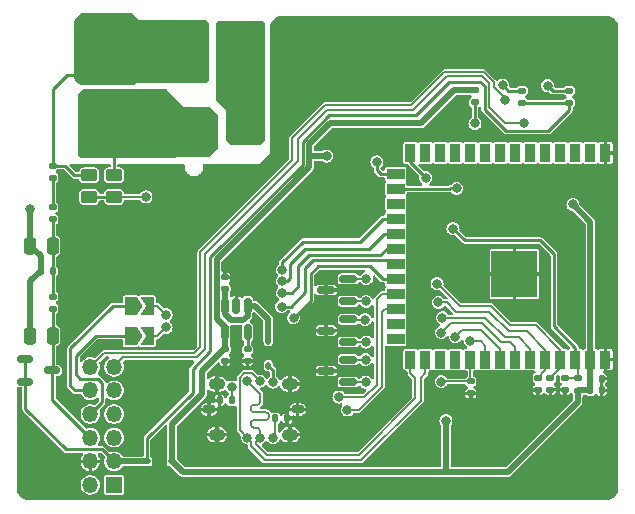
<source format=gbr>
%TF.GenerationSoftware,KiCad,Pcbnew,8.0.4*%
%TF.CreationDate,2024-08-25T16:24:29+03:00*%
%TF.ProjectId,OSSM-integrated-board,4f53534d-2d69-46e7-9465-677261746564,rev?*%
%TF.SameCoordinates,Original*%
%TF.FileFunction,Copper,L2,Bot*%
%TF.FilePolarity,Positive*%
%FSLAX46Y46*%
G04 Gerber Fmt 4.6, Leading zero omitted, Abs format (unit mm)*
G04 Created by KiCad (PCBNEW 8.0.4) date 2024-08-25 16:24:29*
%MOMM*%
%LPD*%
G01*
G04 APERTURE LIST*
G04 Aperture macros list*
%AMRoundRect*
0 Rectangle with rounded corners*
0 $1 Rounding radius*
0 $2 $3 $4 $5 $6 $7 $8 $9 X,Y pos of 4 corners*
0 Add a 4 corners polygon primitive as box body*
4,1,4,$2,$3,$4,$5,$6,$7,$8,$9,$2,$3,0*
0 Add four circle primitives for the rounded corners*
1,1,$1+$1,$2,$3*
1,1,$1+$1,$4,$5*
1,1,$1+$1,$6,$7*
1,1,$1+$1,$8,$9*
0 Add four rect primitives between the rounded corners*
20,1,$1+$1,$2,$3,$4,$5,0*
20,1,$1+$1,$4,$5,$6,$7,0*
20,1,$1+$1,$6,$7,$8,$9,0*
20,1,$1+$1,$8,$9,$2,$3,0*%
%AMFreePoly0*
4,1,6,1.000000,0.000000,0.500000,-0.750000,-0.500000,-0.750000,-0.500000,0.750000,0.500000,0.750000,1.000000,0.000000,1.000000,0.000000,$1*%
%AMFreePoly1*
4,1,6,0.500000,-0.750000,-0.650000,-0.750000,-0.150000,0.000000,-0.650000,0.750000,0.500000,0.750000,0.500000,-0.750000,0.500000,-0.750000,$1*%
G04 Aperture macros list end*
%TA.AperFunction,ComponentPad*%
%ADD10R,1.350000X1.350000*%
%TD*%
%TA.AperFunction,ComponentPad*%
%ADD11O,1.350000X1.350000*%
%TD*%
%TA.AperFunction,ComponentPad*%
%ADD12O,1.150000X0.750000*%
%TD*%
%TA.AperFunction,ComponentPad*%
%ADD13O,1.400000X1.000000*%
%TD*%
%TA.AperFunction,ComponentPad*%
%ADD14RoundRect,0.250001X-0.499999X0.499999X-0.499999X-0.499999X0.499999X-0.499999X0.499999X0.499999X0*%
%TD*%
%TA.AperFunction,ComponentPad*%
%ADD15C,1.500000*%
%TD*%
%TA.AperFunction,SMDPad,CuDef*%
%ADD16RoundRect,0.135000X-0.135000X-0.185000X0.135000X-0.185000X0.135000X0.185000X-0.135000X0.185000X0*%
%TD*%
%TA.AperFunction,SMDPad,CuDef*%
%ADD17RoundRect,0.140000X-0.170000X0.140000X-0.170000X-0.140000X0.170000X-0.140000X0.170000X0.140000X0*%
%TD*%
%TA.AperFunction,SMDPad,CuDef*%
%ADD18RoundRect,0.135000X-0.185000X0.135000X-0.185000X-0.135000X0.185000X-0.135000X0.185000X0.135000X0*%
%TD*%
%TA.AperFunction,SMDPad,CuDef*%
%ADD19FreePoly0,0.000000*%
%TD*%
%TA.AperFunction,SMDPad,CuDef*%
%ADD20FreePoly1,0.000000*%
%TD*%
%TA.AperFunction,SMDPad,CuDef*%
%ADD21RoundRect,0.150000X-0.512500X-0.150000X0.512500X-0.150000X0.512500X0.150000X-0.512500X0.150000X0*%
%TD*%
%TA.AperFunction,SMDPad,CuDef*%
%ADD22RoundRect,0.250000X0.450000X-0.262500X0.450000X0.262500X-0.450000X0.262500X-0.450000X-0.262500X0*%
%TD*%
%TA.AperFunction,SMDPad,CuDef*%
%ADD23RoundRect,0.250000X0.250000X0.475000X-0.250000X0.475000X-0.250000X-0.475000X0.250000X-0.475000X0*%
%TD*%
%TA.AperFunction,SMDPad,CuDef*%
%ADD24RoundRect,0.140000X0.170000X-0.140000X0.170000X0.140000X-0.170000X0.140000X-0.170000X-0.140000X0*%
%TD*%
%TA.AperFunction,SMDPad,CuDef*%
%ADD25RoundRect,0.135000X0.185000X-0.135000X0.185000X0.135000X-0.185000X0.135000X-0.185000X-0.135000X0*%
%TD*%
%TA.AperFunction,SMDPad,CuDef*%
%ADD26RoundRect,0.140000X-0.140000X-0.170000X0.140000X-0.170000X0.140000X0.170000X-0.140000X0.170000X0*%
%TD*%
%TA.AperFunction,SMDPad,CuDef*%
%ADD27RoundRect,0.150000X-0.150000X0.512500X-0.150000X-0.512500X0.150000X-0.512500X0.150000X0.512500X0*%
%TD*%
%TA.AperFunction,SMDPad,CuDef*%
%ADD28RoundRect,0.112500X-0.112500X0.187500X-0.112500X-0.187500X0.112500X-0.187500X0.112500X0.187500X0*%
%TD*%
%TA.AperFunction,SMDPad,CuDef*%
%ADD29RoundRect,0.317500X0.317500X-0.382500X0.317500X0.382500X-0.317500X0.382500X-0.317500X-0.382500X0*%
%TD*%
%TA.AperFunction,SMDPad,CuDef*%
%ADD30R,4.720000X4.800000*%
%TD*%
%TA.AperFunction,SMDPad,CuDef*%
%ADD31RoundRect,0.150000X0.587500X0.150000X-0.587500X0.150000X-0.587500X-0.150000X0.587500X-0.150000X0*%
%TD*%
%TA.AperFunction,SMDPad,CuDef*%
%ADD32RoundRect,0.135000X0.135000X0.185000X-0.135000X0.185000X-0.135000X-0.185000X0.135000X-0.185000X0*%
%TD*%
%TA.AperFunction,SMDPad,CuDef*%
%ADD33RoundRect,0.250000X-0.250000X-0.475000X0.250000X-0.475000X0.250000X0.475000X-0.250000X0.475000X0*%
%TD*%
%TA.AperFunction,SMDPad,CuDef*%
%ADD34RoundRect,0.250000X-0.450000X0.262500X-0.450000X-0.262500X0.450000X-0.262500X0.450000X0.262500X0*%
%TD*%
%TA.AperFunction,SMDPad,CuDef*%
%ADD35R,0.900000X1.500000*%
%TD*%
%TA.AperFunction,SMDPad,CuDef*%
%ADD36R,1.500000X0.900000*%
%TD*%
%TA.AperFunction,HeatsinkPad*%
%ADD37C,0.600000*%
%TD*%
%TA.AperFunction,SMDPad,CuDef*%
%ADD38R,3.900000X3.900000*%
%TD*%
%TA.AperFunction,SMDPad,CuDef*%
%ADD39RoundRect,0.112500X0.187500X0.112500X-0.187500X0.112500X-0.187500X-0.112500X0.187500X-0.112500X0*%
%TD*%
%TA.AperFunction,ViaPad*%
%ADD40C,0.800000*%
%TD*%
%TA.AperFunction,Conductor*%
%ADD41C,0.500000*%
%TD*%
%TA.AperFunction,Conductor*%
%ADD42C,0.250000*%
%TD*%
%TA.AperFunction,Conductor*%
%ADD43C,0.200000*%
%TD*%
%TA.AperFunction,Conductor*%
%ADD44C,0.150000*%
%TD*%
G04 APERTURE END LIST*
D10*
%TO.P,J4,1,Pin_1*%
%TO.N,MOT_CON_GND*%
X100800000Y-101000000D03*
D11*
%TO.P,J4,2,Pin_2*%
X98800000Y-101000000D03*
%TO.P,J4,3,Pin_3*%
X100800000Y-99000000D03*
%TO.P,J4,4,Pin_4*%
X98800000Y-99000000D03*
%TO.P,J4,5,Pin_5*%
X100800000Y-97000000D03*
%TO.P,J4,6,Pin_6*%
X98800000Y-97000000D03*
%TO.P,J4,7,Pin_7*%
%TO.N,MOT_CON_V*%
X100800000Y-95000000D03*
%TO.P,J4,8,Pin_8*%
X98800000Y-95000000D03*
%TO.P,J4,9,Pin_9*%
X100800000Y-93000000D03*
%TO.P,J4,10,Pin_10*%
X98800000Y-93000000D03*
%TO.P,J4,11,Pin_11*%
X100800000Y-91000000D03*
%TO.P,J4,12,Pin_12*%
X98800000Y-91000000D03*
%TD*%
D10*
%TO.P,J5,1,Pin_1*%
%TO.N,IO_DIR*%
X100800000Y-129700000D03*
D11*
%TO.P,J5,2,Pin_2*%
%TO.N,IO_PUL*%
X98800000Y-129700000D03*
%TO.P,J5,3,Pin_3*%
%TO.N,IO_3V*%
X100800000Y-127700000D03*
%TO.P,J5,4,Pin_4*%
%TO.N,IO_GND*%
X98800000Y-127700000D03*
%TO.P,J5,5,Pin_5*%
%TO.N,IO_ENA*%
X100800000Y-125700000D03*
%TO.P,J5,6,Pin_6*%
%TO.N,IO_???*%
X98800000Y-125700000D03*
%TO.P,J5,7,Pin_7*%
%TO.N,IO_ALM*%
X100800000Y-123700000D03*
%TO.P,J5,8,Pin_8*%
%TO.N,IO_RX*%
X98800000Y-123700000D03*
%TO.P,J5,9,Pin_9*%
%TO.N,IO_PED*%
X100800000Y-121700000D03*
%TO.P,J5,10,Pin_10*%
%TO.N,IO_TX*%
X98800000Y-121700000D03*
%TO.P,J5,11,Pin_11*%
%TO.N,IO_LED_PWR*%
X100800000Y-119700000D03*
%TO.P,J5,12,Pin_12*%
%TO.N,IO_LED_ALM*%
X98800000Y-119700000D03*
%TD*%
D12*
%TO.P,J3,S1,SHIELD*%
%TO.N,IO_GND*%
X108850000Y-123300000D03*
D13*
X109500000Y-121150000D03*
X109500000Y-125450000D03*
X115700000Y-121150000D03*
X115700000Y-125450000D03*
D12*
X116350000Y-123300000D03*
%TD*%
D14*
%TO.P,J1,1,Pin_1*%
%TO.N,+36V*%
X111500000Y-99800000D03*
D15*
%TO.P,J1,2,Pin_2*%
%TO.N,MOT_CON_GND*%
X108500000Y-99800000D03*
%TD*%
D16*
%TO.P,R7,1*%
%TO.N,Net-(J3-CC2)*%
X114440000Y-124050000D03*
%TO.P,R7,2*%
%TO.N,IO_GND*%
X115460000Y-124050000D03*
%TD*%
D17*
%TO.P,C4,1*%
%TO.N,Net-(U3-BYP)*%
X112100000Y-118232500D03*
%TO.P,C4,2*%
%TO.N,IO_GND*%
X112100000Y-119192500D03*
%TD*%
D18*
%TO.P,R20,1*%
%TO.N,Net-(R19-Pad2)*%
X95600000Y-106190000D03*
%TO.P,R20,2*%
%TO.N,Net-(C14-Pad1)*%
X95600000Y-107210000D03*
%TD*%
%TO.P,R21,1*%
%TO.N,Net-(C14-Pad1)*%
X95600000Y-113752500D03*
%TO.P,R21,2*%
%TO.N,IO_???*%
X95600000Y-114772500D03*
%TD*%
D19*
%TO.P,JP2,1,A*%
%TO.N,IO_RX*%
X102225000Y-117100000D03*
D20*
%TO.P,JP2,2,B*%
%TO.N,ESP_IO_TXD*%
X103675000Y-117100000D03*
%TD*%
D18*
%TO.P,R19,1*%
%TO.N,MOT_CON_V*%
X95600000Y-102665000D03*
%TO.P,R19,2*%
%TO.N,Net-(R19-Pad2)*%
X95600000Y-103685000D03*
%TD*%
D17*
%TO.P,C23,1*%
%TO.N,ESP_MOTOR_V*%
X137750000Y-120670000D03*
%TO.P,C23,2*%
%TO.N,IO_GND*%
X137750000Y-121630000D03*
%TD*%
D21*
%TO.P,D10,1,K*%
%TO.N,IO_3V*%
X93300000Y-120962500D03*
%TO.P,D10,2,K*%
X93300000Y-119062500D03*
%TO.P,D10,3,A*%
%TO.N,IO_???*%
X95575000Y-120012500D03*
%TD*%
D18*
%TO.P,R17,1*%
%TO.N,Net-(D8-K)*%
X135350000Y-96340000D03*
%TO.P,R17,2*%
%TO.N,IO_3V*%
X135350000Y-97360000D03*
%TD*%
D22*
%TO.P,R2,1*%
%TO.N,ESP_MOTOR_V*%
X100800000Y-105312500D03*
%TO.P,R2,2*%
%TO.N,MOT_CON_GND*%
X100800000Y-103487500D03*
%TD*%
D23*
%TO.P,C14,1*%
%TO.N,Net-(C14-Pad1)*%
X95600000Y-109462500D03*
%TO.P,C14,2*%
%TO.N,MOT_CON_GND*%
X93700000Y-109462500D03*
%TD*%
D24*
%TO.P,C1,1*%
%TO.N,VBUS*%
X110200000Y-113092500D03*
%TO.P,C1,2*%
%TO.N,IO_GND*%
X110200000Y-112132500D03*
%TD*%
D25*
%TO.P,R29,1*%
%TO.N,Net-(D15-A)*%
X131350000Y-97310000D03*
%TO.P,R29,2*%
%TO.N,+3.3V*%
X131350000Y-96290000D03*
%TD*%
D26*
%TO.P,C8,1*%
%TO.N,+3.3V*%
X141120000Y-121700000D03*
%TO.P,C8,2*%
%TO.N,IO_GND*%
X142080000Y-121700000D03*
%TD*%
D18*
%TO.P,R12,1*%
%TO.N,ESP_REM_POT*%
X136700000Y-120640000D03*
%TO.P,R12,2*%
%TO.N,IO_GND*%
X136700000Y-121660000D03*
%TD*%
D27*
%TO.P,U3,1,VIN*%
%TO.N,VBUS*%
X110200000Y-114512500D03*
%TO.P,U3,2,GND*%
%TO.N,IO_GND*%
X111150000Y-114512500D03*
%TO.P,U3,3,EN*%
%TO.N,VBUS*%
X112100000Y-114512500D03*
%TO.P,U3,4,BYP*%
%TO.N,Net-(U3-BYP)*%
X112100000Y-116787500D03*
%TO.P,U3,5,VOUT*%
%TO.N,+3.3V*%
X110200000Y-116787500D03*
%TD*%
D28*
%TO.P,D2,1,K*%
%TO.N,VBUS*%
X113850000Y-117500000D03*
%TO.P,D2,2,A*%
%TO.N,Net-(D2-A)*%
X113850000Y-119600000D03*
%TD*%
D29*
%TO.P,D1,1,A*%
%TO.N,+36V*%
X110165000Y-94040000D03*
%TO.P,D1,2,A*%
X110165000Y-91960000D03*
D30*
%TO.P,D1,3,K*%
%TO.N,MOT_CON_V*%
X106360000Y-93000000D03*
%TD*%
D18*
%TO.P,R27,1*%
%TO.N,ESP_EN*%
X140050000Y-120690000D03*
%TO.P,R27,2*%
%TO.N,+3.3V*%
X140050000Y-121710000D03*
%TD*%
%TO.P,R13,1*%
%TO.N,ESP_REM_ENCODER_SW*%
X131000000Y-120940000D03*
%TO.P,R13,2*%
%TO.N,IO_GND*%
X131000000Y-121960000D03*
%TD*%
D31*
%TO.P,D6,1,A1*%
%TO.N,ESP_REM_I2C_SCL*%
X120637500Y-115687500D03*
%TO.P,D6,2,A2*%
%TO.N,ESP_REM_ENCODER_A*%
X120637500Y-117587500D03*
%TO.P,D6,3,common*%
%TO.N,IO_GND*%
X118762500Y-116637500D03*
%TD*%
D32*
%TO.P,R6,1*%
%TO.N,Net-(J3-CC1)*%
X110760000Y-122550000D03*
%TO.P,R6,2*%
%TO.N,IO_GND*%
X109740000Y-122550000D03*
%TD*%
D31*
%TO.P,D5,1,A1*%
%TO.N,ESP_REM_POT*%
X120637500Y-112250000D03*
%TO.P,D5,2,A2*%
%TO.N,ESP_REM_I2C_SDA*%
X120637500Y-114150000D03*
%TO.P,D5,3,common*%
%TO.N,IO_GND*%
X118762500Y-113200000D03*
%TD*%
D18*
%TO.P,R18,1*%
%TO.N,Net-(D9-K)*%
X139350000Y-96340000D03*
%TO.P,R18,2*%
%TO.N,IO_3V*%
X139350000Y-97360000D03*
%TD*%
D19*
%TO.P,JP1,1,A*%
%TO.N,IO_TX*%
X102225000Y-114550000D03*
D20*
%TO.P,JP1,2,B*%
%TO.N,ESP_IO_RXD*%
X103675000Y-114550000D03*
%TD*%
D33*
%TO.P,C15,1*%
%TO.N,MOT_CON_GND*%
X93700000Y-117062500D03*
%TO.P,C15,2*%
%TO.N,IO_???*%
X95600000Y-117062500D03*
%TD*%
D17*
%TO.P,C2,1*%
%TO.N,+3.3V*%
X110200000Y-118232500D03*
%TO.P,C2,2*%
%TO.N,IO_GND*%
X110200000Y-119192500D03*
%TD*%
D32*
%TO.P,R22,1*%
%TO.N,Net-(C14-Pad1)*%
X95610000Y-111562500D03*
%TO.P,R22,2*%
%TO.N,MOT_CON_GND*%
X94590000Y-111562500D03*
%TD*%
D26*
%TO.P,C7,1*%
%TO.N,+3.3V*%
X141120000Y-120700000D03*
%TO.P,C7,2*%
%TO.N,IO_GND*%
X142080000Y-120700000D03*
%TD*%
D17*
%TO.P,C22,1*%
%TO.N,ESP_EN*%
X139000000Y-120670000D03*
%TO.P,C22,2*%
%TO.N,IO_GND*%
X139000000Y-121630000D03*
%TD*%
D34*
%TO.P,R1,1*%
%TO.N,MOT_CON_V*%
X98700000Y-103487500D03*
%TO.P,R1,2*%
%TO.N,ESP_MOTOR_V*%
X98700000Y-105312500D03*
%TD*%
D35*
%TO.P,U1,1,GND*%
%TO.N,IO_GND*%
X142410000Y-119100000D03*
%TO.P,U1,2,3V3*%
%TO.N,+3.3V*%
X141140000Y-119100000D03*
%TO.P,U1,3,EN*%
%TO.N,ESP_EN*%
X139870000Y-119100000D03*
%TO.P,U1,4,IO4*%
%TO.N,ESP_MOTOR_V*%
X138600000Y-119100000D03*
%TO.P,U1,5,IO5*%
%TO.N,ESP_REM_POT*%
X137330000Y-119100000D03*
%TO.P,U1,6,IO6*%
%TO.N,ESP_REM_I2C_SDA*%
X136060000Y-119100000D03*
%TO.P,U1,7,IO7*%
%TO.N,ESP_REM_I2C_SCL*%
X134790000Y-119100000D03*
%TO.P,U1,8,IO15*%
%TO.N,ESP_REM_ENCODER_A*%
X133520000Y-119100000D03*
%TO.P,U1,9,IO16*%
%TO.N,ESP_REM_ENCODER_B*%
X132250000Y-119100000D03*
%TO.P,U1,10,IO17*%
%TO.N,ESP_REM_ENCODER_SW*%
X130980000Y-119100000D03*
%TO.P,U1,11,IO18*%
%TO.N,unconnected-(U1-IO18-Pad11)*%
X129710000Y-119100000D03*
%TO.P,U1,12,IO8*%
%TO.N,unconnected-(U1-IO8-Pad12)*%
X128440000Y-119100000D03*
%TO.P,U1,13,IO19*%
%TO.N,/USB_D-*%
X127170000Y-119100000D03*
%TO.P,U1,14,IO20*%
%TO.N,/USB_D+*%
X125900000Y-119100000D03*
D36*
%TO.P,U1,15,IO3*%
%TO.N,unconnected-(U1-IO3-Pad15)*%
X124650000Y-117335000D03*
%TO.P,U1,16,IO46*%
%TO.N,unconnected-(U1-IO46-Pad16)*%
X124650000Y-116065000D03*
%TO.P,U1,17,IO9*%
%TO.N,ESP_IO_TXD*%
X124650000Y-114795000D03*
%TO.P,U1,18,IO10*%
%TO.N,ESP_IO_RXD*%
X124650000Y-113525000D03*
%TO.P,U1,19,IO11*%
%TO.N,IO_DIR*%
X124650000Y-112255000D03*
%TO.P,U1,20,IO12*%
%TO.N,IO_PUL*%
X124650000Y-110985000D03*
%TO.P,U1,21,IO13*%
%TO.N,IO_ENA*%
X124650000Y-109715000D03*
%TO.P,U1,22,IO14*%
%TO.N,IO_ALM*%
X124650000Y-108445000D03*
%TO.P,U1,23,IO21*%
%TO.N,IO_PED*%
X124650000Y-107175000D03*
%TO.P,U1,24,IO47*%
%TO.N,unconnected-(U1-IO47-Pad24)*%
X124650000Y-105905000D03*
%TO.P,U1,25,IO48*%
%TO.N,RGB_LED*%
X124650000Y-104635000D03*
%TO.P,U1,26,IO45*%
%TO.N,ESP_WIFI_SWITCH*%
X124650000Y-103365000D03*
D35*
%TO.P,U1,27,IO0*%
%TO.N,ESP_IO0*%
X125900000Y-101600000D03*
%TO.P,U1,28,IO35*%
%TO.N,unconnected-(U1-IO35-Pad28)*%
X127170000Y-101600000D03*
%TO.P,U1,29,IO36*%
%TO.N,unconnected-(U1-IO36-Pad29)*%
X128440000Y-101600000D03*
%TO.P,U1,30,IO37*%
%TO.N,unconnected-(U1-IO37-Pad30)*%
X129710000Y-101600000D03*
%TO.P,U1,31,IO38*%
%TO.N,unconnected-(U1-IO38-Pad31)*%
X130980000Y-101600000D03*
%TO.P,U1,32,IO39*%
%TO.N,unconnected-(U1-IO39-Pad32)*%
X132250000Y-101600000D03*
%TO.P,U1,33,IO40*%
%TO.N,unconnected-(U1-IO40-Pad33)*%
X133520000Y-101600000D03*
%TO.P,U1,34,IO41*%
%TO.N,unconnected-(U1-IO41-Pad34)*%
X134790000Y-101600000D03*
%TO.P,U1,35,IO42*%
%TO.N,unconnected-(U1-IO42-Pad35)*%
X136060000Y-101600000D03*
%TO.P,U1,36,RXD0*%
%TO.N,ESP_RXD*%
X137330000Y-101600000D03*
%TO.P,U1,37,TXD0*%
%TO.N,ESP_TXD*%
X138600000Y-101600000D03*
%TO.P,U1,38,IO2*%
%TO.N,unconnected-(U1-IO2-Pad38)*%
X139870000Y-101600000D03*
%TO.P,U1,39,IO1*%
%TO.N,unconnected-(U1-IO1-Pad39)*%
X141140000Y-101600000D03*
%TO.P,U1,40,GND*%
%TO.N,IO_GND*%
X142410000Y-101600000D03*
D37*
%TO.P,U1,41,GND*%
X133990000Y-113250000D03*
X135390000Y-113250000D03*
X133290000Y-112550000D03*
X134690000Y-112550000D03*
X136090000Y-112550000D03*
X133990000Y-111850000D03*
D38*
X134690000Y-111850000D03*
D37*
X135390000Y-111850000D03*
X133290000Y-111150000D03*
X134690000Y-111150000D03*
X136090000Y-111150000D03*
X133990000Y-110450000D03*
X135390000Y-110450000D03*
%TD*%
D31*
%TO.P,D7,1,A1*%
%TO.N,ESP_REM_ENCODER_B*%
X120637500Y-119100000D03*
%TO.P,D7,2,A2*%
%TO.N,ESP_REM_ENCODER_SW*%
X120637500Y-121000000D03*
%TO.P,D7,3,common*%
%TO.N,IO_GND*%
X118762500Y-120050000D03*
%TD*%
D39*
%TO.P,D3,1,K*%
%TO.N,+3.3V*%
X105700000Y-127700000D03*
%TO.P,D3,2,A*%
%TO.N,IO_3V*%
X103600000Y-127700000D03*
%TD*%
D40*
%TO.N,+3.3V*%
X128900000Y-124250000D03*
X118800000Y-101850000D03*
X139650000Y-105950000D03*
%TO.N,+36V*%
X111500000Y-91400000D03*
X111500000Y-92650000D03*
X111500000Y-94700000D03*
X111450000Y-93600000D03*
%TO.N,Net-(D8-K)*%
X133700000Y-95850000D03*
%TO.N,Net-(D9-K)*%
X137500000Y-95900000D03*
%TO.N,Net-(D2-A)*%
X114250000Y-121000000D03*
%TO.N,MOT_CON_V*%
X105750000Y-92350000D03*
X104450000Y-91050000D03*
X106950000Y-92350000D03*
X108250000Y-93650000D03*
X108250000Y-92350000D03*
X105750000Y-91050000D03*
X108250000Y-94950000D03*
X104450000Y-93650000D03*
X104450000Y-94950000D03*
X106950000Y-94950000D03*
X108250000Y-91050000D03*
X105750000Y-93650000D03*
X106950000Y-91050000D03*
X104450000Y-92350000D03*
X106950000Y-93650000D03*
X105750000Y-94950000D03*
%TO.N,IO_LED_ALM*%
X133900000Y-97100000D03*
%TO.N,IO_LED_PWR*%
X135500000Y-99050000D03*
%TO.N,/USB_D+*%
X113125000Y-125700000D03*
X112075000Y-120900000D03*
%TO.N,/USB_D-*%
X113125000Y-120900000D03*
X112075000Y-125700000D03*
%TO.N,IO_ENA*%
X115050000Y-113450000D03*
%TO.N,IO_PED*%
X115052298Y-111497702D03*
%TO.N,IO_GND*%
X141350000Y-124050000D03*
X138100000Y-123000000D03*
X139550000Y-113550000D03*
X115700000Y-96350000D03*
X142400000Y-100150000D03*
X115750000Y-107350000D03*
X111200000Y-112400000D03*
X123400000Y-122550000D03*
X142400000Y-103000000D03*
X128300000Y-122050000D03*
X142450000Y-116900000D03*
X105100000Y-121550000D03*
X111150000Y-118650000D03*
%TO.N,IO_DIR*%
X116000000Y-115550000D03*
%TO.N,IO_PUL*%
X115000000Y-114600000D03*
%TO.N,IO_ALM*%
X115050000Y-112450000D03*
%TO.N,MOT_CON_GND*%
X93700000Y-106350000D03*
%TO.N,ESP_MOTOR_V*%
X103500000Y-105312500D03*
X128150000Y-112650000D03*
%TO.N,ESP_EN*%
X129500000Y-108000000D03*
%TO.N,ESP_IO0*%
X127200000Y-103700000D03*
%TO.N,RGB_LED*%
X129800000Y-104600000D03*
%TO.N,ESP_IO_RXD*%
X105200000Y-115300000D03*
X119850000Y-122267004D03*
%TO.N,ESP_IO_TXD*%
X105200000Y-116350000D03*
X120550000Y-123350000D03*
%TO.N,ESP_REM_I2C_SDA*%
X122150000Y-114150000D03*
X128600000Y-115550000D03*
%TO.N,ESP_REM_POT*%
X128250000Y-114250000D03*
X122150000Y-112250000D03*
%TO.N,ESP_REM_ENCODER_A*%
X122150000Y-117600000D03*
X129700000Y-117150000D03*
%TO.N,ESP_REM_I2C_SCL*%
X122050000Y-115700000D03*
X128500000Y-116800000D03*
%TO.N,ESP_REM_ENCODER_SW*%
X128500000Y-120950000D03*
X122100000Y-121000000D03*
%TO.N,ESP_REM_ENCODER_B*%
X122100000Y-119100000D03*
X130950000Y-117500000D03*
%TO.N,ESP_WIFI_SWITCH*%
X123050000Y-102350000D03*
%TO.N,Net-(J3-CC1)*%
X110750000Y-121400000D03*
%TO.N,Net-(J3-CC2)*%
X114250000Y-125700000D03*
%TO.N,Net-(D15-A)*%
X131350000Y-99100000D03*
%TD*%
D41*
%TO.N,+3.3V*%
X141120000Y-121700000D02*
X140060000Y-121700000D01*
X128900000Y-124250000D02*
X128900000Y-128600000D01*
X117300000Y-102800000D02*
X109490000Y-110610000D01*
X140050000Y-121710000D02*
X140050000Y-122700000D01*
X109490000Y-110610000D02*
X109490000Y-115640000D01*
X140060000Y-121700000D02*
X140050000Y-121710000D01*
X140050000Y-122700000D02*
X134150000Y-128600000D01*
X117300000Y-100850000D02*
X117300000Y-101850000D01*
X119050000Y-99100000D02*
X117300000Y-100850000D01*
X126800000Y-99100000D02*
X119050000Y-99100000D01*
X110200000Y-116350000D02*
X110200000Y-116787500D01*
X141140000Y-119100000D02*
X141140000Y-107440000D01*
X141140000Y-120680000D02*
X141120000Y-120700000D01*
X141140000Y-119100000D02*
X141140000Y-120680000D01*
X110200000Y-118232500D02*
X110200000Y-116787500D01*
X141140000Y-107440000D02*
X139650000Y-105950000D01*
X141120000Y-121700000D02*
X141120000Y-120700000D01*
X131350000Y-96290000D02*
X129610000Y-96290000D01*
X128900000Y-128600000D02*
X106600000Y-128600000D01*
X110082444Y-118232500D02*
X110200000Y-118232500D01*
X134150000Y-128600000D02*
X128900000Y-128600000D01*
X106600000Y-128600000D02*
X105700000Y-127700000D01*
X105700000Y-124550000D02*
X108250000Y-122000000D01*
X129610000Y-96290000D02*
X126800000Y-99100000D01*
X108250000Y-120064944D02*
X110082444Y-118232500D01*
X118800000Y-101850000D02*
X117300000Y-101850000D01*
X117300000Y-101850000D02*
X117300000Y-102800000D01*
X109490000Y-115640000D02*
X110200000Y-116350000D01*
X108250000Y-122000000D02*
X108250000Y-120064944D01*
X105700000Y-127700000D02*
X105700000Y-124550000D01*
D42*
%TO.N,Net-(D8-K)*%
X135350000Y-96340000D02*
X134190000Y-96340000D01*
X134190000Y-96340000D02*
X133700000Y-95850000D01*
%TO.N,Net-(D9-K)*%
X137940000Y-96340000D02*
X137500000Y-95900000D01*
X139350000Y-96340000D02*
X137940000Y-96340000D01*
D41*
%TO.N,VBUS*%
X111750000Y-115750000D02*
X110700000Y-115750000D01*
X110200000Y-115250000D02*
X110200000Y-114512500D01*
X110200000Y-114512500D02*
X110200000Y-113092500D01*
X112100000Y-114512500D02*
X112100000Y-115400000D01*
X112100000Y-115400000D02*
X111750000Y-115750000D01*
X112712500Y-114512500D02*
X112100000Y-114512500D01*
X113850000Y-117500000D02*
X113850000Y-115650000D01*
X110700000Y-115750000D02*
X110200000Y-115250000D01*
X113850000Y-115650000D02*
X112712500Y-114512500D01*
D42*
%TO.N,Net-(D2-A)*%
X114250000Y-121000000D02*
X114250000Y-120000000D01*
X114250000Y-120000000D02*
X113850000Y-119600000D01*
%TO.N,IO_???*%
X95600000Y-119987500D02*
X95600000Y-117062500D01*
X95575000Y-122475000D02*
X95575000Y-120012500D01*
X95575000Y-120012500D02*
X95600000Y-119987500D01*
X95600000Y-114772500D02*
X95600000Y-117062500D01*
X98800000Y-125700000D02*
X95575000Y-122475000D01*
%TO.N,MOT_CON_V*%
X95600000Y-102665000D02*
X95600000Y-96200000D01*
X97437500Y-103487500D02*
X96615000Y-102665000D01*
X98700000Y-103487500D02*
X97437500Y-103487500D01*
X96800000Y-95000000D02*
X98800000Y-95000000D01*
X95600000Y-96200000D02*
X96800000Y-95000000D01*
X96615000Y-102665000D02*
X95600000Y-102665000D01*
%TO.N,IO_3V*%
X116775000Y-100632538D02*
X119007538Y-98400000D01*
D41*
X103600000Y-127700000D02*
X100800000Y-127700000D01*
D42*
X107450000Y-119850000D02*
X108965000Y-118335000D01*
X119007538Y-98400000D02*
X126350000Y-98400000D01*
X103600000Y-125750000D02*
X107450000Y-121900000D01*
X139350000Y-97950000D02*
X139350000Y-97360000D01*
X107450000Y-121900000D02*
X107450000Y-119850000D01*
X132175000Y-97925000D02*
X134000000Y-99750000D01*
X135350000Y-97360000D02*
X139350000Y-97360000D01*
X134000000Y-99750000D02*
X137550000Y-99750000D01*
X131800000Y-95550000D02*
X132175000Y-95925000D01*
X96750000Y-126700000D02*
X93300000Y-123250000D01*
X103600000Y-127700000D02*
X103600000Y-125750000D01*
X137550000Y-99750000D02*
X139350000Y-97950000D01*
X100800000Y-127700000D02*
X99800000Y-126700000D01*
X108965000Y-118335000D02*
X108965000Y-110392538D01*
X129200000Y-95550000D02*
X131800000Y-95550000D01*
X99800000Y-126700000D02*
X96750000Y-126700000D01*
X93300000Y-119062500D02*
X93300000Y-120962500D01*
X116775000Y-102582538D02*
X116775000Y-100632538D01*
X126350000Y-98400000D02*
X129200000Y-95550000D01*
X93300000Y-123250000D02*
X93300000Y-120962500D01*
X132175000Y-95925000D02*
X132175000Y-97925000D01*
X108965000Y-110392538D02*
X116775000Y-102582538D01*
D43*
%TO.N,IO_LED_ALM*%
X99950000Y-118550000D02*
X98800000Y-119700000D01*
X115900000Y-100300000D02*
X115900000Y-102200000D01*
X115900000Y-102200000D02*
X108100000Y-110000000D01*
X118650000Y-97550000D02*
X115900000Y-100300000D01*
X125977513Y-97550000D02*
X118650000Y-97550000D01*
X128777513Y-94750000D02*
X125977513Y-97550000D01*
X132950000Y-96019239D02*
X132950000Y-95605025D01*
X107600000Y-118550000D02*
X99950000Y-118550000D01*
X133900000Y-97100000D02*
X133900000Y-96969239D01*
X133900000Y-96969239D02*
X132950000Y-96019239D01*
X132950000Y-95605025D02*
X132094975Y-94750000D01*
X132094975Y-94750000D02*
X128777513Y-94750000D01*
X108100000Y-118050000D02*
X107600000Y-118550000D01*
X108100000Y-110000000D02*
X108100000Y-118050000D01*
%TO.N,IO_LED_PWR*%
X107800000Y-118900000D02*
X108500000Y-118200000D01*
X126150000Y-97950000D02*
X129000000Y-95100000D01*
X133900000Y-99050000D02*
X135500000Y-99050000D01*
X108500000Y-110150000D02*
X116350000Y-102300000D01*
X131950000Y-95100000D02*
X132550000Y-95700000D01*
X132550000Y-97700000D02*
X133900000Y-99050000D01*
X132550000Y-95700000D02*
X132550000Y-97700000D01*
X101600000Y-118900000D02*
X107800000Y-118900000D01*
X129000000Y-95100000D02*
X131950000Y-95100000D01*
X116350000Y-102300000D02*
X116350000Y-100450000D01*
X116350000Y-100450000D02*
X118850000Y-97950000D01*
X100800000Y-119700000D02*
X101600000Y-118900000D01*
X108500000Y-118200000D02*
X108500000Y-110150000D01*
X118850000Y-97950000D02*
X126150000Y-97950000D01*
%TO.N,/USB_D+*%
X113743200Y-127175000D02*
X112825001Y-126256801D01*
X113150000Y-121975000D02*
X112075000Y-120900000D01*
X112636000Y-124204000D02*
X112894000Y-124204000D01*
X113920000Y-123948000D02*
X113920000Y-123820000D01*
X112825001Y-126256801D02*
X112825001Y-125999999D01*
X113150000Y-122540000D02*
X113150000Y-122043750D01*
X113664000Y-123564000D02*
X113150000Y-123564000D01*
X113150000Y-122043750D02*
X113150000Y-121975000D01*
X125900000Y-120225001D02*
X126310000Y-120635001D01*
X112636000Y-122924000D02*
X112894000Y-122924000D01*
X112825001Y-125999999D02*
X113125000Y-125700000D01*
X113150000Y-122668000D02*
X113150000Y-122540000D01*
X121506800Y-127175000D02*
X113743200Y-127175000D01*
X112894000Y-124844000D02*
X112636000Y-124844000D01*
X113150000Y-123564000D02*
X112894000Y-123564000D01*
X125900000Y-119100000D02*
X125900000Y-120225001D01*
X126310000Y-120635001D02*
X126310000Y-122371800D01*
X112894000Y-124204000D02*
X113150000Y-124204000D01*
X126310000Y-122371800D02*
X121506800Y-127175000D01*
X113150000Y-124204000D02*
X113664000Y-124204000D01*
X112380000Y-123308000D02*
X112380000Y-123180000D01*
X113150000Y-125675000D02*
X113150000Y-125100000D01*
X112380000Y-124588000D02*
X112380000Y-124460000D01*
X112894000Y-123564000D02*
X112636000Y-123564000D01*
X113125000Y-125700000D02*
X113150000Y-125675000D01*
X112380000Y-124460000D02*
G75*
G02*
X112636000Y-124204000I256000J0D01*
G01*
X113150000Y-125100000D02*
G75*
G03*
X112894000Y-124844000I-256000J0D01*
G01*
X113664000Y-124204000D02*
G75*
G03*
X113920000Y-123948000I0J256000D01*
G01*
X112636000Y-124844000D02*
G75*
G02*
X112380000Y-124588000I0J256000D01*
G01*
X112380000Y-123180000D02*
G75*
G02*
X112636000Y-122924000I256000J0D01*
G01*
X112894000Y-122924000D02*
G75*
G03*
X113150000Y-122668000I0J256000D01*
G01*
X113920000Y-123820000D02*
G75*
G03*
X113664000Y-123564000I-256000J0D01*
G01*
X112636000Y-123564000D02*
G75*
G02*
X112380000Y-123308000I0J256000D01*
G01*
%TO.N,/USB_D-*%
X126760000Y-122558200D02*
X121693200Y-127625000D01*
X121693200Y-127625000D02*
X113556800Y-127625000D01*
X111425000Y-120630761D02*
X111805761Y-120250000D01*
X127170000Y-120225001D02*
X126760000Y-120635001D01*
X112475000Y-120250000D02*
X113125000Y-120900000D01*
X111425000Y-125050000D02*
X111425000Y-120630761D01*
X112075000Y-125700000D02*
X111425000Y-125050000D01*
X127170000Y-119100000D02*
X127170000Y-120225001D01*
X113556800Y-127625000D02*
X112374999Y-126443199D01*
X126760000Y-120635001D02*
X126760000Y-122558200D01*
X112374999Y-125999999D02*
X112075000Y-125700000D01*
X111805761Y-120250000D02*
X112475000Y-120250000D01*
X112374999Y-126443199D02*
X112374999Y-125999999D01*
D42*
%TO.N,IO_ENA*%
X123885000Y-109715000D02*
X124650000Y-109715000D01*
X116400000Y-112900000D02*
X116400000Y-111150000D01*
X117300000Y-110250000D02*
X123350000Y-110250000D01*
X115050000Y-113450000D02*
X115850000Y-113450000D01*
X115850000Y-113450000D02*
X116400000Y-112900000D01*
X123350000Y-110250000D02*
X123885000Y-109715000D01*
X116400000Y-111150000D02*
X117300000Y-110250000D01*
%TO.N,IO_PED*%
X115052298Y-110847702D02*
X116800000Y-109100000D01*
X116800000Y-109100000D02*
X121650000Y-109100000D01*
X115052298Y-111497702D02*
X115052298Y-110847702D01*
X121650000Y-109100000D02*
X123575000Y-107175000D01*
X123575000Y-107175000D02*
X124650000Y-107175000D01*
%TO.N,IO_DIR*%
X118100000Y-111200000D02*
X122500000Y-111200000D01*
X122500000Y-111200000D02*
X123555000Y-112255000D01*
X123555000Y-112255000D02*
X124650000Y-112255000D01*
X117450000Y-111850000D02*
X118100000Y-111200000D01*
X116000000Y-115550000D02*
X117450000Y-114100000D01*
X117450000Y-114100000D02*
X117450000Y-111850000D01*
%TO.N,IO_PUL*%
X117650000Y-110700000D02*
X117000000Y-111350000D01*
X115750000Y-114600000D02*
X115000000Y-114600000D01*
X124365000Y-110700000D02*
X117650000Y-110700000D01*
X117000000Y-111350000D02*
X117000000Y-113350000D01*
X124650000Y-110985000D02*
X124365000Y-110700000D01*
X117000000Y-113350000D02*
X115750000Y-114600000D01*
%TO.N,IO_TX*%
X102225000Y-114550000D02*
X100700000Y-114550000D01*
X97500000Y-121700000D02*
X98800000Y-121700000D01*
X97100000Y-118150000D02*
X97100000Y-121300000D01*
X97100000Y-121300000D02*
X97500000Y-121700000D01*
X100700000Y-114550000D02*
X97100000Y-118150000D01*
%TO.N,IO_ALM*%
X115727298Y-110972702D02*
X117000000Y-109700000D01*
X122407500Y-109700000D02*
X123662500Y-108445000D01*
X123662500Y-108445000D02*
X124650000Y-108445000D01*
X115727298Y-112172702D02*
X115727298Y-110972702D01*
X117000000Y-109700000D02*
X122407500Y-109700000D01*
X115450000Y-112450000D02*
X115727298Y-112172702D01*
X115050000Y-112450000D02*
X115450000Y-112450000D01*
%TO.N,IO_RX*%
X97600000Y-118750000D02*
X99250000Y-117100000D01*
X98800000Y-123700000D02*
X99800000Y-122700000D01*
X99800000Y-122700000D02*
X99800000Y-121050000D01*
X99250000Y-117100000D02*
X102225000Y-117100000D01*
X97600000Y-120350000D02*
X97600000Y-118750000D01*
X99450000Y-120700000D02*
X97950000Y-120700000D01*
X99800000Y-121050000D02*
X99450000Y-120700000D01*
X97950000Y-120700000D02*
X97600000Y-120350000D01*
D41*
%TO.N,MOT_CON_GND*%
X93700000Y-112452500D02*
X94590000Y-111562500D01*
X93700000Y-106350000D02*
X93700000Y-109462500D01*
X94590000Y-111562500D02*
X94590000Y-110352500D01*
X94590000Y-110352500D02*
X93700000Y-109462500D01*
X93700000Y-117062500D02*
X93700000Y-112452500D01*
D42*
X100800000Y-103487500D02*
X100800000Y-101000000D01*
D44*
%TO.N,ESP_MOTOR_V*%
X137750000Y-120670000D02*
X138600000Y-119820000D01*
X103500000Y-105312500D02*
X100800000Y-105312500D01*
X138600000Y-119100000D02*
X138600000Y-118250000D01*
D42*
X98700000Y-105312500D02*
X100800000Y-105312500D01*
D44*
X136500000Y-116150000D02*
X134350000Y-116150000D01*
X138600000Y-118250000D02*
X136500000Y-116150000D01*
X132750000Y-114550000D02*
X130100000Y-114550000D01*
X134350000Y-116150000D02*
X132750000Y-114550000D01*
X138600000Y-119820000D02*
X138600000Y-119100000D01*
X130100000Y-114550000D02*
X128200000Y-112650000D01*
X128200000Y-112650000D02*
X128150000Y-112650000D01*
%TO.N,ESP_EN*%
X140030000Y-120670000D02*
X140050000Y-120690000D01*
D42*
X136900000Y-109000000D02*
X138050000Y-110150000D01*
D44*
X139000000Y-120670000D02*
X140030000Y-120670000D01*
X140050000Y-120690000D02*
X140050000Y-119280000D01*
D42*
X130500000Y-109000000D02*
X136900000Y-109000000D01*
D44*
X140050000Y-119280000D02*
X139870000Y-119100000D01*
D42*
X139870000Y-118100000D02*
X139870000Y-119100000D01*
X129500000Y-108000000D02*
X130500000Y-109000000D01*
X138050000Y-116280000D02*
X139870000Y-118100000D01*
X138050000Y-110150000D02*
X138050000Y-116280000D01*
%TO.N,ESP_IO0*%
X125900000Y-102400000D02*
X127200000Y-103700000D01*
X125900000Y-101600000D02*
X125900000Y-102400000D01*
%TO.N,RGB_LED*%
X129215000Y-104635000D02*
X124650000Y-104635000D01*
X129250000Y-104600000D02*
X129215000Y-104635000D01*
X129800000Y-104600000D02*
X129250000Y-104600000D01*
D43*
%TO.N,ESP_IO_RXD*%
X123050000Y-121200000D02*
X123050000Y-114000000D01*
X123050000Y-114000000D02*
X123525000Y-113525000D01*
X123525000Y-113525000D02*
X124650000Y-113525000D01*
X104450000Y-114550000D02*
X103675000Y-114550000D01*
X105200000Y-115300000D02*
X104450000Y-114550000D01*
X119850000Y-122267004D02*
X121982996Y-122267004D01*
X121982996Y-122267004D02*
X123050000Y-121200000D01*
%TO.N,ESP_IO_TXD*%
X121500000Y-123350000D02*
X123450000Y-121400000D01*
X105200000Y-116350000D02*
X104450000Y-117100000D01*
X123450000Y-115100000D02*
X123755000Y-114795000D01*
X123450000Y-121400000D02*
X123450000Y-115100000D01*
X104450000Y-117100000D02*
X103675000Y-117100000D01*
X123755000Y-114795000D02*
X124650000Y-114795000D01*
X120550000Y-123350000D02*
X121500000Y-123350000D01*
%TO.N,ESP_REM_I2C_SDA*%
X136060000Y-118210000D02*
X136060000Y-119100000D01*
X135050000Y-117200000D02*
X136060000Y-118210000D01*
X128600000Y-115550000D02*
X132250000Y-115550000D01*
D44*
X122150000Y-114150000D02*
X120637500Y-114150000D01*
D43*
X133900000Y-117200000D02*
X135050000Y-117200000D01*
X132250000Y-115550000D02*
X133900000Y-117200000D01*
%TO.N,ESP_REM_POT*%
X135750000Y-116700000D02*
X137330000Y-118280000D01*
D44*
X137330000Y-120010000D02*
X137330000Y-119100000D01*
D43*
X132550000Y-115050000D02*
X134200000Y-116700000D01*
X134200000Y-116700000D02*
X135750000Y-116700000D01*
X128250000Y-114250000D02*
X128950000Y-114250000D01*
D44*
X136700000Y-120640000D02*
X137330000Y-120010000D01*
D43*
X128950000Y-114250000D02*
X129750000Y-115050000D01*
X129750000Y-115050000D02*
X132550000Y-115050000D01*
X137330000Y-118280000D02*
X137330000Y-119100000D01*
D44*
X122150000Y-112250000D02*
X120637500Y-112250000D01*
%TO.N,ESP_REM_ENCODER_A*%
X122137500Y-117587500D02*
X120637500Y-117587500D01*
D43*
X130250000Y-116600000D02*
X131900000Y-116600000D01*
D44*
X122150000Y-117600000D02*
X122137500Y-117587500D01*
D43*
X129700000Y-117150000D02*
X130250000Y-116600000D01*
X131900000Y-116600000D02*
X133520000Y-118220000D01*
X133520000Y-118220000D02*
X133520000Y-119100000D01*
%TO.N,ESP_REM_I2C_SCL*%
X129300000Y-116000000D02*
X131950000Y-116000000D01*
X134790000Y-118040000D02*
X134790000Y-119100000D01*
D44*
X120650000Y-115700000D02*
X120637500Y-115687500D01*
D43*
X134350000Y-117600000D02*
X134790000Y-118040000D01*
X128500000Y-116800000D02*
X129300000Y-116000000D01*
X133550000Y-117600000D02*
X134350000Y-117600000D01*
D44*
X122050000Y-115700000D02*
X120650000Y-115700000D01*
D43*
X131950000Y-116000000D02*
X133550000Y-117600000D01*
D44*
%TO.N,ESP_REM_ENCODER_SW*%
X130980000Y-120920000D02*
X131000000Y-120940000D01*
X131000000Y-120940000D02*
X128510000Y-120940000D01*
X130980000Y-119100000D02*
X130980000Y-120920000D01*
X122100000Y-121000000D02*
X120637500Y-121000000D01*
X128510000Y-120940000D02*
X128500000Y-120950000D01*
D43*
%TO.N,ESP_REM_ENCODER_B*%
X132250000Y-117900000D02*
X131850000Y-117500000D01*
X131850000Y-117500000D02*
X130950000Y-117500000D01*
X132250000Y-119100000D02*
X132250000Y-117900000D01*
D44*
X122100000Y-119100000D02*
X120637500Y-119100000D01*
D42*
%TO.N,ESP_WIFI_SWITCH*%
X123050000Y-103050000D02*
X123365000Y-103365000D01*
X123050000Y-102350000D02*
X123050000Y-103050000D01*
X123365000Y-103365000D02*
X124650000Y-103365000D01*
D44*
%TO.N,Net-(J3-CC1)*%
X110760000Y-122550000D02*
X110760000Y-121410000D01*
X110760000Y-121410000D02*
X110750000Y-121400000D01*
%TO.N,Net-(J3-CC2)*%
X114440000Y-124050000D02*
X114440000Y-125510000D01*
X114440000Y-125510000D02*
X114250000Y-125700000D01*
D42*
%TO.N,Net-(C14-Pad1)*%
X95600000Y-107210000D02*
X95600000Y-113752500D01*
%TO.N,Net-(R19-Pad2)*%
X95600000Y-103685000D02*
X95600000Y-106190000D01*
%TO.N,Net-(U3-BYP)*%
X112100000Y-116787500D02*
X112100000Y-118232500D01*
%TO.N,Net-(D15-A)*%
X131350000Y-97310000D02*
X131350000Y-99100000D01*
%TD*%
%TA.AperFunction,Conductor*%
%TO.N,MOT_CON_GND*%
G36*
X105265677Y-96219685D02*
G01*
X105286319Y-96236319D01*
X106750000Y-97700000D01*
X108848638Y-97700000D01*
X108915677Y-97719685D01*
X108936319Y-97736319D01*
X109563681Y-98363681D01*
X109597166Y-98425004D01*
X109600000Y-98451362D01*
X109600000Y-101148638D01*
X109580315Y-101215677D01*
X109563681Y-101236319D01*
X108936319Y-101863681D01*
X108874996Y-101897166D01*
X108848638Y-101900000D01*
X106049999Y-101900000D01*
X105936319Y-102013681D01*
X105874996Y-102047166D01*
X105848638Y-102050000D01*
X98101362Y-102050000D01*
X98034323Y-102030315D01*
X98013681Y-102013681D01*
X97786319Y-101786319D01*
X97752834Y-101724996D01*
X97750000Y-101698638D01*
X97750000Y-96651362D01*
X97769685Y-96584323D01*
X97786319Y-96563681D01*
X98113681Y-96236319D01*
X98175004Y-96202834D01*
X98201362Y-96200000D01*
X105198638Y-96200000D01*
X105265677Y-96219685D01*
G37*
%TD.AperFunction*%
%TD*%
%TA.AperFunction,Conductor*%
%TO.N,+36V*%
G36*
X113365677Y-90418890D02*
G01*
X113386319Y-90435524D01*
X113513681Y-90562886D01*
X113547166Y-90624209D01*
X113550000Y-90650567D01*
X113550000Y-100498638D01*
X113530315Y-100565677D01*
X113513681Y-100586319D01*
X113186335Y-100913664D01*
X113125012Y-100947149D01*
X113098615Y-100949983D01*
X110705661Y-100949222D01*
X110638627Y-100929516D01*
X110613021Y-100907603D01*
X110281321Y-100534441D01*
X110251495Y-100471258D01*
X110250000Y-100452060D01*
X110250000Y-97950000D01*
X109436319Y-97136319D01*
X109402834Y-97074996D01*
X109400000Y-97048638D01*
X109400000Y-90650567D01*
X109419685Y-90583528D01*
X109436319Y-90562886D01*
X109563681Y-90435524D01*
X109625004Y-90402039D01*
X109651362Y-90399205D01*
X113298638Y-90399205D01*
X113365677Y-90418890D01*
G37*
%TD.AperFunction*%
%TD*%
%TA.AperFunction,Conductor*%
%TO.N,MOT_CON_V*%
G36*
X102315677Y-89769685D02*
G01*
X102336319Y-89786319D01*
X102900000Y-90350000D01*
X108548638Y-90350000D01*
X108615677Y-90369685D01*
X108636319Y-90386319D01*
X108763681Y-90513681D01*
X108797166Y-90575004D01*
X108800000Y-90601362D01*
X108800000Y-95398638D01*
X108780315Y-95465677D01*
X108763681Y-95486319D01*
X108636319Y-95613681D01*
X108574996Y-95647166D01*
X108548638Y-95650000D01*
X102701893Y-95650000D01*
X102533946Y-95775368D01*
X102468449Y-95799696D01*
X102459771Y-95800000D01*
X97951362Y-95800000D01*
X97884323Y-95780315D01*
X97863681Y-95763681D01*
X97486319Y-95386319D01*
X97452834Y-95324996D01*
X97450000Y-95298638D01*
X97450000Y-90401362D01*
X97469685Y-90334323D01*
X97486319Y-90313681D01*
X98013681Y-89786319D01*
X98075004Y-89752834D01*
X98101362Y-89750000D01*
X102248638Y-89750000D01*
X102315677Y-89769685D01*
G37*
%TD.AperFunction*%
%TD*%
%TA.AperFunction,Conductor*%
%TO.N,IO_GND*%
G36*
X142506061Y-90000597D02*
G01*
X142682941Y-90018018D01*
X142706769Y-90022757D01*
X142871001Y-90072576D01*
X142893453Y-90081877D01*
X143044798Y-90162772D01*
X143065010Y-90176277D01*
X143197666Y-90285145D01*
X143214854Y-90302333D01*
X143323722Y-90434989D01*
X143337227Y-90455201D01*
X143418121Y-90606543D01*
X143427424Y-90629001D01*
X143477240Y-90793224D01*
X143481982Y-90817065D01*
X143499403Y-90993938D01*
X143500000Y-91006092D01*
X143500000Y-129993907D01*
X143499403Y-130006061D01*
X143481982Y-130182934D01*
X143477240Y-130206775D01*
X143427424Y-130370998D01*
X143418121Y-130393456D01*
X143337227Y-130544798D01*
X143323722Y-130565010D01*
X143214854Y-130697666D01*
X143197666Y-130714854D01*
X143065010Y-130823722D01*
X143044798Y-130837227D01*
X142893456Y-130918121D01*
X142870998Y-130927424D01*
X142706775Y-130977240D01*
X142682934Y-130981982D01*
X142506061Y-130999403D01*
X142493907Y-131000000D01*
X93556093Y-131000000D01*
X93543939Y-130999403D01*
X93367065Y-130981982D01*
X93343224Y-130977240D01*
X93179001Y-130927424D01*
X93156543Y-130918121D01*
X93005201Y-130837227D01*
X92984989Y-130823722D01*
X92852333Y-130714854D01*
X92835145Y-130697666D01*
X92726277Y-130565010D01*
X92712772Y-130544798D01*
X92631878Y-130393456D01*
X92622575Y-130370998D01*
X92572757Y-130206769D01*
X92568018Y-130182941D01*
X92550597Y-130006061D01*
X92550000Y-129993907D01*
X92550000Y-129700000D01*
X97969953Y-129700000D01*
X97988092Y-129872576D01*
X97988093Y-129872579D01*
X98041712Y-130037608D01*
X98128477Y-130187887D01*
X98128476Y-130187887D01*
X98145478Y-130206769D01*
X98244590Y-130316845D01*
X98384976Y-130418842D01*
X98543495Y-130489420D01*
X98543501Y-130489422D01*
X98713236Y-130525500D01*
X98713237Y-130525500D01*
X98886762Y-130525500D01*
X98886764Y-130525500D01*
X99056499Y-130489422D01*
X99056501Y-130489420D01*
X99056504Y-130489420D01*
X99109899Y-130465646D01*
X99215024Y-130418842D01*
X99254966Y-130389822D01*
X99974499Y-130389822D01*
X99983231Y-130433717D01*
X99983232Y-130433721D01*
X99983233Y-130433722D01*
X100016496Y-130483504D01*
X100066278Y-130516767D01*
X100066281Y-130516767D01*
X100066282Y-130516768D01*
X100110177Y-130525500D01*
X100110180Y-130525500D01*
X101489822Y-130525500D01*
X101533717Y-130516768D01*
X101533717Y-130516767D01*
X101533722Y-130516767D01*
X101583504Y-130483504D01*
X101616767Y-130433722D01*
X101625500Y-130389820D01*
X101625500Y-129010180D01*
X101625500Y-129010177D01*
X101616768Y-128966282D01*
X101616767Y-128966281D01*
X101616767Y-128966278D01*
X101583504Y-128916496D01*
X101574649Y-128910579D01*
X101533724Y-128883234D01*
X101533717Y-128883231D01*
X101489822Y-128874500D01*
X101489820Y-128874500D01*
X100110180Y-128874500D01*
X100110178Y-128874500D01*
X100066282Y-128883231D01*
X100066275Y-128883234D01*
X100016496Y-128916495D01*
X100016495Y-128916496D01*
X99983234Y-128966275D01*
X99983231Y-128966282D01*
X99974500Y-129010177D01*
X99974500Y-129010180D01*
X99974500Y-130389820D01*
X99974500Y-130389822D01*
X99974499Y-130389822D01*
X99254966Y-130389822D01*
X99355410Y-130316845D01*
X99471522Y-130187889D01*
X99558286Y-130037611D01*
X99611908Y-129872576D01*
X99630047Y-129700000D01*
X99611908Y-129527424D01*
X99558286Y-129362389D01*
X99471522Y-129212111D01*
X99355410Y-129083155D01*
X99241646Y-129000500D01*
X99215023Y-128981157D01*
X99056504Y-128910579D01*
X99056498Y-128910577D01*
X98922841Y-128882168D01*
X98886764Y-128874500D01*
X98713236Y-128874500D01*
X98683483Y-128880824D01*
X98543501Y-128910577D01*
X98543496Y-128910579D01*
X98384977Y-128981157D01*
X98384972Y-128981160D01*
X98244591Y-129083153D01*
X98244589Y-129083155D01*
X98128477Y-129212112D01*
X98041712Y-129362391D01*
X97988093Y-129527420D01*
X97988092Y-129527424D01*
X97969953Y-129700000D01*
X92550000Y-129700000D01*
X92550000Y-121526423D01*
X92569685Y-121459384D01*
X92622489Y-121413629D01*
X92691647Y-121403685D01*
X92708283Y-121408459D01*
X92708508Y-121407636D01*
X92717504Y-121410083D01*
X92717509Y-121410085D01*
X92742635Y-121413000D01*
X92900500Y-121412999D01*
X92967539Y-121432683D01*
X93013294Y-121485487D01*
X93024500Y-121536999D01*
X93024500Y-123304801D01*
X93049463Y-123365067D01*
X93049466Y-123365071D01*
X93066442Y-123406057D01*
X96593942Y-126933558D01*
X96593944Y-126933560D01*
X96672257Y-126965997D01*
X96695200Y-126975500D01*
X98063688Y-126975500D01*
X98130727Y-126995185D01*
X98176482Y-127047989D01*
X98186426Y-127117147D01*
X98157401Y-127180703D01*
X98155838Y-127182473D01*
X98128882Y-127212409D01*
X98042173Y-127362595D01*
X97988585Y-127527523D01*
X97988585Y-127527525D01*
X97986223Y-127550000D01*
X98426082Y-127550000D01*
X98400000Y-127647339D01*
X98400000Y-127752661D01*
X98426082Y-127850000D01*
X97986223Y-127850000D01*
X97988585Y-127872474D01*
X97988585Y-127872476D01*
X98042173Y-128037404D01*
X98128884Y-128187592D01*
X98244925Y-128316469D01*
X98385228Y-128418406D01*
X98543652Y-128488941D01*
X98543657Y-128488943D01*
X98650000Y-128511547D01*
X98650000Y-128073918D01*
X98747339Y-128100000D01*
X98852661Y-128100000D01*
X98950000Y-128073918D01*
X98950000Y-128511546D01*
X99056342Y-128488943D01*
X99056347Y-128488941D01*
X99214771Y-128418406D01*
X99355074Y-128316469D01*
X99471115Y-128187592D01*
X99557826Y-128037404D01*
X99611414Y-127872476D01*
X99611414Y-127872474D01*
X99613777Y-127850000D01*
X99173918Y-127850000D01*
X99200000Y-127752661D01*
X99200000Y-127647339D01*
X99173918Y-127550000D01*
X99613777Y-127550000D01*
X99611414Y-127527525D01*
X99611414Y-127527523D01*
X99557826Y-127362595D01*
X99471117Y-127212409D01*
X99444162Y-127182473D01*
X99413932Y-127119481D01*
X99422557Y-127050146D01*
X99467298Y-126996480D01*
X99533951Y-126975522D01*
X99536312Y-126975500D01*
X99634523Y-126975500D01*
X99701562Y-126995185D01*
X99722203Y-127011818D01*
X99995601Y-127285216D01*
X100029085Y-127346538D01*
X100025850Y-127411213D01*
X100001914Y-127484882D01*
X99988092Y-127527424D01*
X99969953Y-127700000D01*
X99988092Y-127872576D01*
X99988093Y-127872579D01*
X100041712Y-128037608D01*
X100063589Y-128075499D01*
X100123816Y-128179815D01*
X100128477Y-128187887D01*
X100128476Y-128187887D01*
X100138933Y-128199500D01*
X100244590Y-128316845D01*
X100384376Y-128418406D01*
X100384976Y-128418842D01*
X100543495Y-128489420D01*
X100543501Y-128489422D01*
X100713236Y-128525500D01*
X100713237Y-128525500D01*
X100886762Y-128525500D01*
X100886764Y-128525500D01*
X101056499Y-128489422D01*
X101056501Y-128489420D01*
X101056504Y-128489420D01*
X101109899Y-128465646D01*
X101215024Y-128418842D01*
X101355410Y-128316845D01*
X101471522Y-128187889D01*
X101486182Y-128162496D01*
X101536748Y-128114284D01*
X101593567Y-128100500D01*
X103652725Y-128100500D01*
X103652727Y-128100500D01*
X103717709Y-128083087D01*
X103730265Y-128079724D01*
X103762358Y-128075499D01*
X103813398Y-128075499D01*
X103813400Y-128075499D01*
X103890117Y-128060240D01*
X103977112Y-128002112D01*
X104035240Y-127915117D01*
X104050500Y-127838401D01*
X104050499Y-127561600D01*
X104035240Y-127484883D01*
X104035239Y-127484881D01*
X104035238Y-127484879D01*
X103977111Y-127397887D01*
X103930608Y-127366814D01*
X103885804Y-127313202D01*
X103875500Y-127263713D01*
X103875500Y-125915476D01*
X103895185Y-125848437D01*
X103911814Y-125827800D01*
X105087819Y-124651794D01*
X105149142Y-124618310D01*
X105218834Y-124623294D01*
X105274767Y-124665166D01*
X105299184Y-124730630D01*
X105299500Y-124739476D01*
X105299500Y-127395275D01*
X105279815Y-127462314D01*
X105278603Y-127464164D01*
X105264759Y-127484882D01*
X105249500Y-127561596D01*
X105249500Y-127838398D01*
X105264760Y-127915118D01*
X105264761Y-127915120D01*
X105285132Y-127945606D01*
X105322888Y-128002112D01*
X105409883Y-128060240D01*
X105477805Y-128073750D01*
X105539713Y-128106134D01*
X105541293Y-128107686D01*
X106354087Y-128920480D01*
X106445412Y-128973207D01*
X106547273Y-129000500D01*
X106547275Y-129000500D01*
X134202725Y-129000500D01*
X134202727Y-129000500D01*
X134304588Y-128973207D01*
X134395913Y-128920480D01*
X140370480Y-122945913D01*
X140423207Y-122854588D01*
X140450500Y-122752727D01*
X140450500Y-122647273D01*
X140450500Y-122224500D01*
X140470185Y-122157461D01*
X140522989Y-122111706D01*
X140574500Y-122100500D01*
X140756676Y-122100500D01*
X140806763Y-122111066D01*
X140812983Y-122113812D01*
X140812984Y-122113813D01*
X140912338Y-122157682D01*
X140936627Y-122160500D01*
X141303372Y-122160499D01*
X141327662Y-122157682D01*
X141427016Y-122113813D01*
X141503813Y-122037016D01*
X141503813Y-122037015D01*
X141511938Y-122028891D01*
X141514820Y-122031773D01*
X141552072Y-122001332D01*
X141621488Y-121993387D01*
X141684180Y-122024234D01*
X141688206Y-122028879D01*
X141688482Y-122028604D01*
X141773270Y-122113392D01*
X141872448Y-122157185D01*
X141872454Y-122157186D01*
X141896698Y-122159999D01*
X141896704Y-122160000D01*
X141930000Y-122160000D01*
X142230000Y-122160000D01*
X142263296Y-122160000D01*
X142263301Y-122159999D01*
X142287545Y-122157186D01*
X142287551Y-122157185D01*
X142386729Y-122113392D01*
X142463392Y-122036729D01*
X142507185Y-121937551D01*
X142507186Y-121937545D01*
X142509999Y-121913301D01*
X142510000Y-121913295D01*
X142510000Y-121850000D01*
X142230000Y-121850000D01*
X142230000Y-122160000D01*
X141930000Y-122160000D01*
X141930000Y-121550000D01*
X142230000Y-121550000D01*
X142510000Y-121550000D01*
X142510000Y-121486704D01*
X142509999Y-121486698D01*
X142507186Y-121462454D01*
X142507184Y-121462445D01*
X142463392Y-121363270D01*
X142387803Y-121287681D01*
X142354318Y-121226358D01*
X142359302Y-121156666D01*
X142387803Y-121112319D01*
X142463392Y-121036729D01*
X142507185Y-120937551D01*
X142507186Y-120937545D01*
X142509999Y-120913301D01*
X142510000Y-120913295D01*
X142510000Y-120850000D01*
X142230000Y-120850000D01*
X142230000Y-121550000D01*
X141930000Y-121550000D01*
X141930000Y-120674000D01*
X141949685Y-120606961D01*
X142002489Y-120561206D01*
X142054000Y-120550000D01*
X142510000Y-120550000D01*
X142510000Y-120486704D01*
X142509999Y-120486698D01*
X142507186Y-120462454D01*
X142507185Y-120462448D01*
X142463392Y-120363270D01*
X142386729Y-120286607D01*
X142287545Y-120242811D01*
X142281334Y-120241122D01*
X142221814Y-120204527D01*
X142191527Y-120141563D01*
X142200090Y-120072220D01*
X142226208Y-120033791D01*
X142260000Y-119999999D01*
X142560000Y-119999999D01*
X142874772Y-119999999D01*
X142918526Y-119991296D01*
X142918529Y-119991295D01*
X142968143Y-119958143D01*
X143001296Y-119908526D01*
X143001298Y-119908522D01*
X143009999Y-119864779D01*
X143010000Y-119864777D01*
X143010000Y-119250000D01*
X142560000Y-119250000D01*
X142560000Y-119999999D01*
X142260000Y-119999999D01*
X142260000Y-118950000D01*
X142560000Y-118950000D01*
X143009999Y-118950000D01*
X143009999Y-118335227D01*
X143001296Y-118291473D01*
X143001295Y-118291470D01*
X142968143Y-118241856D01*
X142918526Y-118208703D01*
X142918522Y-118208701D01*
X142874778Y-118200000D01*
X142560000Y-118200000D01*
X142560000Y-118950000D01*
X142260000Y-118950000D01*
X142260000Y-118200000D01*
X141945228Y-118200000D01*
X141901472Y-118208703D01*
X141901470Y-118208704D01*
X141844340Y-118246878D01*
X141777662Y-118267756D01*
X141710282Y-118249271D01*
X141706558Y-118246878D01*
X141698504Y-118241496D01*
X141648722Y-118208233D01*
X141648720Y-118208232D01*
X141648715Y-118208230D01*
X141640304Y-118206557D01*
X141578394Y-118174170D01*
X141543823Y-118113453D01*
X141540500Y-118084941D01*
X141540500Y-107387276D01*
X141540500Y-107387273D01*
X141525438Y-107331059D01*
X141513207Y-107285412D01*
X141460480Y-107194087D01*
X140233323Y-105966930D01*
X140199838Y-105905607D01*
X140198067Y-105895448D01*
X140186330Y-105806291D01*
X140142428Y-105700300D01*
X140130862Y-105672377D01*
X140130861Y-105672376D01*
X140130861Y-105672375D01*
X140042621Y-105557379D01*
X139927625Y-105469139D01*
X139927624Y-105469138D01*
X139927622Y-105469137D01*
X139793712Y-105413671D01*
X139793710Y-105413670D01*
X139793709Y-105413670D01*
X139721854Y-105404210D01*
X139650001Y-105394750D01*
X139649999Y-105394750D01*
X139506291Y-105413670D01*
X139506287Y-105413671D01*
X139372377Y-105469137D01*
X139257379Y-105557379D01*
X139169137Y-105672377D01*
X139113671Y-105806287D01*
X139113670Y-105806291D01*
X139094750Y-105949999D01*
X139094750Y-105950000D01*
X139113670Y-106093708D01*
X139113671Y-106093712D01*
X139169137Y-106227622D01*
X139169138Y-106227624D01*
X139169139Y-106227625D01*
X139257379Y-106342621D01*
X139372375Y-106430861D01*
X139506291Y-106486330D01*
X139595435Y-106498065D01*
X139659330Y-106526331D01*
X139666930Y-106533323D01*
X140703181Y-107569574D01*
X140736666Y-107630897D01*
X140739500Y-107657255D01*
X140739500Y-118084941D01*
X140719815Y-118151980D01*
X140667011Y-118197735D01*
X140639696Y-118206557D01*
X140631284Y-118208230D01*
X140631279Y-118208232D01*
X140573890Y-118246578D01*
X140507212Y-118267455D01*
X140439832Y-118248970D01*
X140436110Y-118246578D01*
X140412819Y-118231016D01*
X140378722Y-118208233D01*
X140378721Y-118208232D01*
X140378720Y-118208232D01*
X140378717Y-118208231D01*
X140334822Y-118199500D01*
X140334820Y-118199500D01*
X140269500Y-118199500D01*
X140202461Y-118179815D01*
X140156706Y-118127011D01*
X140145500Y-118075500D01*
X140145500Y-118045201D01*
X140145498Y-118045195D01*
X140132579Y-118014005D01*
X140132578Y-118014003D01*
X140103560Y-117943947D01*
X140103558Y-117943942D01*
X138361819Y-116202203D01*
X138328334Y-116140880D01*
X138325500Y-116114522D01*
X138325500Y-110095201D01*
X138325499Y-110095198D01*
X138299330Y-110032021D01*
X138299329Y-110032017D01*
X138283559Y-109993945D01*
X138283558Y-109993942D01*
X137056058Y-108766443D01*
X136954800Y-108724500D01*
X130665478Y-108724500D01*
X130598439Y-108704815D01*
X130577797Y-108688181D01*
X130079220Y-108189605D01*
X130045735Y-108128282D01*
X130043962Y-108085738D01*
X130055250Y-108000000D01*
X130055250Y-107999999D01*
X130046861Y-107936282D01*
X130036330Y-107856291D01*
X129980861Y-107722375D01*
X129892621Y-107607379D01*
X129777625Y-107519139D01*
X129777624Y-107519138D01*
X129777622Y-107519137D01*
X129643712Y-107463671D01*
X129643710Y-107463670D01*
X129643709Y-107463670D01*
X129543675Y-107450500D01*
X129500001Y-107444750D01*
X129499999Y-107444750D01*
X129356291Y-107463670D01*
X129356287Y-107463671D01*
X129222377Y-107519137D01*
X129107379Y-107607379D01*
X129019137Y-107722377D01*
X128963671Y-107856287D01*
X128963670Y-107856291D01*
X128944750Y-107999999D01*
X128944750Y-108000000D01*
X128963670Y-108143708D01*
X128963671Y-108143712D01*
X129019137Y-108277622D01*
X129019138Y-108277624D01*
X129019139Y-108277625D01*
X129107379Y-108392621D01*
X129222375Y-108480861D01*
X129356291Y-108536330D01*
X129483280Y-108553048D01*
X129499999Y-108555250D01*
X129500000Y-108555250D01*
X129500001Y-108555250D01*
X129561304Y-108547179D01*
X129585738Y-108543962D01*
X129654773Y-108554727D01*
X129689604Y-108579219D01*
X130020204Y-108909820D01*
X130343942Y-109233558D01*
X130343944Y-109233560D01*
X130398262Y-109256058D01*
X130445200Y-109275500D01*
X130554800Y-109275500D01*
X136734523Y-109275500D01*
X136801562Y-109295185D01*
X136822204Y-109311819D01*
X137738181Y-110227796D01*
X137771666Y-110289119D01*
X137774500Y-110315477D01*
X137774500Y-116334800D01*
X137796386Y-116387636D01*
X137816443Y-116436058D01*
X137816444Y-116436059D01*
X139390807Y-118010423D01*
X139424292Y-118071746D01*
X139419308Y-118141438D01*
X139377436Y-118197371D01*
X139371113Y-118200972D01*
X139371432Y-118201449D01*
X139361279Y-118208232D01*
X139361278Y-118208233D01*
X139327181Y-118231016D01*
X139303890Y-118246578D01*
X139237212Y-118267455D01*
X139169832Y-118248970D01*
X139166110Y-118246578D01*
X139142819Y-118231016D01*
X139108722Y-118208233D01*
X139108721Y-118208232D01*
X139108720Y-118208232D01*
X139108717Y-118208231D01*
X139064822Y-118199500D01*
X139064820Y-118199500D01*
X138906016Y-118199500D01*
X138838977Y-118179815D01*
X138793222Y-118127011D01*
X138791455Y-118122953D01*
X138791170Y-118122264D01*
X138727736Y-118058830D01*
X138727735Y-118058829D01*
X136691170Y-116022265D01*
X136691170Y-116022264D01*
X136627736Y-115958830D01*
X136627735Y-115958829D01*
X136603457Y-115948772D01*
X136603457Y-115948771D01*
X136544858Y-115924500D01*
X136544856Y-115924499D01*
X136544855Y-115924499D01*
X136455145Y-115924499D01*
X136440711Y-115924499D01*
X136440703Y-115924500D01*
X134494767Y-115924500D01*
X134427728Y-115904815D01*
X134407086Y-115888181D01*
X132958611Y-114439706D01*
X132958609Y-114439703D01*
X132877737Y-114358831D01*
X132877736Y-114358830D01*
X132844019Y-114344864D01*
X132844016Y-114344863D01*
X132844014Y-114344861D01*
X132794856Y-114324499D01*
X132794855Y-114324499D01*
X132705145Y-114324499D01*
X132690711Y-114324499D01*
X132690703Y-114324500D01*
X130244767Y-114324500D01*
X130177728Y-114304815D01*
X130157086Y-114288181D01*
X129683677Y-113814772D01*
X132590001Y-113814772D01*
X132598703Y-113858526D01*
X132598704Y-113858529D01*
X132631856Y-113908143D01*
X132681473Y-113941296D01*
X132681477Y-113941298D01*
X132725221Y-113949999D01*
X134539999Y-113949999D01*
X134840000Y-113949999D01*
X136654772Y-113949999D01*
X136698526Y-113941296D01*
X136698529Y-113941295D01*
X136748143Y-113908143D01*
X136781296Y-113858526D01*
X136781298Y-113858522D01*
X136789999Y-113814779D01*
X136790000Y-113814777D01*
X136790000Y-112000000D01*
X134840000Y-112000000D01*
X134840000Y-113949999D01*
X134539999Y-113949999D01*
X134540000Y-113949998D01*
X134540000Y-112530109D01*
X134590000Y-112530109D01*
X134590000Y-112569891D01*
X134605224Y-112606645D01*
X134633355Y-112634776D01*
X134670109Y-112650000D01*
X134709891Y-112650000D01*
X134746645Y-112634776D01*
X134774776Y-112606645D01*
X134790000Y-112569891D01*
X134790000Y-112530109D01*
X134774776Y-112493355D01*
X134746645Y-112465224D01*
X134709891Y-112450000D01*
X134670109Y-112450000D01*
X134633355Y-112465224D01*
X134605224Y-112493355D01*
X134590000Y-112530109D01*
X134540000Y-112530109D01*
X134540000Y-112000000D01*
X132590001Y-112000000D01*
X132590001Y-113814772D01*
X129683677Y-113814772D01*
X128726810Y-112857905D01*
X128693325Y-112796582D01*
X128691552Y-112754042D01*
X128705250Y-112650000D01*
X128686330Y-112506291D01*
X128642211Y-112399776D01*
X128630862Y-112372377D01*
X128630861Y-112372376D01*
X128630861Y-112372375D01*
X128542621Y-112257379D01*
X128427625Y-112169139D01*
X128427624Y-112169138D01*
X128427622Y-112169137D01*
X128293712Y-112113671D01*
X128293710Y-112113670D01*
X128293709Y-112113670D01*
X128177018Y-112098307D01*
X128150001Y-112094750D01*
X128149999Y-112094750D01*
X128006291Y-112113670D01*
X128006287Y-112113671D01*
X127872377Y-112169137D01*
X127757379Y-112257379D01*
X127669137Y-112372377D01*
X127613671Y-112506287D01*
X127613670Y-112506291D01*
X127595722Y-112642620D01*
X127594750Y-112650000D01*
X127612698Y-112786329D01*
X127613670Y-112793708D01*
X127613671Y-112793712D01*
X127669137Y-112927622D01*
X127669138Y-112927624D01*
X127669139Y-112927625D01*
X127757379Y-113042621D01*
X127872375Y-113130861D01*
X128006291Y-113186330D01*
X128133280Y-113203048D01*
X128149999Y-113205250D01*
X128150000Y-113205250D01*
X128150001Y-113205250D01*
X128166719Y-113203048D01*
X128293709Y-113186330D01*
X128304640Y-113181801D01*
X128374109Y-113174332D01*
X128436589Y-113205605D01*
X128439776Y-113208681D01*
X129018914Y-113787819D01*
X129052399Y-113849142D01*
X129047415Y-113918834D01*
X129005543Y-113974767D01*
X128940079Y-113999184D01*
X128931233Y-113999500D01*
X128812825Y-113999500D01*
X128745786Y-113979815D01*
X128714450Y-113950987D01*
X128670782Y-113894079D01*
X128642621Y-113857379D01*
X128527625Y-113769139D01*
X128527624Y-113769138D01*
X128527622Y-113769137D01*
X128393712Y-113713671D01*
X128393710Y-113713670D01*
X128393709Y-113713670D01*
X128311965Y-113702908D01*
X128250001Y-113694750D01*
X128249999Y-113694750D01*
X128106291Y-113713670D01*
X128106287Y-113713671D01*
X127972377Y-113769137D01*
X127857379Y-113857379D01*
X127769137Y-113972377D01*
X127713671Y-114106287D01*
X127713670Y-114106291D01*
X127694750Y-114250000D01*
X127710547Y-114369991D01*
X127713670Y-114393708D01*
X127713671Y-114393712D01*
X127769137Y-114527622D01*
X127769138Y-114527624D01*
X127769139Y-114527625D01*
X127857379Y-114642621D01*
X127972375Y-114730861D01*
X127972376Y-114730861D01*
X127972377Y-114730862D01*
X128017013Y-114749350D01*
X128106291Y-114786330D01*
X128233280Y-114803048D01*
X128249999Y-114805250D01*
X128249999Y-114805249D01*
X128250000Y-114805250D01*
X128356204Y-114791267D01*
X128397517Y-114797709D01*
X128427445Y-114772394D01*
X128430159Y-114771232D01*
X128448416Y-114763670D01*
X128527625Y-114730861D01*
X128642621Y-114642621D01*
X128706658Y-114559166D01*
X128763084Y-114517966D01*
X128832830Y-114513811D01*
X128892713Y-114546974D01*
X129190924Y-114845185D01*
X129433559Y-115087819D01*
X129467044Y-115149142D01*
X129462060Y-115218833D01*
X129420189Y-115274767D01*
X129354724Y-115299184D01*
X129345878Y-115299500D01*
X129162825Y-115299500D01*
X129095786Y-115279815D01*
X129064450Y-115250987D01*
X129012297Y-115183021D01*
X128992621Y-115157379D01*
X128877625Y-115069139D01*
X128877624Y-115069138D01*
X128877622Y-115069137D01*
X128743712Y-115013671D01*
X128743710Y-115013670D01*
X128743709Y-115013670D01*
X128671854Y-115004210D01*
X128600001Y-114994750D01*
X128599999Y-114994750D01*
X128493797Y-115008732D01*
X128452481Y-115002289D01*
X128422555Y-115027605D01*
X128419841Y-115028767D01*
X128322376Y-115069138D01*
X128207379Y-115157379D01*
X128119137Y-115272377D01*
X128063671Y-115406287D01*
X128063670Y-115406291D01*
X128050478Y-115506496D01*
X128044750Y-115550000D01*
X128057377Y-115645913D01*
X128063670Y-115693708D01*
X128063671Y-115693712D01*
X128119137Y-115827622D01*
X128119138Y-115827624D01*
X128119139Y-115827625D01*
X128207379Y-115942621D01*
X128322375Y-116030861D01*
X128343782Y-116039728D01*
X128398185Y-116083567D01*
X128420252Y-116149860D01*
X128402974Y-116217560D01*
X128351838Y-116265172D01*
X128343784Y-116268850D01*
X128222376Y-116319138D01*
X128107379Y-116407379D01*
X128019137Y-116522377D01*
X127963671Y-116656287D01*
X127963670Y-116656291D01*
X127944750Y-116800000D01*
X127956043Y-116885781D01*
X127963670Y-116943708D01*
X127963671Y-116943712D01*
X128019137Y-117077622D01*
X128019138Y-117077624D01*
X128019139Y-117077625D01*
X128107379Y-117192621D01*
X128222375Y-117280861D01*
X128222376Y-117280861D01*
X128222377Y-117280862D01*
X128254475Y-117294157D01*
X128356291Y-117336330D01*
X128483280Y-117353048D01*
X128499999Y-117355250D01*
X128500000Y-117355250D01*
X128500001Y-117355250D01*
X128514977Y-117353278D01*
X128643709Y-117336330D01*
X128777625Y-117280861D01*
X128892621Y-117192621D01*
X128930377Y-117143416D01*
X128986802Y-117102215D01*
X129056548Y-117098060D01*
X129117469Y-117132272D01*
X129150222Y-117193989D01*
X129151690Y-117202717D01*
X129154593Y-117224767D01*
X129162870Y-117287636D01*
X129163670Y-117293708D01*
X129163671Y-117293712D01*
X129219137Y-117427622D01*
X129219138Y-117427624D01*
X129219139Y-117427625D01*
X129307379Y-117542621D01*
X129422375Y-117630861D01*
X129422376Y-117630861D01*
X129422377Y-117630862D01*
X129458994Y-117646029D01*
X129556291Y-117686330D01*
X129683280Y-117703048D01*
X129699999Y-117705250D01*
X129700000Y-117705250D01*
X129700001Y-117705250D01*
X129714977Y-117703278D01*
X129843709Y-117686330D01*
X129977625Y-117630861D01*
X130092621Y-117542621D01*
X130173055Y-117437797D01*
X130229481Y-117396597D01*
X130299227Y-117392442D01*
X130360148Y-117426654D01*
X130392900Y-117488372D01*
X130394368Y-117497100D01*
X130401692Y-117552727D01*
X130411978Y-117630861D01*
X130413670Y-117643708D01*
X130413671Y-117643712D01*
X130469137Y-117777622D01*
X130469138Y-117777624D01*
X130469139Y-117777625D01*
X130557379Y-117892621D01*
X130667507Y-117977125D01*
X130708708Y-118033552D01*
X130712863Y-118103298D01*
X130678650Y-118164219D01*
X130616933Y-118196971D01*
X130592019Y-118199500D01*
X130515178Y-118199500D01*
X130471282Y-118208231D01*
X130471279Y-118208232D01*
X130413890Y-118246578D01*
X130347212Y-118267455D01*
X130279832Y-118248970D01*
X130276110Y-118246578D01*
X130252819Y-118231016D01*
X130218722Y-118208233D01*
X130218721Y-118208232D01*
X130218720Y-118208232D01*
X130218717Y-118208231D01*
X130174822Y-118199500D01*
X130174820Y-118199500D01*
X129245180Y-118199500D01*
X129245178Y-118199500D01*
X129201282Y-118208231D01*
X129201279Y-118208232D01*
X129143890Y-118246578D01*
X129077212Y-118267455D01*
X129009832Y-118248970D01*
X129006110Y-118246578D01*
X128982819Y-118231016D01*
X128948722Y-118208233D01*
X128948721Y-118208232D01*
X128948720Y-118208232D01*
X128948717Y-118208231D01*
X128904822Y-118199500D01*
X128904820Y-118199500D01*
X127975180Y-118199500D01*
X127975178Y-118199500D01*
X127931282Y-118208231D01*
X127931279Y-118208232D01*
X127873890Y-118246578D01*
X127807212Y-118267455D01*
X127739832Y-118248970D01*
X127736110Y-118246578D01*
X127712819Y-118231016D01*
X127678722Y-118208233D01*
X127678721Y-118208232D01*
X127678720Y-118208232D01*
X127678717Y-118208231D01*
X127634822Y-118199500D01*
X127634820Y-118199500D01*
X126705180Y-118199500D01*
X126705178Y-118199500D01*
X126661282Y-118208231D01*
X126661279Y-118208232D01*
X126603890Y-118246578D01*
X126537212Y-118267455D01*
X126469832Y-118248970D01*
X126466110Y-118246578D01*
X126442819Y-118231016D01*
X126408722Y-118208233D01*
X126408721Y-118208232D01*
X126408720Y-118208232D01*
X126408717Y-118208231D01*
X126364822Y-118199500D01*
X126364820Y-118199500D01*
X125435180Y-118199500D01*
X125435178Y-118199500D01*
X125391282Y-118208231D01*
X125391275Y-118208234D01*
X125341496Y-118241495D01*
X125341495Y-118241496D01*
X125308234Y-118291275D01*
X125308231Y-118291282D01*
X125299500Y-118335177D01*
X125299500Y-118335180D01*
X125299500Y-119864820D01*
X125299500Y-119864822D01*
X125299499Y-119864822D01*
X125308231Y-119908717D01*
X125308234Y-119908724D01*
X125341495Y-119958503D01*
X125341496Y-119958504D01*
X125391278Y-119991767D01*
X125391281Y-119991767D01*
X125391282Y-119991768D01*
X125435177Y-120000500D01*
X125435180Y-120000500D01*
X125525500Y-120000500D01*
X125592539Y-120020185D01*
X125638294Y-120072989D01*
X125649500Y-120124500D01*
X125649500Y-120274830D01*
X125674533Y-120335264D01*
X125687636Y-120366898D01*
X125873153Y-120552415D01*
X126023181Y-120702442D01*
X126056666Y-120763765D01*
X126059500Y-120790123D01*
X126059500Y-122216677D01*
X126039815Y-122283716D01*
X126023181Y-122304358D01*
X121439358Y-126888181D01*
X121378035Y-126921666D01*
X121351677Y-126924500D01*
X113898323Y-126924500D01*
X113831284Y-126904815D01*
X113810642Y-126888181D01*
X113322209Y-126399748D01*
X113288724Y-126338425D01*
X113293708Y-126268733D01*
X113335580Y-126212800D01*
X113362434Y-126197508D01*
X113402625Y-126180861D01*
X113517621Y-126092621D01*
X113589125Y-125999434D01*
X113645552Y-125958233D01*
X113715298Y-125954078D01*
X113776218Y-125988290D01*
X113785869Y-125999428D01*
X113857379Y-126092621D01*
X113972375Y-126180861D01*
X113972376Y-126180861D01*
X113972377Y-126180862D01*
X113989342Y-126187889D01*
X114106291Y-126236330D01*
X114233280Y-126253048D01*
X114249999Y-126255250D01*
X114250000Y-126255250D01*
X114250001Y-126255250D01*
X114264977Y-126253278D01*
X114393709Y-126236330D01*
X114527625Y-126180861D01*
X114642621Y-126092621D01*
X114730861Y-125977625D01*
X114772172Y-125877889D01*
X114816011Y-125823488D01*
X114882305Y-125801422D01*
X114950004Y-125818700D01*
X114989833Y-125856450D01*
X114995114Y-125864354D01*
X115085643Y-125954883D01*
X115085650Y-125954889D01*
X115192108Y-126026021D01*
X115310401Y-126075020D01*
X115310409Y-126075022D01*
X115435976Y-126099999D01*
X115435980Y-126100000D01*
X115550000Y-126100000D01*
X115550000Y-125750000D01*
X115850000Y-125750000D01*
X115850000Y-126100000D01*
X115964020Y-126100000D01*
X115964023Y-126099999D01*
X116089590Y-126075022D01*
X116089598Y-126075020D01*
X116207891Y-126026021D01*
X116207892Y-126026021D01*
X116314349Y-125954889D01*
X116314356Y-125954883D01*
X116404883Y-125864356D01*
X116404889Y-125864349D01*
X116476021Y-125757892D01*
X116476021Y-125757891D01*
X116525019Y-125639600D01*
X116525020Y-125639597D01*
X116532896Y-125600000D01*
X116159808Y-125600000D01*
X116179556Y-125565796D01*
X116200000Y-125489496D01*
X116200000Y-125410504D01*
X116179556Y-125334204D01*
X116159808Y-125300000D01*
X116532896Y-125300000D01*
X116525020Y-125260402D01*
X116525019Y-125260399D01*
X116476021Y-125142108D01*
X116476021Y-125142107D01*
X116404889Y-125035650D01*
X116404883Y-125035643D01*
X116314356Y-124945116D01*
X116314349Y-124945110D01*
X116207891Y-124873978D01*
X116089598Y-124824979D01*
X116089590Y-124824977D01*
X115964023Y-124800000D01*
X115850000Y-124800000D01*
X115850000Y-125150000D01*
X115550000Y-125150000D01*
X115550000Y-124800000D01*
X115435976Y-124800000D01*
X115310409Y-124824977D01*
X115310401Y-124824979D01*
X115192108Y-124873978D01*
X115192107Y-124873978D01*
X115085650Y-124945110D01*
X115085643Y-124945116D01*
X114995116Y-125035643D01*
X114995110Y-125035650D01*
X114923979Y-125142106D01*
X114904061Y-125190193D01*
X114860219Y-125244596D01*
X114793925Y-125266660D01*
X114726226Y-125249380D01*
X114678616Y-125198242D01*
X114665500Y-125142739D01*
X114665500Y-124587930D01*
X114685185Y-124520891D01*
X114730192Y-124481891D01*
X114729658Y-124481112D01*
X114736507Y-124476419D01*
X114737989Y-124475136D01*
X114739130Y-124474622D01*
X114739135Y-124474618D01*
X114739141Y-124474616D01*
X114814616Y-124399141D01*
X114836838Y-124348812D01*
X114881923Y-124295437D01*
X114948709Y-124274909D01*
X115015991Y-124293747D01*
X115062408Y-124345970D01*
X115063706Y-124348811D01*
X115085801Y-124398851D01*
X115085805Y-124398856D01*
X115161143Y-124474194D01*
X115161150Y-124474198D01*
X115258617Y-124517235D01*
X115282440Y-124519999D01*
X115282446Y-124520000D01*
X115310000Y-124520000D01*
X115610000Y-124520000D01*
X115637554Y-124520000D01*
X115637559Y-124519999D01*
X115661381Y-124517235D01*
X115661383Y-124517235D01*
X115758849Y-124474198D01*
X115758856Y-124474194D01*
X115834194Y-124398856D01*
X115834198Y-124398849D01*
X115877235Y-124301383D01*
X115877235Y-124301381D01*
X115879999Y-124277559D01*
X115880000Y-124277553D01*
X115880000Y-124200000D01*
X115610000Y-124200000D01*
X115610000Y-124520000D01*
X115310000Y-124520000D01*
X115310000Y-123580000D01*
X115282440Y-123580000D01*
X115258618Y-123582764D01*
X115258616Y-123582764D01*
X115161150Y-123625801D01*
X115161143Y-123625805D01*
X115085805Y-123701143D01*
X115085801Y-123701148D01*
X115063706Y-123751189D01*
X115018619Y-123804565D01*
X114951832Y-123825091D01*
X114884550Y-123806252D01*
X114838135Y-123754028D01*
X114836859Y-123751235D01*
X114814744Y-123701148D01*
X114814617Y-123700861D01*
X114814616Y-123700860D01*
X114814616Y-123700859D01*
X114739141Y-123625384D01*
X114739138Y-123625383D01*
X114739136Y-123625381D01*
X114641500Y-123582270D01*
X114641501Y-123582270D01*
X114621924Y-123579999D01*
X115610000Y-123579999D01*
X115610000Y-123900000D01*
X115880000Y-123900000D01*
X115893623Y-123886376D01*
X115899685Y-123865734D01*
X115952489Y-123819979D01*
X116021647Y-123810035D01*
X116036094Y-123812998D01*
X116080885Y-123825000D01*
X116200000Y-123825000D01*
X116200000Y-123475000D01*
X116500000Y-123475000D01*
X116500000Y-123825000D01*
X116619115Y-123825000D01*
X116752643Y-123789220D01*
X116872356Y-123720103D01*
X116872359Y-123720101D01*
X116970101Y-123622359D01*
X116970103Y-123622356D01*
X117039222Y-123502641D01*
X117039223Y-123502638D01*
X117053328Y-123450000D01*
X116645163Y-123450000D01*
X116649129Y-123448357D01*
X116698357Y-123399129D01*
X116725000Y-123334810D01*
X116725000Y-123265190D01*
X116698357Y-123200871D01*
X116649129Y-123151643D01*
X116645163Y-123150000D01*
X117053328Y-123150000D01*
X117053328Y-123149999D01*
X117039223Y-123097361D01*
X117039222Y-123097358D01*
X116970103Y-122977643D01*
X116970101Y-122977640D01*
X116872359Y-122879898D01*
X116872356Y-122879896D01*
X116752643Y-122810779D01*
X116619115Y-122775000D01*
X116500000Y-122775000D01*
X116500000Y-123125000D01*
X116200000Y-123125000D01*
X116200000Y-122775000D01*
X116080885Y-122775000D01*
X115947356Y-122810779D01*
X115827643Y-122879896D01*
X115827640Y-122879898D01*
X115729898Y-122977640D01*
X115729896Y-122977643D01*
X115660777Y-123097358D01*
X115660776Y-123097361D01*
X115646671Y-123149999D01*
X115646672Y-123150000D01*
X116054837Y-123150000D01*
X116050871Y-123151643D01*
X116001643Y-123200871D01*
X115975000Y-123265190D01*
X115975000Y-123334810D01*
X116001643Y-123399129D01*
X116050871Y-123448357D01*
X116054837Y-123450000D01*
X115646672Y-123450000D01*
X115647865Y-123454453D01*
X115646202Y-123524303D01*
X115615772Y-123574227D01*
X115610000Y-123579999D01*
X114621924Y-123579999D01*
X114617623Y-123579500D01*
X114262384Y-123579500D01*
X114262361Y-123579502D01*
X114238504Y-123582269D01*
X114229504Y-123584718D01*
X114229051Y-123583053D01*
X114170684Y-123590694D01*
X114107500Y-123560869D01*
X114092933Y-123545502D01*
X114078513Y-123527420D01*
X114024416Y-123459584D01*
X113935179Y-123388420D01*
X113832345Y-123338898D01*
X113832342Y-123338897D01*
X113832336Y-123338895D01*
X113721074Y-123313500D01*
X113721069Y-123313500D01*
X113713828Y-123313500D01*
X113251303Y-123313500D01*
X113184264Y-123293815D01*
X113138509Y-123241011D01*
X113128565Y-123171853D01*
X113157590Y-123108297D01*
X113173987Y-123092555D01*
X113254416Y-123028416D01*
X113325580Y-122939179D01*
X113375102Y-122836345D01*
X113389476Y-122773369D01*
X113400499Y-122725074D01*
X113400500Y-122725067D01*
X113400500Y-122039270D01*
X113400501Y-122039261D01*
X113400501Y-121925174D01*
X113400501Y-121925173D01*
X113371263Y-121854587D01*
X113364210Y-121837559D01*
X113362365Y-121833105D01*
X113362364Y-121833104D01*
X113362364Y-121833103D01*
X113291897Y-121762636D01*
X113284832Y-121755571D01*
X113284825Y-121755565D01*
X113178653Y-121649393D01*
X113145168Y-121588070D01*
X113150152Y-121518378D01*
X113192024Y-121462445D01*
X113250148Y-121438773D01*
X113268709Y-121436330D01*
X113402625Y-121380861D01*
X113517621Y-121292621D01*
X113554252Y-121244881D01*
X113610679Y-121203680D01*
X113680425Y-121199525D01*
X113741345Y-121233737D01*
X113767186Y-121272912D01*
X113769136Y-121277621D01*
X113769138Y-121277624D01*
X113769139Y-121277625D01*
X113857379Y-121392621D01*
X113972375Y-121480861D01*
X113972376Y-121480861D01*
X113972377Y-121480862D01*
X113986298Y-121486628D01*
X114106291Y-121536330D01*
X114229029Y-121552489D01*
X114249999Y-121555250D01*
X114250000Y-121555250D01*
X114250001Y-121555250D01*
X114270971Y-121552489D01*
X114393709Y-121536330D01*
X114527625Y-121480861D01*
X114642621Y-121392621D01*
X114677039Y-121347765D01*
X114733465Y-121306564D01*
X114803211Y-121302409D01*
X114864132Y-121336621D01*
X114889975Y-121375800D01*
X114923978Y-121457891D01*
X114923978Y-121457892D01*
X114995110Y-121564349D01*
X114995116Y-121564356D01*
X115085643Y-121654883D01*
X115085650Y-121654889D01*
X115192108Y-121726021D01*
X115310401Y-121775020D01*
X115310409Y-121775022D01*
X115435976Y-121799999D01*
X115435980Y-121800000D01*
X115550000Y-121800000D01*
X115550000Y-121450000D01*
X115850000Y-121450000D01*
X115850000Y-121800000D01*
X115964020Y-121800000D01*
X115964023Y-121799999D01*
X116089590Y-121775022D01*
X116089598Y-121775020D01*
X116207891Y-121726021D01*
X116207892Y-121726021D01*
X116314349Y-121654889D01*
X116314356Y-121654883D01*
X116404883Y-121564356D01*
X116404889Y-121564349D01*
X116476021Y-121457892D01*
X116476021Y-121457891D01*
X116525019Y-121339600D01*
X116525020Y-121339597D01*
X116532896Y-121300000D01*
X116159808Y-121300000D01*
X116179556Y-121265796D01*
X116200000Y-121189496D01*
X116200000Y-121110504D01*
X116179556Y-121034204D01*
X116159808Y-121000000D01*
X116532896Y-121000000D01*
X116525020Y-120960402D01*
X116525019Y-120960399D01*
X116476021Y-120842108D01*
X116476021Y-120842107D01*
X116404889Y-120735650D01*
X116404883Y-120735643D01*
X116314356Y-120645116D01*
X116314349Y-120645110D01*
X116207891Y-120573978D01*
X116089598Y-120524979D01*
X116089590Y-120524977D01*
X115964023Y-120500000D01*
X115850000Y-120500000D01*
X115850000Y-120850000D01*
X115550000Y-120850000D01*
X115550000Y-120500000D01*
X115435976Y-120500000D01*
X115310409Y-120524977D01*
X115310401Y-120524979D01*
X115192108Y-120573978D01*
X115192107Y-120573978D01*
X115085650Y-120645110D01*
X115085643Y-120645116D01*
X114995116Y-120735643D01*
X114995111Y-120735649D01*
X114964263Y-120781816D01*
X114910650Y-120826621D01*
X114841325Y-120835327D01*
X114778298Y-120805171D01*
X114746602Y-120760378D01*
X114730861Y-120722375D01*
X114642621Y-120607379D01*
X114642619Y-120607377D01*
X114642618Y-120607376D01*
X114574013Y-120554733D01*
X114532810Y-120498305D01*
X114525500Y-120456358D01*
X114525500Y-120244785D01*
X117875001Y-120244785D01*
X117875002Y-120244808D01*
X117877908Y-120269869D01*
X117877909Y-120269873D01*
X117923211Y-120372474D01*
X117923214Y-120372479D01*
X118002520Y-120451785D01*
X118002525Y-120451788D01*
X118105123Y-120497089D01*
X118130206Y-120499999D01*
X118612499Y-120499999D01*
X118912500Y-120499999D01*
X119394786Y-120499999D01*
X119394808Y-120499997D01*
X119419869Y-120497091D01*
X119419873Y-120497090D01*
X119522474Y-120451788D01*
X119522479Y-120451785D01*
X119601785Y-120372479D01*
X119601788Y-120372474D01*
X119647089Y-120269877D01*
X119647089Y-120269875D01*
X119649999Y-120244794D01*
X119650000Y-120244791D01*
X119650000Y-120200000D01*
X118912500Y-120200000D01*
X118912500Y-120499999D01*
X118612499Y-120499999D01*
X118612500Y-120499998D01*
X118612500Y-120200000D01*
X117875001Y-120200000D01*
X117875001Y-120244785D01*
X114525500Y-120244785D01*
X114525500Y-119945201D01*
X114525499Y-119945197D01*
X114488223Y-119855205D01*
X117875000Y-119855205D01*
X117875000Y-119900000D01*
X118612500Y-119900000D01*
X118912500Y-119900000D01*
X119649999Y-119900000D01*
X119649999Y-119855214D01*
X119649997Y-119855191D01*
X119647091Y-119830130D01*
X119647090Y-119830126D01*
X119601788Y-119727525D01*
X119601785Y-119727520D01*
X119522479Y-119648214D01*
X119522474Y-119648211D01*
X119419876Y-119602910D01*
X119394794Y-119600000D01*
X118912500Y-119600000D01*
X118912500Y-119900000D01*
X118612500Y-119900000D01*
X118612500Y-119600000D01*
X118130214Y-119600000D01*
X118130191Y-119600002D01*
X118105130Y-119602908D01*
X118105126Y-119602909D01*
X118002525Y-119648211D01*
X118002520Y-119648214D01*
X117923214Y-119727520D01*
X117923211Y-119727525D01*
X117877910Y-119830122D01*
X117877910Y-119830124D01*
X117875000Y-119855205D01*
X114488223Y-119855205D01*
X114487871Y-119854356D01*
X114487871Y-119854355D01*
X114483557Y-119843940D01*
X114261818Y-119622202D01*
X114228333Y-119560879D01*
X114225499Y-119534521D01*
X114225499Y-119386602D01*
X114225499Y-119386600D01*
X114210240Y-119309883D01*
X114210239Y-119309881D01*
X114210238Y-119309879D01*
X114175927Y-119258530D01*
X114152112Y-119222888D01*
X114065117Y-119164760D01*
X114065115Y-119164759D01*
X114065112Y-119164758D01*
X113988404Y-119149500D01*
X113711601Y-119149500D01*
X113634881Y-119164760D01*
X113634879Y-119164761D01*
X113547888Y-119222888D01*
X113489760Y-119309883D01*
X113489758Y-119309887D01*
X113474500Y-119386594D01*
X113474500Y-119813397D01*
X113489760Y-119890118D01*
X113489761Y-119890120D01*
X113503283Y-119910356D01*
X113547888Y-119977112D01*
X113634883Y-120035240D01*
X113634886Y-120035240D01*
X113634887Y-120035241D01*
X113646928Y-120037636D01*
X113711599Y-120050500D01*
X113850500Y-120050499D01*
X113917539Y-120070183D01*
X113963294Y-120122987D01*
X113974500Y-120174499D01*
X113974500Y-120456358D01*
X113954815Y-120523397D01*
X113925987Y-120554733D01*
X113857380Y-120607377D01*
X113820747Y-120655118D01*
X113764318Y-120696320D01*
X113694572Y-120700474D01*
X113633652Y-120666260D01*
X113607811Y-120627082D01*
X113605862Y-120622378D01*
X113605861Y-120622375D01*
X113517621Y-120507379D01*
X113402625Y-120419139D01*
X113402624Y-120419138D01*
X113402622Y-120419137D01*
X113268712Y-120363671D01*
X113268710Y-120363670D01*
X113268709Y-120363670D01*
X113196854Y-120354210D01*
X113125001Y-120344750D01*
X113124999Y-120344750D01*
X113008020Y-120360151D01*
X112938984Y-120349386D01*
X112904153Y-120324893D01*
X112784963Y-120205703D01*
X112616897Y-120037636D01*
X112588383Y-120025825D01*
X112524829Y-119999500D01*
X112524828Y-119999500D01*
X111855588Y-119999500D01*
X111755933Y-119999500D01*
X111755931Y-119999500D01*
X111663863Y-120037636D01*
X111212636Y-120488863D01*
X111174500Y-120580931D01*
X111174500Y-120794397D01*
X111154815Y-120861436D01*
X111102011Y-120907191D01*
X111032853Y-120917135D01*
X111003049Y-120908959D01*
X110919855Y-120874500D01*
X110893709Y-120863670D01*
X110789877Y-120850000D01*
X110750001Y-120844750D01*
X110749999Y-120844750D01*
X110606291Y-120863670D01*
X110606287Y-120863671D01*
X110472376Y-120919138D01*
X110465336Y-120923203D01*
X110464089Y-120921043D01*
X110410608Y-120941710D01*
X110342165Y-120927661D01*
X110292183Y-120878840D01*
X110285747Y-120865590D01*
X110276019Y-120842105D01*
X110204889Y-120735650D01*
X110204883Y-120735643D01*
X110114356Y-120645116D01*
X110114349Y-120645110D01*
X110007891Y-120573978D01*
X109889598Y-120524979D01*
X109889590Y-120524977D01*
X109764023Y-120500000D01*
X109650000Y-120500000D01*
X109650000Y-120850000D01*
X109350000Y-120850000D01*
X109350000Y-120500000D01*
X109235976Y-120500000D01*
X109110409Y-120524977D01*
X109110401Y-120524979D01*
X108992108Y-120573978D01*
X108992107Y-120573978D01*
X108885650Y-120645110D01*
X108885643Y-120645116D01*
X108862181Y-120668579D01*
X108800858Y-120702064D01*
X108731166Y-120697080D01*
X108675233Y-120655208D01*
X108650816Y-120589744D01*
X108650500Y-120580898D01*
X108650500Y-120282198D01*
X108670185Y-120215159D01*
X108686814Y-120194522D01*
X109535684Y-119345652D01*
X109597004Y-119312169D01*
X109666695Y-119317153D01*
X109722629Y-119359025D01*
X109738587Y-119391716D01*
X109739045Y-119391514D01*
X109786607Y-119499229D01*
X109863270Y-119575892D01*
X109962448Y-119619685D01*
X109962454Y-119619686D01*
X109986698Y-119622499D01*
X109986704Y-119622500D01*
X110050000Y-119622500D01*
X110350000Y-119622500D01*
X110413296Y-119622500D01*
X110413301Y-119622499D01*
X110437545Y-119619686D01*
X110437551Y-119619685D01*
X110536729Y-119575892D01*
X110613392Y-119499229D01*
X110657185Y-119400051D01*
X110657186Y-119400045D01*
X110660000Y-119375798D01*
X111640000Y-119375798D01*
X111642813Y-119400045D01*
X111642814Y-119400051D01*
X111686607Y-119499229D01*
X111763270Y-119575892D01*
X111862448Y-119619685D01*
X111862454Y-119619686D01*
X111886698Y-119622499D01*
X111886704Y-119622500D01*
X111950000Y-119622500D01*
X112250000Y-119622500D01*
X112313296Y-119622500D01*
X112313301Y-119622499D01*
X112337545Y-119619686D01*
X112337551Y-119619685D01*
X112436729Y-119575892D01*
X112513392Y-119499229D01*
X112557185Y-119400051D01*
X112557186Y-119400045D01*
X112560000Y-119375798D01*
X112560000Y-119342500D01*
X112250000Y-119342500D01*
X112250000Y-119622500D01*
X111950000Y-119622500D01*
X111950000Y-119342500D01*
X111640000Y-119342500D01*
X111640000Y-119375798D01*
X110660000Y-119375798D01*
X110660000Y-119342500D01*
X110350000Y-119342500D01*
X110350000Y-119622500D01*
X110050000Y-119622500D01*
X110050000Y-119166500D01*
X110069685Y-119099461D01*
X110122489Y-119053706D01*
X110174000Y-119042500D01*
X110660000Y-119042500D01*
X110660000Y-119009204D01*
X110659999Y-119009198D01*
X110657186Y-118984954D01*
X110657185Y-118984948D01*
X110613392Y-118885770D01*
X110528604Y-118800982D01*
X110531553Y-118798032D01*
X110501315Y-118761004D01*
X110493395Y-118691585D01*
X110524263Y-118628904D01*
X110529135Y-118624682D01*
X110528891Y-118624438D01*
X110568444Y-118584885D01*
X110613813Y-118539516D01*
X110657682Y-118440162D01*
X110660500Y-118415873D01*
X110660499Y-118049128D01*
X110657682Y-118024838D01*
X110618569Y-117936256D01*
X110611066Y-117919262D01*
X110600500Y-117869176D01*
X110600500Y-117502785D01*
X110611066Y-117452698D01*
X110613146Y-117447989D01*
X110647585Y-117369991D01*
X110650500Y-117344865D01*
X110650499Y-116274499D01*
X110670183Y-116207461D01*
X110722987Y-116161706D01*
X110774499Y-116150500D01*
X111525500Y-116150500D01*
X111592539Y-116170185D01*
X111638294Y-116222989D01*
X111649500Y-116274500D01*
X111649500Y-117344856D01*
X111649502Y-117344882D01*
X111652413Y-117369987D01*
X111652415Y-117369991D01*
X111697793Y-117472764D01*
X111785360Y-117560331D01*
X111782921Y-117562769D01*
X111814755Y-117601759D01*
X111824500Y-117649944D01*
X111824500Y-117741186D01*
X111804815Y-117808225D01*
X111770579Y-117843485D01*
X111762981Y-117848689D01*
X111686187Y-117925483D01*
X111642318Y-118024835D01*
X111642318Y-118024837D01*
X111639500Y-118049125D01*
X111639500Y-118415865D01*
X111639502Y-118415888D01*
X111642317Y-118440159D01*
X111642318Y-118440162D01*
X111686186Y-118539515D01*
X111771109Y-118624438D01*
X111768230Y-118627316D01*
X111798690Y-118664625D01*
X111806602Y-118734045D01*
X111775727Y-118796723D01*
X111771125Y-118800711D01*
X111771396Y-118800982D01*
X111686607Y-118885770D01*
X111642814Y-118984948D01*
X111642813Y-118984954D01*
X111640000Y-119009198D01*
X111640000Y-119042500D01*
X112560000Y-119042500D01*
X112560000Y-119009204D01*
X112559999Y-119009198D01*
X112557186Y-118984954D01*
X112557185Y-118984948D01*
X112513392Y-118885770D01*
X112428604Y-118800982D01*
X112431553Y-118798032D01*
X112401315Y-118761004D01*
X112393395Y-118691585D01*
X112424263Y-118628904D01*
X112429135Y-118624682D01*
X112428891Y-118624438D01*
X112468444Y-118584885D01*
X112513813Y-118539516D01*
X112557682Y-118440162D01*
X112560500Y-118415873D01*
X112560499Y-118049128D01*
X112557682Y-118024838D01*
X112513813Y-117925484D01*
X112437016Y-117848687D01*
X112437013Y-117848685D01*
X112429421Y-117843485D01*
X112385239Y-117789358D01*
X112375500Y-117741186D01*
X112375500Y-117649944D01*
X112395185Y-117582905D01*
X112415891Y-117561582D01*
X112414640Y-117560331D01*
X112443805Y-117531166D01*
X112502206Y-117472765D01*
X112547585Y-117369991D01*
X112550500Y-117344865D01*
X112550499Y-116230136D01*
X112549670Y-116222989D01*
X112547586Y-116205012D01*
X112547585Y-116205010D01*
X112547585Y-116205009D01*
X112502206Y-116102235D01*
X112422765Y-116022794D01*
X112421565Y-116022264D01*
X112325329Y-115979771D01*
X112271953Y-115934685D01*
X112251426Y-115867898D01*
X112270265Y-115800616D01*
X112287731Y-115778660D01*
X112345911Y-115720481D01*
X112345913Y-115720480D01*
X112420480Y-115645913D01*
X112463001Y-115572265D01*
X112473207Y-115554588D01*
X112500501Y-115452727D01*
X112500501Y-115347273D01*
X112500501Y-115339678D01*
X112500500Y-115339660D01*
X112500500Y-115227785D01*
X112511065Y-115177701D01*
X112521701Y-115153612D01*
X112529912Y-115135014D01*
X112574996Y-115081640D01*
X112641782Y-115061111D01*
X112709064Y-115079948D01*
X112731027Y-115097420D01*
X113413181Y-115779574D01*
X113446666Y-115840897D01*
X113449500Y-115867255D01*
X113449500Y-117552728D01*
X113470275Y-117630264D01*
X113474500Y-117662354D01*
X113474500Y-117713398D01*
X113489760Y-117790118D01*
X113489761Y-117790120D01*
X113510746Y-117821525D01*
X113547888Y-117877112D01*
X113634883Y-117935240D01*
X113634886Y-117935240D01*
X113634887Y-117935241D01*
X113648753Y-117937999D01*
X113711599Y-117950500D01*
X113988400Y-117950499D01*
X114065117Y-117935240D01*
X114152112Y-117877112D01*
X114210240Y-117790117D01*
X114225500Y-117713401D01*
X114225499Y-117662354D01*
X114229724Y-117630261D01*
X114237833Y-117600000D01*
X114250500Y-117552727D01*
X114250500Y-116832285D01*
X117875001Y-116832285D01*
X117875002Y-116832308D01*
X117877908Y-116857369D01*
X117877909Y-116857373D01*
X117923211Y-116959974D01*
X117923214Y-116959979D01*
X118002520Y-117039285D01*
X118002525Y-117039288D01*
X118105123Y-117084589D01*
X118130206Y-117087499D01*
X118612499Y-117087499D01*
X118912500Y-117087499D01*
X119394786Y-117087499D01*
X119394808Y-117087497D01*
X119419869Y-117084591D01*
X119419873Y-117084590D01*
X119522474Y-117039288D01*
X119522479Y-117039285D01*
X119601785Y-116959979D01*
X119601788Y-116959974D01*
X119647089Y-116857377D01*
X119647089Y-116857375D01*
X119649999Y-116832294D01*
X119650000Y-116832291D01*
X119650000Y-116787500D01*
X118912500Y-116787500D01*
X118912500Y-117087499D01*
X118612499Y-117087499D01*
X118612500Y-117087498D01*
X118612500Y-116787500D01*
X117875001Y-116787500D01*
X117875001Y-116832285D01*
X114250500Y-116832285D01*
X114250500Y-116442705D01*
X117875000Y-116442705D01*
X117875000Y-116487500D01*
X118612500Y-116487500D01*
X118912500Y-116487500D01*
X119649999Y-116487500D01*
X119649999Y-116442714D01*
X119649997Y-116442691D01*
X119647091Y-116417630D01*
X119647090Y-116417626D01*
X119601788Y-116315025D01*
X119601785Y-116315020D01*
X119522479Y-116235714D01*
X119522474Y-116235711D01*
X119419876Y-116190410D01*
X119394794Y-116187500D01*
X118912500Y-116187500D01*
X118912500Y-116487500D01*
X118612500Y-116487500D01*
X118612500Y-116187500D01*
X118130214Y-116187500D01*
X118130191Y-116187502D01*
X118105130Y-116190408D01*
X118105126Y-116190409D01*
X118002525Y-116235711D01*
X118002520Y-116235714D01*
X117923214Y-116315020D01*
X117923211Y-116315025D01*
X117877910Y-116417622D01*
X117877910Y-116417624D01*
X117875000Y-116442705D01*
X114250500Y-116442705D01*
X114250500Y-115597273D01*
X114239063Y-115554588D01*
X114223207Y-115495412D01*
X114170480Y-115404087D01*
X113366393Y-114600000D01*
X114444750Y-114600000D01*
X114461978Y-114730861D01*
X114463670Y-114743708D01*
X114463671Y-114743712D01*
X114519137Y-114877622D01*
X114519138Y-114877624D01*
X114519139Y-114877625D01*
X114607379Y-114992621D01*
X114722375Y-115080861D01*
X114722376Y-115080861D01*
X114722377Y-115080862D01*
X114730250Y-115084123D01*
X114856291Y-115136330D01*
X114983280Y-115153048D01*
X114999999Y-115155250D01*
X115000000Y-115155250D01*
X115000001Y-115155250D01*
X115014977Y-115153278D01*
X115143709Y-115136330D01*
X115277625Y-115080861D01*
X115392621Y-114992621D01*
X115445267Y-114924011D01*
X115501693Y-114882811D01*
X115543641Y-114875500D01*
X115609439Y-114875500D01*
X115676478Y-114895185D01*
X115722233Y-114947989D01*
X115732177Y-115017147D01*
X115703152Y-115080703D01*
X115684932Y-115097869D01*
X115618404Y-115148919D01*
X115607379Y-115157379D01*
X115519137Y-115272377D01*
X115463671Y-115406287D01*
X115463670Y-115406291D01*
X115450478Y-115506496D01*
X115444750Y-115550000D01*
X115457377Y-115645913D01*
X115463670Y-115693708D01*
X115463671Y-115693712D01*
X115519137Y-115827622D01*
X115519138Y-115827624D01*
X115519139Y-115827625D01*
X115607379Y-115942621D01*
X115722375Y-116030861D01*
X115722376Y-116030861D01*
X115722377Y-116030862D01*
X115743729Y-116039706D01*
X115856291Y-116086330D01*
X115983280Y-116103048D01*
X115999999Y-116105250D01*
X116000000Y-116105250D01*
X116000001Y-116105250D01*
X116014977Y-116103278D01*
X116143709Y-116086330D01*
X116277625Y-116030861D01*
X116392621Y-115942621D01*
X116480861Y-115827625D01*
X116536330Y-115693709D01*
X116555250Y-115550000D01*
X116550586Y-115514577D01*
X116543962Y-115464260D01*
X116554727Y-115395224D01*
X116579217Y-115360396D01*
X117683558Y-114256058D01*
X117683558Y-114256056D01*
X117683560Y-114256055D01*
X117710083Y-114192020D01*
X117725500Y-114154800D01*
X117725500Y-114045200D01*
X117725500Y-113624127D01*
X117745185Y-113557088D01*
X117797989Y-113511333D01*
X117867147Y-113501389D01*
X117930703Y-113530414D01*
X117937181Y-113536446D01*
X118002520Y-113601785D01*
X118002525Y-113601788D01*
X118105123Y-113647089D01*
X118130206Y-113649999D01*
X118612499Y-113649999D01*
X118912500Y-113649999D01*
X119394786Y-113649999D01*
X119394808Y-113649997D01*
X119419869Y-113647091D01*
X119419873Y-113647090D01*
X119522474Y-113601788D01*
X119522479Y-113601785D01*
X119601785Y-113522479D01*
X119601788Y-113522474D01*
X119647089Y-113419877D01*
X119647089Y-113419875D01*
X119649999Y-113394794D01*
X119650000Y-113394791D01*
X119650000Y-113350000D01*
X118912500Y-113350000D01*
X118912500Y-113649999D01*
X118612499Y-113649999D01*
X118612500Y-113649998D01*
X118612500Y-113050000D01*
X118912500Y-113050000D01*
X119649999Y-113050000D01*
X119649999Y-113005214D01*
X119649997Y-113005191D01*
X119647091Y-112980130D01*
X119647090Y-112980126D01*
X119601788Y-112877525D01*
X119601785Y-112877520D01*
X119522479Y-112798214D01*
X119522474Y-112798211D01*
X119419876Y-112752910D01*
X119394794Y-112750000D01*
X118912500Y-112750000D01*
X118912500Y-113050000D01*
X118612500Y-113050000D01*
X118612500Y-112750000D01*
X118130214Y-112750000D01*
X118130191Y-112750002D01*
X118105130Y-112752908D01*
X118105126Y-112752909D01*
X118002525Y-112798211D01*
X118002520Y-112798214D01*
X117937181Y-112863554D01*
X117875858Y-112897039D01*
X117806166Y-112892055D01*
X117750233Y-112850183D01*
X117725816Y-112784719D01*
X117725500Y-112775873D01*
X117725500Y-112015477D01*
X117745185Y-111948438D01*
X117761819Y-111927796D01*
X118177797Y-111511819D01*
X118239120Y-111478334D01*
X118265478Y-111475500D01*
X121957895Y-111475500D01*
X122024934Y-111495185D01*
X122070689Y-111547989D01*
X122080633Y-111617147D01*
X122051608Y-111680703D01*
X122005347Y-111714061D01*
X121872377Y-111769137D01*
X121813914Y-111813998D01*
X121767623Y-111849519D01*
X121757378Y-111857380D01*
X121687287Y-111948723D01*
X121630858Y-111989925D01*
X121561112Y-111994079D01*
X121500192Y-111959865D01*
X121484272Y-111936324D01*
X121483700Y-111936716D01*
X121477207Y-111927238D01*
X121477206Y-111927235D01*
X121397765Y-111847794D01*
X121397763Y-111847793D01*
X121294992Y-111802415D01*
X121269865Y-111799500D01*
X120005143Y-111799500D01*
X120005117Y-111799502D01*
X119980012Y-111802413D01*
X119980008Y-111802415D01*
X119877235Y-111847793D01*
X119797794Y-111927234D01*
X119752415Y-112030006D01*
X119752415Y-112030008D01*
X119749500Y-112055131D01*
X119749500Y-112444856D01*
X119749502Y-112444882D01*
X119752413Y-112469987D01*
X119752415Y-112469991D01*
X119797793Y-112572764D01*
X119797794Y-112572765D01*
X119877235Y-112652206D01*
X119980009Y-112697585D01*
X120005135Y-112700500D01*
X121269864Y-112700499D01*
X121269879Y-112700497D01*
X121269882Y-112700497D01*
X121294987Y-112697586D01*
X121294988Y-112697585D01*
X121294991Y-112697585D01*
X121397765Y-112652206D01*
X121477206Y-112572765D01*
X121477208Y-112572758D01*
X121483700Y-112563284D01*
X121485659Y-112564626D01*
X121520554Y-112523308D01*
X121587338Y-112502774D01*
X121654622Y-112521606D01*
X121687287Y-112551277D01*
X121726758Y-112602715D01*
X121757379Y-112642621D01*
X121872375Y-112730861D01*
X121872376Y-112730861D01*
X121872377Y-112730862D01*
X121917013Y-112749350D01*
X122006291Y-112786330D01*
X122121980Y-112801561D01*
X122149999Y-112805250D01*
X122150000Y-112805250D01*
X122150001Y-112805250D01*
X122164977Y-112803278D01*
X122293709Y-112786330D01*
X122427625Y-112730861D01*
X122542621Y-112642621D01*
X122630861Y-112527625D01*
X122686330Y-112393709D01*
X122705250Y-112250000D01*
X122686330Y-112106291D01*
X122686328Y-112106287D01*
X122685190Y-112102037D01*
X122685278Y-112098307D01*
X122685269Y-112098234D01*
X122685280Y-112098232D01*
X122686851Y-112032188D01*
X122726013Y-111974324D01*
X122790241Y-111946819D01*
X122859143Y-111958405D01*
X122892645Y-111982261D01*
X123398938Y-112488555D01*
X123398939Y-112488555D01*
X123398941Y-112488557D01*
X123428595Y-112500839D01*
X123428597Y-112500841D01*
X123428598Y-112500841D01*
X123441746Y-112506287D01*
X123500200Y-112530500D01*
X123625500Y-112530500D01*
X123692539Y-112550185D01*
X123738294Y-112602989D01*
X123749500Y-112654500D01*
X123749500Y-112719820D01*
X123749500Y-112719822D01*
X123749499Y-112719822D01*
X123758231Y-112763717D01*
X123758232Y-112763720D01*
X123758232Y-112763721D01*
X123758233Y-112763722D01*
X123773339Y-112786330D01*
X123796578Y-112821110D01*
X123817455Y-112887788D01*
X123798970Y-112955168D01*
X123796578Y-112958890D01*
X123758232Y-113016279D01*
X123758231Y-113016282D01*
X123749500Y-113060177D01*
X123749500Y-113150500D01*
X123729815Y-113217539D01*
X123677011Y-113263294D01*
X123625500Y-113274500D01*
X123475170Y-113274500D01*
X123383102Y-113312636D01*
X122837633Y-113858105D01*
X122832425Y-113865900D01*
X122778811Y-113910703D01*
X122709485Y-113919407D01*
X122646459Y-113889250D01*
X122630950Y-113872492D01*
X122630861Y-113872377D01*
X122630861Y-113872375D01*
X122542621Y-113757379D01*
X122427625Y-113669139D01*
X122427624Y-113669138D01*
X122427622Y-113669137D01*
X122293712Y-113613671D01*
X122293710Y-113613670D01*
X122293709Y-113613670D01*
X122203435Y-113601785D01*
X122150001Y-113594750D01*
X122149999Y-113594750D01*
X122006291Y-113613670D01*
X122006287Y-113613671D01*
X121872377Y-113669137D01*
X121828365Y-113702909D01*
X121769218Y-113748295D01*
X121757378Y-113757380D01*
X121687287Y-113848723D01*
X121630858Y-113889925D01*
X121561112Y-113894079D01*
X121500192Y-113859865D01*
X121484272Y-113836324D01*
X121483700Y-113836716D01*
X121477207Y-113827238D01*
X121477206Y-113827235D01*
X121397765Y-113747794D01*
X121356365Y-113729514D01*
X121294992Y-113702415D01*
X121269865Y-113699500D01*
X120005143Y-113699500D01*
X120005117Y-113699502D01*
X119980012Y-113702413D01*
X119980008Y-113702415D01*
X119877235Y-113747793D01*
X119797794Y-113827234D01*
X119752415Y-113930006D01*
X119752415Y-113930008D01*
X119749500Y-113955131D01*
X119749500Y-114344856D01*
X119749502Y-114344882D01*
X119752413Y-114369987D01*
X119752415Y-114369991D01*
X119797793Y-114472764D01*
X119797794Y-114472765D01*
X119877235Y-114552206D01*
X119980009Y-114597585D01*
X120005135Y-114600500D01*
X121269864Y-114600499D01*
X121269879Y-114600497D01*
X121269882Y-114600497D01*
X121294987Y-114597586D01*
X121294988Y-114597585D01*
X121294991Y-114597585D01*
X121397765Y-114552206D01*
X121477206Y-114472765D01*
X121477208Y-114472758D01*
X121483700Y-114463284D01*
X121485659Y-114464626D01*
X121520554Y-114423308D01*
X121587338Y-114402774D01*
X121654622Y-114421606D01*
X121687287Y-114451277D01*
X121722875Y-114497655D01*
X121757379Y-114542621D01*
X121872375Y-114630861D01*
X121872376Y-114630861D01*
X121872377Y-114630862D01*
X121901235Y-114642815D01*
X122006291Y-114686330D01*
X122133280Y-114703048D01*
X122149999Y-114705250D01*
X122150000Y-114705250D01*
X122150001Y-114705250D01*
X122164977Y-114703278D01*
X122293709Y-114686330D01*
X122427625Y-114630861D01*
X122542621Y-114542621D01*
X122577125Y-114497653D01*
X122633552Y-114456452D01*
X122703298Y-114452297D01*
X122764218Y-114486509D01*
X122796971Y-114548226D01*
X122799500Y-114573141D01*
X122799500Y-115447538D01*
X122779815Y-115514577D01*
X122727011Y-115560332D01*
X122657853Y-115570276D01*
X122594297Y-115541251D01*
X122560939Y-115494990D01*
X122530862Y-115422377D01*
X122530861Y-115422376D01*
X122530861Y-115422375D01*
X122442621Y-115307379D01*
X122327625Y-115219139D01*
X122327624Y-115219138D01*
X122327622Y-115219137D01*
X122193712Y-115163671D01*
X122193710Y-115163670D01*
X122193709Y-115163670D01*
X122083360Y-115149142D01*
X122050001Y-115144750D01*
X122049999Y-115144750D01*
X121906291Y-115163670D01*
X121906287Y-115163671D01*
X121772377Y-115219137D01*
X121745302Y-115239913D01*
X121657379Y-115307379D01*
X121657378Y-115307380D01*
X121657377Y-115307381D01*
X121640325Y-115329604D01*
X121583897Y-115370806D01*
X121514151Y-115374961D01*
X121454269Y-115341798D01*
X121397765Y-115285294D01*
X121294992Y-115239915D01*
X121269865Y-115237000D01*
X120005143Y-115237000D01*
X120005117Y-115237002D01*
X119980012Y-115239913D01*
X119980008Y-115239915D01*
X119877235Y-115285293D01*
X119797794Y-115364734D01*
X119752415Y-115467506D01*
X119752415Y-115467508D01*
X119749500Y-115492631D01*
X119749500Y-115882356D01*
X119749502Y-115882382D01*
X119752413Y-115907487D01*
X119752415Y-115907491D01*
X119797793Y-116010264D01*
X119797794Y-116010265D01*
X119877235Y-116089706D01*
X119980009Y-116135085D01*
X120005135Y-116138000D01*
X121269864Y-116137999D01*
X121269879Y-116137997D01*
X121269882Y-116137997D01*
X121294987Y-116135086D01*
X121294988Y-116135085D01*
X121294991Y-116135085D01*
X121397765Y-116089706D01*
X121443415Y-116044055D01*
X121504736Y-116010571D01*
X121574427Y-116015555D01*
X121629470Y-116056250D01*
X121657379Y-116092621D01*
X121772375Y-116180861D01*
X121772376Y-116180861D01*
X121772377Y-116180862D01*
X121801522Y-116192934D01*
X121906291Y-116236330D01*
X122033280Y-116253048D01*
X122049999Y-116255250D01*
X122050000Y-116255250D01*
X122050001Y-116255250D01*
X122064977Y-116253278D01*
X122193709Y-116236330D01*
X122327625Y-116180861D01*
X122442621Y-116092621D01*
X122530861Y-115977625D01*
X122560939Y-115905008D01*
X122604779Y-115850605D01*
X122671073Y-115828540D01*
X122738773Y-115845819D01*
X122786383Y-115896955D01*
X122799500Y-115952461D01*
X122799500Y-117176858D01*
X122779815Y-117243897D01*
X122727011Y-117289652D01*
X122657853Y-117299596D01*
X122594297Y-117270571D01*
X122577125Y-117252345D01*
X122554128Y-117222375D01*
X122542621Y-117207379D01*
X122427625Y-117119139D01*
X122427624Y-117119138D01*
X122427622Y-117119137D01*
X122293712Y-117063671D01*
X122293710Y-117063670D01*
X122293709Y-117063670D01*
X122221854Y-117054210D01*
X122150001Y-117044750D01*
X122149999Y-117044750D01*
X122006291Y-117063670D01*
X122006287Y-117063671D01*
X121872377Y-117119137D01*
X121845302Y-117139913D01*
X121757379Y-117207379D01*
X121757378Y-117207380D01*
X121757377Y-117207381D01*
X121690791Y-117294157D01*
X121634363Y-117335359D01*
X121564617Y-117339514D01*
X121503697Y-117305301D01*
X121478982Y-117268757D01*
X121477207Y-117264738D01*
X121477206Y-117264735D01*
X121397765Y-117185294D01*
X121345419Y-117162181D01*
X121294992Y-117139915D01*
X121269865Y-117137000D01*
X120005143Y-117137000D01*
X120005117Y-117137002D01*
X119980012Y-117139913D01*
X119980008Y-117139915D01*
X119877235Y-117185293D01*
X119797794Y-117264734D01*
X119752415Y-117367506D01*
X119752415Y-117367508D01*
X119749500Y-117392631D01*
X119749500Y-117782356D01*
X119749502Y-117782382D01*
X119752413Y-117807487D01*
X119752415Y-117807491D01*
X119797793Y-117910264D01*
X119797794Y-117910265D01*
X119877235Y-117989706D01*
X119980009Y-118035085D01*
X120005135Y-118038000D01*
X121269864Y-118037999D01*
X121269879Y-118037997D01*
X121269882Y-118037997D01*
X121294987Y-118035086D01*
X121294988Y-118035085D01*
X121294991Y-118035085D01*
X121397765Y-117989706D01*
X121477206Y-117910265D01*
X121477208Y-117910259D01*
X121482936Y-117901899D01*
X121537061Y-117857715D01*
X121606482Y-117849808D01*
X121669158Y-117880687D01*
X121683612Y-117896487D01*
X121714749Y-117937065D01*
X121757379Y-117992621D01*
X121872375Y-118080861D01*
X121872376Y-118080861D01*
X121872377Y-118080862D01*
X121906993Y-118095200D01*
X122006291Y-118136330D01*
X122133280Y-118153048D01*
X122149999Y-118155250D01*
X122150000Y-118155250D01*
X122150001Y-118155250D01*
X122164977Y-118153278D01*
X122293709Y-118136330D01*
X122427625Y-118080861D01*
X122542621Y-117992621D01*
X122577125Y-117947653D01*
X122633552Y-117906452D01*
X122703298Y-117902297D01*
X122764218Y-117936509D01*
X122796971Y-117998226D01*
X122799500Y-118023141D01*
X122799500Y-118742018D01*
X122779815Y-118809057D01*
X122727011Y-118854812D01*
X122657853Y-118864756D01*
X122594297Y-118835731D01*
X122577125Y-118817505D01*
X122524066Y-118748359D01*
X122492621Y-118707379D01*
X122377625Y-118619139D01*
X122377624Y-118619138D01*
X122377622Y-118619137D01*
X122243712Y-118563671D01*
X122243710Y-118563670D01*
X122243709Y-118563670D01*
X122171854Y-118554210D01*
X122100001Y-118544750D01*
X122099999Y-118544750D01*
X121956291Y-118563670D01*
X121956287Y-118563671D01*
X121822377Y-118619137D01*
X121782805Y-118649502D01*
X121707379Y-118707379D01*
X121707378Y-118707380D01*
X121707377Y-118707381D01*
X121663189Y-118764968D01*
X121606761Y-118806170D01*
X121537015Y-118810325D01*
X121477133Y-118777162D01*
X121397765Y-118697794D01*
X121294992Y-118652415D01*
X121269865Y-118649500D01*
X120005143Y-118649500D01*
X120005117Y-118649502D01*
X119980012Y-118652413D01*
X119980008Y-118652415D01*
X119877235Y-118697793D01*
X119797794Y-118777234D01*
X119752415Y-118880006D01*
X119752415Y-118880008D01*
X119749500Y-118905131D01*
X119749500Y-119294856D01*
X119749502Y-119294882D01*
X119752413Y-119319987D01*
X119752415Y-119319991D01*
X119797793Y-119422764D01*
X119797794Y-119422765D01*
X119877235Y-119502206D01*
X119980009Y-119547585D01*
X120005135Y-119550500D01*
X121269864Y-119550499D01*
X121269879Y-119550497D01*
X121269882Y-119550497D01*
X121294987Y-119547586D01*
X121294988Y-119547585D01*
X121294991Y-119547585D01*
X121397765Y-119502206D01*
X121477136Y-119422834D01*
X121538455Y-119389352D01*
X121608147Y-119394336D01*
X121663188Y-119435030D01*
X121665467Y-119438000D01*
X121704992Y-119489511D01*
X121707379Y-119492621D01*
X121822375Y-119580861D01*
X121822376Y-119580861D01*
X121822377Y-119580862D01*
X121867013Y-119599350D01*
X121956291Y-119636330D01*
X122083280Y-119653048D01*
X122099999Y-119655250D01*
X122100000Y-119655250D01*
X122100001Y-119655250D01*
X122114977Y-119653278D01*
X122243709Y-119636330D01*
X122377625Y-119580861D01*
X122492621Y-119492621D01*
X122577125Y-119382492D01*
X122633552Y-119341292D01*
X122703298Y-119337137D01*
X122764219Y-119371350D01*
X122796971Y-119433067D01*
X122799500Y-119457981D01*
X122799500Y-120642018D01*
X122779815Y-120709057D01*
X122727011Y-120754812D01*
X122657853Y-120764756D01*
X122594297Y-120735731D01*
X122577125Y-120717505D01*
X122521573Y-120645110D01*
X122492621Y-120607379D01*
X122377625Y-120519139D01*
X122377624Y-120519138D01*
X122377622Y-120519137D01*
X122243712Y-120463671D01*
X122243710Y-120463670D01*
X122243709Y-120463670D01*
X122151597Y-120451543D01*
X122100001Y-120444750D01*
X122099999Y-120444750D01*
X121956291Y-120463670D01*
X121956287Y-120463671D01*
X121822377Y-120519137D01*
X121764877Y-120563259D01*
X121707379Y-120607379D01*
X121707378Y-120607380D01*
X121707377Y-120607381D01*
X121663189Y-120664968D01*
X121606761Y-120706170D01*
X121537015Y-120710325D01*
X121477133Y-120677162D01*
X121397765Y-120597794D01*
X121294992Y-120552415D01*
X121269865Y-120549500D01*
X120005143Y-120549500D01*
X120005117Y-120549502D01*
X119980012Y-120552413D01*
X119980008Y-120552415D01*
X119877235Y-120597793D01*
X119797794Y-120677234D01*
X119752415Y-120780006D01*
X119752415Y-120780008D01*
X119749500Y-120805131D01*
X119749500Y-121194856D01*
X119749502Y-121194882D01*
X119752413Y-121219987D01*
X119752415Y-121219991D01*
X119797793Y-121322764D01*
X119797794Y-121322765D01*
X119877235Y-121402206D01*
X119980009Y-121447585D01*
X120005135Y-121450500D01*
X121269864Y-121450499D01*
X121269879Y-121450497D01*
X121269882Y-121450497D01*
X121294987Y-121447586D01*
X121294988Y-121447585D01*
X121294991Y-121447585D01*
X121397765Y-121402206D01*
X121477136Y-121322834D01*
X121538455Y-121289352D01*
X121608147Y-121294336D01*
X121663188Y-121335030D01*
X121684181Y-121362389D01*
X121705413Y-121390060D01*
X121707379Y-121392621D01*
X121822375Y-121480861D01*
X121822376Y-121480861D01*
X121822377Y-121480862D01*
X121836298Y-121486628D01*
X121956291Y-121536330D01*
X122063216Y-121550407D01*
X122127112Y-121578674D01*
X122165583Y-121636998D01*
X122166414Y-121706863D01*
X122134711Y-121761027D01*
X121915554Y-121980185D01*
X121854231Y-122013670D01*
X121827873Y-122016504D01*
X120412825Y-122016504D01*
X120345786Y-121996819D01*
X120314450Y-121967991D01*
X120260980Y-121898309D01*
X120242621Y-121874383D01*
X120127625Y-121786143D01*
X120127624Y-121786142D01*
X120127622Y-121786141D01*
X119993712Y-121730675D01*
X119993710Y-121730674D01*
X119993709Y-121730674D01*
X119905813Y-121719102D01*
X119850001Y-121711754D01*
X119849999Y-121711754D01*
X119706291Y-121730674D01*
X119706287Y-121730675D01*
X119572377Y-121786141D01*
X119457379Y-121874383D01*
X119369137Y-121989381D01*
X119313671Y-122123291D01*
X119313670Y-122123295D01*
X119297527Y-122245914D01*
X119294750Y-122267004D01*
X119309626Y-122380000D01*
X119313670Y-122410712D01*
X119313671Y-122410716D01*
X119369137Y-122544626D01*
X119369138Y-122544628D01*
X119369139Y-122544629D01*
X119457379Y-122659625D01*
X119572375Y-122747865D01*
X119572376Y-122747865D01*
X119572377Y-122747866D01*
X119584113Y-122752727D01*
X119706291Y-122803334D01*
X119829720Y-122819584D01*
X119849999Y-122822254D01*
X119850000Y-122822254D01*
X119850001Y-122822254D01*
X119878741Y-122818470D01*
X119993709Y-122803334D01*
X119993716Y-122803330D01*
X119995684Y-122802804D01*
X119997419Y-122802845D01*
X120001766Y-122802273D01*
X120001855Y-122802950D01*
X120065534Y-122804463D01*
X120123399Y-122843623D01*
X120150906Y-122907850D01*
X120139323Y-122976753D01*
X120126160Y-122998063D01*
X120069139Y-123072374D01*
X120069138Y-123072376D01*
X120013671Y-123206287D01*
X120013670Y-123206291D01*
X119996212Y-123338899D01*
X119994750Y-123350000D01*
X120007915Y-123450000D01*
X120013670Y-123493708D01*
X120013671Y-123493712D01*
X120069137Y-123627622D01*
X120069138Y-123627624D01*
X120069139Y-123627625D01*
X120157379Y-123742621D01*
X120272375Y-123830861D01*
X120406291Y-123886330D01*
X120533280Y-123903048D01*
X120549999Y-123905250D01*
X120550000Y-123905250D01*
X120550001Y-123905250D01*
X120564977Y-123903278D01*
X120693709Y-123886330D01*
X120827625Y-123830861D01*
X120942621Y-123742621D01*
X120999562Y-123668415D01*
X121014450Y-123649013D01*
X121070878Y-123607811D01*
X121112825Y-123600500D01*
X121549826Y-123600500D01*
X121549828Y-123600500D01*
X121641897Y-123562364D01*
X123662364Y-121541897D01*
X123700500Y-121449828D01*
X123700500Y-121350173D01*
X123700500Y-118049859D01*
X123720185Y-117982820D01*
X123772989Y-117937065D01*
X123842147Y-117927121D01*
X123848693Y-117928242D01*
X123885179Y-117935500D01*
X123885180Y-117935500D01*
X125414822Y-117935500D01*
X125458717Y-117926768D01*
X125458717Y-117926767D01*
X125458722Y-117926767D01*
X125508504Y-117893504D01*
X125541767Y-117843722D01*
X125544967Y-117827636D01*
X125550500Y-117799822D01*
X125550500Y-116870177D01*
X125541768Y-116826282D01*
X125541767Y-116826281D01*
X125541767Y-116826278D01*
X125508504Y-116776496D01*
X125508502Y-116776495D01*
X125503422Y-116768891D01*
X125482544Y-116702213D01*
X125501029Y-116634833D01*
X125503422Y-116631109D01*
X125508502Y-116623504D01*
X125508504Y-116623504D01*
X125541767Y-116573722D01*
X125550500Y-116529820D01*
X125550500Y-115600180D01*
X125550500Y-115600177D01*
X125541768Y-115556282D01*
X125541767Y-115556281D01*
X125541767Y-115556278D01*
X125508504Y-115506496D01*
X125508502Y-115506495D01*
X125503422Y-115498891D01*
X125482544Y-115432213D01*
X125501029Y-115364833D01*
X125503422Y-115361109D01*
X125508502Y-115353504D01*
X125508504Y-115353504D01*
X125541767Y-115303722D01*
X125550500Y-115259820D01*
X125550500Y-114330180D01*
X125550500Y-114330177D01*
X125541768Y-114286282D01*
X125541767Y-114286281D01*
X125541767Y-114286278D01*
X125508504Y-114236496D01*
X125508502Y-114236495D01*
X125503422Y-114228891D01*
X125482544Y-114162213D01*
X125501029Y-114094833D01*
X125503422Y-114091109D01*
X125508502Y-114083504D01*
X125508504Y-114083504D01*
X125541767Y-114033722D01*
X125544058Y-114022203D01*
X125550500Y-113989822D01*
X125550500Y-113060177D01*
X125541768Y-113016282D01*
X125541767Y-113016281D01*
X125541767Y-113016278D01*
X125508504Y-112966496D01*
X125508502Y-112966495D01*
X125503422Y-112958891D01*
X125482544Y-112892213D01*
X125501029Y-112824833D01*
X125503422Y-112821109D01*
X125508502Y-112813504D01*
X125508504Y-112813504D01*
X125541767Y-112763722D01*
X125547472Y-112735044D01*
X125550500Y-112719822D01*
X125550500Y-111830109D01*
X133890000Y-111830109D01*
X133890000Y-111869891D01*
X133905224Y-111906645D01*
X133933355Y-111934776D01*
X133970109Y-111950000D01*
X134009891Y-111950000D01*
X134046645Y-111934776D01*
X134074776Y-111906645D01*
X134090000Y-111869891D01*
X134090000Y-111830109D01*
X135290000Y-111830109D01*
X135290000Y-111869891D01*
X135305224Y-111906645D01*
X135333355Y-111934776D01*
X135370109Y-111950000D01*
X135409891Y-111950000D01*
X135446645Y-111934776D01*
X135474776Y-111906645D01*
X135490000Y-111869891D01*
X135490000Y-111830109D01*
X135474776Y-111793355D01*
X135446645Y-111765224D01*
X135409891Y-111750000D01*
X135370109Y-111750000D01*
X135333355Y-111765224D01*
X135305224Y-111793355D01*
X135290000Y-111830109D01*
X134090000Y-111830109D01*
X134074776Y-111793355D01*
X134046645Y-111765224D01*
X134009891Y-111750000D01*
X133970109Y-111750000D01*
X133933355Y-111765224D01*
X133905224Y-111793355D01*
X133890000Y-111830109D01*
X125550500Y-111830109D01*
X125550500Y-111790177D01*
X125541768Y-111746282D01*
X125541767Y-111746281D01*
X125541767Y-111746278D01*
X125508504Y-111696496D01*
X125508502Y-111696495D01*
X125503422Y-111688891D01*
X125482544Y-111622213D01*
X125501029Y-111554833D01*
X125503422Y-111551109D01*
X125508502Y-111543504D01*
X125508504Y-111543504D01*
X125541767Y-111493722D01*
X125545392Y-111475500D01*
X125550500Y-111449822D01*
X125550500Y-110520177D01*
X125541768Y-110476282D01*
X125541767Y-110476281D01*
X125541767Y-110476278D01*
X125508504Y-110426496D01*
X125508502Y-110426495D01*
X125503422Y-110418891D01*
X125482544Y-110352213D01*
X125501029Y-110284833D01*
X125503422Y-110281109D01*
X125508502Y-110273504D01*
X125508504Y-110273504D01*
X125541767Y-110223722D01*
X125550500Y-110179820D01*
X125550500Y-109885220D01*
X132590000Y-109885220D01*
X132590000Y-111700000D01*
X134540000Y-111700000D01*
X134840000Y-111700000D01*
X136789999Y-111700000D01*
X136789999Y-109885227D01*
X136781296Y-109841473D01*
X136781295Y-109841470D01*
X136748143Y-109791856D01*
X136698526Y-109758703D01*
X136698522Y-109758701D01*
X136654778Y-109750000D01*
X134840000Y-109750000D01*
X134840000Y-111700000D01*
X134540000Y-111700000D01*
X134540000Y-111130109D01*
X134590000Y-111130109D01*
X134590000Y-111169891D01*
X134605224Y-111206645D01*
X134633355Y-111234776D01*
X134670109Y-111250000D01*
X134709891Y-111250000D01*
X134746645Y-111234776D01*
X134774776Y-111206645D01*
X134790000Y-111169891D01*
X134790000Y-111130109D01*
X134774776Y-111093355D01*
X134746645Y-111065224D01*
X134709891Y-111050000D01*
X134670109Y-111050000D01*
X134633355Y-111065224D01*
X134605224Y-111093355D01*
X134590000Y-111130109D01*
X134540000Y-111130109D01*
X134540000Y-109750000D01*
X132725228Y-109750000D01*
X132681473Y-109758703D01*
X132681470Y-109758704D01*
X132631856Y-109791856D01*
X132598703Y-109841473D01*
X132598701Y-109841477D01*
X132590000Y-109885220D01*
X125550500Y-109885220D01*
X125550500Y-109250180D01*
X125550500Y-109250177D01*
X125541768Y-109206282D01*
X125541767Y-109206281D01*
X125541767Y-109206278D01*
X125508504Y-109156496D01*
X125508502Y-109156495D01*
X125503422Y-109148891D01*
X125482544Y-109082213D01*
X125501029Y-109014833D01*
X125503422Y-109011109D01*
X125508502Y-109003504D01*
X125508504Y-109003504D01*
X125541767Y-108953722D01*
X125550500Y-108909820D01*
X125550500Y-107980180D01*
X125550500Y-107980177D01*
X125541768Y-107936282D01*
X125541767Y-107936281D01*
X125541767Y-107936278D01*
X125508504Y-107886496D01*
X125508502Y-107886495D01*
X125503422Y-107878891D01*
X125482544Y-107812213D01*
X125501029Y-107744833D01*
X125503422Y-107741109D01*
X125508502Y-107733504D01*
X125508504Y-107733504D01*
X125541767Y-107683722D01*
X125541768Y-107683717D01*
X125550500Y-107639822D01*
X125550500Y-106710177D01*
X125541768Y-106666282D01*
X125541767Y-106666281D01*
X125541767Y-106666278D01*
X125508504Y-106616496D01*
X125508502Y-106616495D01*
X125503422Y-106608891D01*
X125482544Y-106542213D01*
X125501029Y-106474833D01*
X125503422Y-106471109D01*
X125508502Y-106463504D01*
X125508504Y-106463504D01*
X125541767Y-106413722D01*
X125541768Y-106413717D01*
X125550500Y-106369822D01*
X125550500Y-105440177D01*
X125541768Y-105396282D01*
X125541767Y-105396281D01*
X125541767Y-105396278D01*
X125508504Y-105346496D01*
X125508502Y-105346495D01*
X125503422Y-105338891D01*
X125482544Y-105272213D01*
X125501029Y-105204833D01*
X125503422Y-105201109D01*
X125508502Y-105193504D01*
X125508504Y-105193504D01*
X125541767Y-105143722D01*
X125550500Y-105099820D01*
X125550500Y-105034500D01*
X125570185Y-104967461D01*
X125622989Y-104921706D01*
X125674500Y-104910500D01*
X129282013Y-104910500D01*
X129282013Y-104914753D01*
X129328377Y-104918871D01*
X129381430Y-104958804D01*
X129407379Y-104992621D01*
X129522375Y-105080861D01*
X129656291Y-105136330D01*
X129783280Y-105153048D01*
X129799999Y-105155250D01*
X129800000Y-105155250D01*
X129800001Y-105155250D01*
X129814977Y-105153278D01*
X129943709Y-105136330D01*
X130077625Y-105080861D01*
X130192621Y-104992621D01*
X130280861Y-104877625D01*
X130336330Y-104743709D01*
X130355250Y-104600000D01*
X130336330Y-104456291D01*
X130280861Y-104322375D01*
X130192621Y-104207379D01*
X130077625Y-104119139D01*
X130077624Y-104119138D01*
X130077622Y-104119137D01*
X129943712Y-104063671D01*
X129943710Y-104063670D01*
X129943709Y-104063670D01*
X129871854Y-104054210D01*
X129800001Y-104044750D01*
X129799999Y-104044750D01*
X129656291Y-104063670D01*
X129656287Y-104063671D01*
X129522377Y-104119137D01*
X129441938Y-104180861D01*
X129407379Y-104207379D01*
X129354732Y-104275988D01*
X129298307Y-104317189D01*
X129256359Y-104324500D01*
X129195199Y-104324500D01*
X129158227Y-104339815D01*
X129133490Y-104350061D01*
X129086038Y-104359500D01*
X127610110Y-104359500D01*
X127543071Y-104339815D01*
X127497316Y-104287011D01*
X127487372Y-104217853D01*
X127516397Y-104154297D01*
X127534623Y-104137125D01*
X127548757Y-104126279D01*
X127592621Y-104092621D01*
X127680861Y-103977625D01*
X127736330Y-103843709D01*
X127755250Y-103700000D01*
X127755249Y-103699996D01*
X127750008Y-103660185D01*
X127736330Y-103556291D01*
X127680861Y-103422375D01*
X127592621Y-103307379D01*
X127477625Y-103219139D01*
X127477624Y-103219138D01*
X127477622Y-103219137D01*
X127343712Y-103163671D01*
X127343710Y-103163670D01*
X127343709Y-103163670D01*
X127271854Y-103154210D01*
X127200001Y-103144750D01*
X127199997Y-103144750D01*
X127114259Y-103156037D01*
X127045224Y-103145271D01*
X127010394Y-103120779D01*
X126600746Y-102711131D01*
X126567261Y-102649808D01*
X126572245Y-102580116D01*
X126614117Y-102524183D01*
X126679581Y-102499766D01*
X126700581Y-102500047D01*
X126705180Y-102500500D01*
X127634822Y-102500500D01*
X127678717Y-102491768D01*
X127678717Y-102491767D01*
X127678722Y-102491767D01*
X127728504Y-102458504D01*
X127728504Y-102458502D01*
X127736109Y-102453422D01*
X127802787Y-102432544D01*
X127870167Y-102451029D01*
X127873891Y-102453422D01*
X127881495Y-102458502D01*
X127881496Y-102458504D01*
X127931278Y-102491767D01*
X127931281Y-102491767D01*
X127931282Y-102491768D01*
X127975177Y-102500500D01*
X127975180Y-102500500D01*
X128904822Y-102500500D01*
X128948717Y-102491768D01*
X128948717Y-102491767D01*
X128948722Y-102491767D01*
X128998504Y-102458504D01*
X128998504Y-102458502D01*
X129006109Y-102453422D01*
X129072787Y-102432544D01*
X129140167Y-102451029D01*
X129143891Y-102453422D01*
X129151495Y-102458502D01*
X129151496Y-102458504D01*
X129201278Y-102491767D01*
X129201281Y-102491767D01*
X129201282Y-102491768D01*
X129245177Y-102500500D01*
X129245180Y-102500500D01*
X130174822Y-102500500D01*
X130218717Y-102491768D01*
X130218717Y-102491767D01*
X130218722Y-102491767D01*
X130268504Y-102458504D01*
X130268504Y-102458502D01*
X130276109Y-102453422D01*
X130342787Y-102432544D01*
X130410167Y-102451029D01*
X130413891Y-102453422D01*
X130421495Y-102458502D01*
X130421496Y-102458504D01*
X130471278Y-102491767D01*
X130471281Y-102491767D01*
X130471282Y-102491768D01*
X130515177Y-102500500D01*
X130515180Y-102500500D01*
X131444822Y-102500500D01*
X131488717Y-102491768D01*
X131488717Y-102491767D01*
X131488722Y-102491767D01*
X131538504Y-102458504D01*
X131538504Y-102458502D01*
X131546109Y-102453422D01*
X131612787Y-102432544D01*
X131680167Y-102451029D01*
X131683891Y-102453422D01*
X131691495Y-102458502D01*
X131691496Y-102458504D01*
X131741278Y-102491767D01*
X131741281Y-102491767D01*
X131741282Y-102491768D01*
X131785177Y-102500500D01*
X131785180Y-102500500D01*
X132714822Y-102500500D01*
X132758717Y-102491768D01*
X132758717Y-102491767D01*
X132758722Y-102491767D01*
X132808504Y-102458504D01*
X132808504Y-102458502D01*
X132816109Y-102453422D01*
X132882787Y-102432544D01*
X132950167Y-102451029D01*
X132953891Y-102453422D01*
X132961495Y-102458502D01*
X132961496Y-102458504D01*
X133011278Y-102491767D01*
X133011281Y-102491767D01*
X133011282Y-102491768D01*
X133055177Y-102500500D01*
X133055180Y-102500500D01*
X133984822Y-102500500D01*
X134028717Y-102491768D01*
X134028717Y-102491767D01*
X134028722Y-102491767D01*
X134078504Y-102458504D01*
X134078504Y-102458502D01*
X134086109Y-102453422D01*
X134152787Y-102432544D01*
X134220167Y-102451029D01*
X134223891Y-102453422D01*
X134231495Y-102458502D01*
X134231496Y-102458504D01*
X134281278Y-102491767D01*
X134281281Y-102491767D01*
X134281282Y-102491768D01*
X134325177Y-102500500D01*
X134325180Y-102500500D01*
X135254822Y-102500500D01*
X135298717Y-102491768D01*
X135298717Y-102491767D01*
X135298722Y-102491767D01*
X135348504Y-102458504D01*
X135348504Y-102458502D01*
X135356109Y-102453422D01*
X135422787Y-102432544D01*
X135490167Y-102451029D01*
X135493891Y-102453422D01*
X135501495Y-102458502D01*
X135501496Y-102458504D01*
X135551278Y-102491767D01*
X135551281Y-102491767D01*
X135551282Y-102491768D01*
X135595177Y-102500500D01*
X135595180Y-102500500D01*
X136524822Y-102500500D01*
X136568717Y-102491768D01*
X136568717Y-102491767D01*
X136568722Y-102491767D01*
X136618504Y-102458504D01*
X136618504Y-102458502D01*
X136626109Y-102453422D01*
X136692787Y-102432544D01*
X136760167Y-102451029D01*
X136763891Y-102453422D01*
X136771495Y-102458502D01*
X136771496Y-102458504D01*
X136821278Y-102491767D01*
X136821281Y-102491767D01*
X136821282Y-102491768D01*
X136865177Y-102500500D01*
X136865180Y-102500500D01*
X137794822Y-102500500D01*
X137838717Y-102491768D01*
X137838717Y-102491767D01*
X137838722Y-102491767D01*
X137888504Y-102458504D01*
X137888504Y-102458502D01*
X137896109Y-102453422D01*
X137962787Y-102432544D01*
X138030167Y-102451029D01*
X138033891Y-102453422D01*
X138041495Y-102458502D01*
X138041496Y-102458504D01*
X138091278Y-102491767D01*
X138091281Y-102491767D01*
X138091282Y-102491768D01*
X138135177Y-102500500D01*
X138135180Y-102500500D01*
X139064822Y-102500500D01*
X139108717Y-102491768D01*
X139108717Y-102491767D01*
X139108722Y-102491767D01*
X139158504Y-102458504D01*
X139158504Y-102458502D01*
X139166109Y-102453422D01*
X139232787Y-102432544D01*
X139300167Y-102451029D01*
X139303891Y-102453422D01*
X139311495Y-102458502D01*
X139311496Y-102458504D01*
X139361278Y-102491767D01*
X139361281Y-102491767D01*
X139361282Y-102491768D01*
X139405177Y-102500500D01*
X139405180Y-102500500D01*
X140334822Y-102500500D01*
X140378717Y-102491768D01*
X140378717Y-102491767D01*
X140378722Y-102491767D01*
X140428504Y-102458504D01*
X140428504Y-102458502D01*
X140436109Y-102453422D01*
X140502787Y-102432544D01*
X140570167Y-102451029D01*
X140573891Y-102453422D01*
X140581495Y-102458502D01*
X140581496Y-102458504D01*
X140631278Y-102491767D01*
X140631281Y-102491767D01*
X140631282Y-102491768D01*
X140675177Y-102500500D01*
X140675180Y-102500500D01*
X141604822Y-102500500D01*
X141648717Y-102491768D01*
X141648718Y-102491768D01*
X141648718Y-102491767D01*
X141648722Y-102491767D01*
X141698504Y-102458504D01*
X141698506Y-102458500D01*
X141706557Y-102453121D01*
X141773235Y-102432243D01*
X141840615Y-102450727D01*
X141844340Y-102453121D01*
X141901473Y-102491297D01*
X141901477Y-102491298D01*
X141945221Y-102499999D01*
X142259999Y-102499999D01*
X142560000Y-102499999D01*
X142874772Y-102499999D01*
X142918526Y-102491296D01*
X142918529Y-102491295D01*
X142968143Y-102458143D01*
X143001296Y-102408526D01*
X143001298Y-102408522D01*
X143009999Y-102364779D01*
X143010000Y-102364777D01*
X143010000Y-101750000D01*
X142560000Y-101750000D01*
X142560000Y-102499999D01*
X142259999Y-102499999D01*
X142260000Y-102499998D01*
X142260000Y-101450000D01*
X142560000Y-101450000D01*
X143009999Y-101450000D01*
X143009999Y-100835227D01*
X143001296Y-100791473D01*
X143001295Y-100791470D01*
X142968143Y-100741856D01*
X142918526Y-100708703D01*
X142918522Y-100708701D01*
X142874778Y-100700000D01*
X142560000Y-100700000D01*
X142560000Y-101450000D01*
X142260000Y-101450000D01*
X142260000Y-100700000D01*
X141945228Y-100700000D01*
X141901472Y-100708703D01*
X141901470Y-100708704D01*
X141844340Y-100746878D01*
X141777662Y-100767756D01*
X141710282Y-100749271D01*
X141706558Y-100746878D01*
X141698504Y-100741496D01*
X141648722Y-100708233D01*
X141648720Y-100708232D01*
X141648717Y-100708231D01*
X141604822Y-100699500D01*
X141604820Y-100699500D01*
X140675180Y-100699500D01*
X140675178Y-100699500D01*
X140631282Y-100708231D01*
X140631279Y-100708232D01*
X140573890Y-100746578D01*
X140507212Y-100767455D01*
X140439832Y-100748970D01*
X140436110Y-100746578D01*
X140420503Y-100736150D01*
X140378722Y-100708233D01*
X140378721Y-100708232D01*
X140378720Y-100708232D01*
X140378717Y-100708231D01*
X140334822Y-100699500D01*
X140334820Y-100699500D01*
X139405180Y-100699500D01*
X139405178Y-100699500D01*
X139361282Y-100708231D01*
X139361279Y-100708232D01*
X139303890Y-100746578D01*
X139237212Y-100767455D01*
X139169832Y-100748970D01*
X139166110Y-100746578D01*
X139150503Y-100736150D01*
X139108722Y-100708233D01*
X139108721Y-100708232D01*
X139108720Y-100708232D01*
X139108717Y-100708231D01*
X139064822Y-100699500D01*
X139064820Y-100699500D01*
X138135180Y-100699500D01*
X138135178Y-100699500D01*
X138091282Y-100708231D01*
X138091279Y-100708232D01*
X138033890Y-100746578D01*
X137967212Y-100767455D01*
X137899832Y-100748970D01*
X137896110Y-100746578D01*
X137880503Y-100736150D01*
X137838722Y-100708233D01*
X137838721Y-100708232D01*
X137838720Y-100708232D01*
X137838717Y-100708231D01*
X137794822Y-100699500D01*
X137794820Y-100699500D01*
X136865180Y-100699500D01*
X136865178Y-100699500D01*
X136821282Y-100708231D01*
X136821279Y-100708232D01*
X136763890Y-100746578D01*
X136697212Y-100767455D01*
X136629832Y-100748970D01*
X136626110Y-100746578D01*
X136610503Y-100736150D01*
X136568722Y-100708233D01*
X136568721Y-100708232D01*
X136568720Y-100708232D01*
X136568717Y-100708231D01*
X136524822Y-100699500D01*
X136524820Y-100699500D01*
X135595180Y-100699500D01*
X135595178Y-100699500D01*
X135551282Y-100708231D01*
X135551279Y-100708232D01*
X135493890Y-100746578D01*
X135427212Y-100767455D01*
X135359832Y-100748970D01*
X135356110Y-100746578D01*
X135340503Y-100736150D01*
X135298722Y-100708233D01*
X135298721Y-100708232D01*
X135298720Y-100708232D01*
X135298717Y-100708231D01*
X135254822Y-100699500D01*
X135254820Y-100699500D01*
X134325180Y-100699500D01*
X134325178Y-100699500D01*
X134281282Y-100708231D01*
X134281279Y-100708232D01*
X134223890Y-100746578D01*
X134157212Y-100767455D01*
X134089832Y-100748970D01*
X134086110Y-100746578D01*
X134070503Y-100736150D01*
X134028722Y-100708233D01*
X134028721Y-100708232D01*
X134028720Y-100708232D01*
X134028717Y-100708231D01*
X133984822Y-100699500D01*
X133984820Y-100699500D01*
X133055180Y-100699500D01*
X133055178Y-100699500D01*
X133011282Y-100708231D01*
X133011279Y-100708232D01*
X132953890Y-100746578D01*
X132887212Y-100767455D01*
X132819832Y-100748970D01*
X132816110Y-100746578D01*
X132800503Y-100736150D01*
X132758722Y-100708233D01*
X132758721Y-100708232D01*
X132758720Y-100708232D01*
X132758717Y-100708231D01*
X132714822Y-100699500D01*
X132714820Y-100699500D01*
X131785180Y-100699500D01*
X131785178Y-100699500D01*
X131741282Y-100708231D01*
X131741279Y-100708232D01*
X131683890Y-100746578D01*
X131617212Y-100767455D01*
X131549832Y-100748970D01*
X131546110Y-100746578D01*
X131530503Y-100736150D01*
X131488722Y-100708233D01*
X131488721Y-100708232D01*
X131488720Y-100708232D01*
X131488717Y-100708231D01*
X131444822Y-100699500D01*
X131444820Y-100699500D01*
X130515180Y-100699500D01*
X130515178Y-100699500D01*
X130471282Y-100708231D01*
X130471279Y-100708232D01*
X130413890Y-100746578D01*
X130347212Y-100767455D01*
X130279832Y-100748970D01*
X130276110Y-100746578D01*
X130260503Y-100736150D01*
X130218722Y-100708233D01*
X130218721Y-100708232D01*
X130218720Y-100708232D01*
X130218717Y-100708231D01*
X130174822Y-100699500D01*
X130174820Y-100699500D01*
X129245180Y-100699500D01*
X129245178Y-100699500D01*
X129201282Y-100708231D01*
X129201279Y-100708232D01*
X129143890Y-100746578D01*
X129077212Y-100767455D01*
X129009832Y-100748970D01*
X129006110Y-100746578D01*
X128990503Y-100736150D01*
X128948722Y-100708233D01*
X128948721Y-100708232D01*
X128948720Y-100708232D01*
X128948717Y-100708231D01*
X128904822Y-100699500D01*
X128904820Y-100699500D01*
X127975180Y-100699500D01*
X127975178Y-100699500D01*
X127931282Y-100708231D01*
X127931279Y-100708232D01*
X127873890Y-100746578D01*
X127807212Y-100767455D01*
X127739832Y-100748970D01*
X127736110Y-100746578D01*
X127720503Y-100736150D01*
X127678722Y-100708233D01*
X127678721Y-100708232D01*
X127678720Y-100708232D01*
X127678717Y-100708231D01*
X127634822Y-100699500D01*
X127634820Y-100699500D01*
X126705180Y-100699500D01*
X126705178Y-100699500D01*
X126661282Y-100708231D01*
X126661279Y-100708232D01*
X126603890Y-100746578D01*
X126537212Y-100767455D01*
X126469832Y-100748970D01*
X126466110Y-100746578D01*
X126450503Y-100736150D01*
X126408722Y-100708233D01*
X126408721Y-100708232D01*
X126408720Y-100708232D01*
X126408717Y-100708231D01*
X126364822Y-100699500D01*
X126364820Y-100699500D01*
X125435180Y-100699500D01*
X125435178Y-100699500D01*
X125391282Y-100708231D01*
X125391275Y-100708234D01*
X125341496Y-100741495D01*
X125341495Y-100741496D01*
X125308234Y-100791275D01*
X125308231Y-100791282D01*
X125299500Y-100835177D01*
X125299500Y-100835180D01*
X125299500Y-102364820D01*
X125299500Y-102364822D01*
X125299499Y-102364822D01*
X125308231Y-102408717D01*
X125308234Y-102408724D01*
X125341495Y-102458503D01*
X125341496Y-102458504D01*
X125391278Y-102491767D01*
X125391281Y-102491767D01*
X125391282Y-102491768D01*
X125435177Y-102500500D01*
X125435180Y-102500500D01*
X125563040Y-102500500D01*
X125630079Y-102520185D01*
X125666141Y-102555607D01*
X125666443Y-102556059D01*
X126620779Y-103510394D01*
X126654264Y-103571717D01*
X126656037Y-103614259D01*
X126644750Y-103699996D01*
X126644750Y-103699999D01*
X126644750Y-103700000D01*
X126661841Y-103829820D01*
X126663670Y-103843708D01*
X126663671Y-103843712D01*
X126719137Y-103977622D01*
X126719138Y-103977624D01*
X126719139Y-103977625D01*
X126807379Y-104092621D01*
X126824673Y-104105891D01*
X126865377Y-104137125D01*
X126906579Y-104193553D01*
X126910734Y-104263299D01*
X126876521Y-104324219D01*
X126814804Y-104356971D01*
X126789890Y-104359500D01*
X125674500Y-104359500D01*
X125607461Y-104339815D01*
X125561706Y-104287011D01*
X125550500Y-104235500D01*
X125550500Y-104170177D01*
X125541768Y-104126282D01*
X125541767Y-104126281D01*
X125541767Y-104126278D01*
X125508504Y-104076496D01*
X125508502Y-104076495D01*
X125503422Y-104068891D01*
X125482544Y-104002213D01*
X125501029Y-103934833D01*
X125503422Y-103931109D01*
X125508502Y-103923504D01*
X125508504Y-103923504D01*
X125541767Y-103873722D01*
X125543975Y-103862622D01*
X125550500Y-103829822D01*
X125550500Y-102900177D01*
X125541768Y-102856282D01*
X125541767Y-102856281D01*
X125541767Y-102856278D01*
X125530457Y-102839352D01*
X125508504Y-102806496D01*
X125508503Y-102806495D01*
X125458724Y-102773234D01*
X125458717Y-102773231D01*
X125414822Y-102764500D01*
X125414820Y-102764500D01*
X123885180Y-102764500D01*
X123885178Y-102764500D01*
X123841282Y-102773231D01*
X123841275Y-102773234D01*
X123791496Y-102806495D01*
X123791495Y-102806496D01*
X123758234Y-102856275D01*
X123758231Y-102856282D01*
X123749500Y-102900177D01*
X123749500Y-102965500D01*
X123729815Y-103032539D01*
X123677011Y-103078294D01*
X123625500Y-103089500D01*
X123530478Y-103089500D01*
X123463439Y-103069815D01*
X123442797Y-103053181D01*
X123366979Y-102977363D01*
X123333494Y-102916040D01*
X123338478Y-102846348D01*
X123379173Y-102791307D01*
X123393516Y-102780300D01*
X123442621Y-102742621D01*
X123530861Y-102627625D01*
X123586330Y-102493709D01*
X123605250Y-102350000D01*
X123586330Y-102206291D01*
X123530861Y-102072375D01*
X123442621Y-101957379D01*
X123327625Y-101869139D01*
X123327624Y-101869138D01*
X123327622Y-101869137D01*
X123193712Y-101813671D01*
X123193710Y-101813670D01*
X123193709Y-101813670D01*
X123121854Y-101804210D01*
X123050001Y-101794750D01*
X123049999Y-101794750D01*
X122906291Y-101813670D01*
X122906287Y-101813671D01*
X122772377Y-101869137D01*
X122657379Y-101957379D01*
X122569137Y-102072377D01*
X122513671Y-102206287D01*
X122513670Y-102206291D01*
X122497270Y-102330862D01*
X122494750Y-102350000D01*
X122513414Y-102491768D01*
X122513670Y-102493708D01*
X122513671Y-102493712D01*
X122569137Y-102627622D01*
X122569138Y-102627624D01*
X122569139Y-102627625D01*
X122657379Y-102742621D01*
X122725988Y-102795267D01*
X122767189Y-102851693D01*
X122774500Y-102893641D01*
X122774500Y-103104802D01*
X122797461Y-103160232D01*
X122811233Y-103193481D01*
X122816443Y-103206058D01*
X122816444Y-103206060D01*
X123032759Y-103422375D01*
X123208941Y-103598557D01*
X123238595Y-103610839D01*
X123238597Y-103610841D01*
X123238598Y-103610841D01*
X123259570Y-103619527D01*
X123310200Y-103640500D01*
X123625500Y-103640500D01*
X123692539Y-103660185D01*
X123738294Y-103712989D01*
X123749500Y-103764500D01*
X123749500Y-103829820D01*
X123749500Y-103829822D01*
X123749499Y-103829822D01*
X123758231Y-103873717D01*
X123758232Y-103873720D01*
X123796578Y-103931110D01*
X123817455Y-103997788D01*
X123798970Y-104065168D01*
X123796578Y-104068890D01*
X123758232Y-104126279D01*
X123758231Y-104126282D01*
X123749500Y-104170177D01*
X123749500Y-104170180D01*
X123749500Y-105099820D01*
X123749500Y-105099822D01*
X123749499Y-105099822D01*
X123758231Y-105143717D01*
X123758232Y-105143720D01*
X123758232Y-105143721D01*
X123758233Y-105143722D01*
X123786150Y-105185503D01*
X123796578Y-105201110D01*
X123817455Y-105267788D01*
X123798970Y-105335168D01*
X123796578Y-105338890D01*
X123758232Y-105396279D01*
X123758231Y-105396282D01*
X123749500Y-105440177D01*
X123749500Y-105440180D01*
X123749500Y-106369820D01*
X123749500Y-106369822D01*
X123749499Y-106369822D01*
X123758231Y-106413717D01*
X123758232Y-106413720D01*
X123758232Y-106413721D01*
X123758233Y-106413722D01*
X123786150Y-106455503D01*
X123796578Y-106471110D01*
X123817455Y-106537788D01*
X123798970Y-106605168D01*
X123796578Y-106608890D01*
X123758232Y-106666279D01*
X123758231Y-106666282D01*
X123749500Y-106710177D01*
X123749500Y-106775500D01*
X123729815Y-106842539D01*
X123677011Y-106888294D01*
X123625500Y-106899500D01*
X123520198Y-106899500D01*
X123448599Y-106929158D01*
X123418939Y-106941443D01*
X121572204Y-108788181D01*
X121510881Y-108821666D01*
X121484523Y-108824500D01*
X116745199Y-108824500D01*
X116699697Y-108843348D01*
X116654195Y-108862195D01*
X116643941Y-108866442D01*
X116643939Y-108866444D01*
X114896240Y-110614145D01*
X114818742Y-110691642D01*
X114776798Y-110792901D01*
X114776798Y-110954060D01*
X114757113Y-111021099D01*
X114728285Y-111052435D01*
X114659679Y-111105078D01*
X114571435Y-111220079D01*
X114515969Y-111353989D01*
X114515968Y-111353993D01*
X114497048Y-111497702D01*
X114513440Y-111622213D01*
X114515968Y-111641410D01*
X114515969Y-111641414D01*
X114571435Y-111775324D01*
X114571436Y-111775326D01*
X114571437Y-111775327D01*
X114659677Y-111890323D01*
X114659679Y-111890324D01*
X114664625Y-111896770D01*
X114661922Y-111898843D01*
X114687859Y-111946343D01*
X114682875Y-112016035D01*
X114661074Y-112049970D01*
X114662327Y-112050932D01*
X114657381Y-112057377D01*
X114657379Y-112057379D01*
X114610938Y-112117902D01*
X114569137Y-112172377D01*
X114513671Y-112306287D01*
X114513670Y-112306291D01*
X114494750Y-112450000D01*
X114510912Y-112572764D01*
X114513670Y-112593708D01*
X114513671Y-112593712D01*
X114569137Y-112727622D01*
X114569138Y-112727624D01*
X114569139Y-112727625D01*
X114657379Y-112842621D01*
X114662782Y-112846767D01*
X114669113Y-112851625D01*
X114710316Y-112908053D01*
X114714470Y-112977799D01*
X114680257Y-113038719D01*
X114669113Y-113048375D01*
X114657381Y-113057377D01*
X114569137Y-113172377D01*
X114513671Y-113306287D01*
X114513670Y-113306291D01*
X114500578Y-113405736D01*
X114494750Y-113450000D01*
X114511190Y-113574875D01*
X114513670Y-113593708D01*
X114513671Y-113593712D01*
X114569137Y-113727622D01*
X114569138Y-113727624D01*
X114569139Y-113727625D01*
X114656290Y-113841202D01*
X114657380Y-113842622D01*
X114677555Y-113858103D01*
X114743804Y-113908938D01*
X114785007Y-113965365D01*
X114789162Y-114035111D01*
X114754950Y-114096031D01*
X114728498Y-114113488D01*
X114729414Y-114115075D01*
X114722379Y-114119136D01*
X114607379Y-114207379D01*
X114519137Y-114322377D01*
X114463671Y-114456287D01*
X114463670Y-114456291D01*
X114445424Y-114594884D01*
X114444750Y-114600000D01*
X113366393Y-114600000D01*
X112958413Y-114192020D01*
X112899122Y-114157788D01*
X112867089Y-114139293D01*
X112815611Y-114125500D01*
X112765227Y-114112000D01*
X112765226Y-114112000D01*
X112674499Y-114112000D01*
X112607460Y-114092315D01*
X112561705Y-114039511D01*
X112550499Y-113988000D01*
X112550499Y-113955143D01*
X112550499Y-113955136D01*
X112550367Y-113953995D01*
X112547586Y-113930012D01*
X112547585Y-113930010D01*
X112547585Y-113930009D01*
X112502206Y-113827235D01*
X112422765Y-113747794D01*
X112381365Y-113729514D01*
X112319992Y-113702415D01*
X112294865Y-113699500D01*
X111905143Y-113699500D01*
X111905117Y-113699502D01*
X111880012Y-113702413D01*
X111880008Y-113702415D01*
X111777235Y-113747793D01*
X111777234Y-113747794D01*
X111712328Y-113812701D01*
X111651005Y-113846186D01*
X111581313Y-113841202D01*
X111536966Y-113812701D01*
X111472479Y-113748214D01*
X111472474Y-113748211D01*
X111369876Y-113702910D01*
X111344794Y-113700000D01*
X111300000Y-113700000D01*
X111300000Y-114538500D01*
X111280315Y-114605539D01*
X111227511Y-114651294D01*
X111176000Y-114662500D01*
X111124000Y-114662500D01*
X111056961Y-114642815D01*
X111011206Y-114590011D01*
X111000000Y-114538500D01*
X111000000Y-113700000D01*
X110955203Y-113700000D01*
X110930130Y-113702908D01*
X110930126Y-113702909D01*
X110827525Y-113748211D01*
X110827520Y-113748214D01*
X110812181Y-113763554D01*
X110750858Y-113797039D01*
X110681166Y-113792055D01*
X110625233Y-113750183D01*
X110600816Y-113684719D01*
X110600500Y-113675873D01*
X110600500Y-113455823D01*
X110611066Y-113405736D01*
X110613811Y-113399517D01*
X110613813Y-113399516D01*
X110657682Y-113300162D01*
X110660500Y-113275873D01*
X110660499Y-112909128D01*
X110657682Y-112884838D01*
X110613813Y-112785484D01*
X110537016Y-112708687D01*
X110528891Y-112700562D01*
X110531767Y-112697685D01*
X110501299Y-112660350D01*
X110493402Y-112590928D01*
X110524290Y-112528257D01*
X110528875Y-112524289D01*
X110528604Y-112524018D01*
X110613392Y-112439229D01*
X110657185Y-112340051D01*
X110657186Y-112340045D01*
X110659999Y-112315801D01*
X110660000Y-112315795D01*
X110660000Y-112282500D01*
X110174000Y-112282500D01*
X110106961Y-112262815D01*
X110061206Y-112210011D01*
X110050000Y-112158500D01*
X110050000Y-111982500D01*
X110350000Y-111982500D01*
X110660000Y-111982500D01*
X110660000Y-111949204D01*
X110659999Y-111949198D01*
X110657186Y-111924954D01*
X110657185Y-111924948D01*
X110613392Y-111825770D01*
X110536729Y-111749107D01*
X110437551Y-111705314D01*
X110437545Y-111705313D01*
X110413301Y-111702500D01*
X110350000Y-111702500D01*
X110350000Y-111982500D01*
X110050000Y-111982500D01*
X110050000Y-111702500D01*
X110014500Y-111702500D01*
X109947461Y-111682815D01*
X109901706Y-111630011D01*
X109890500Y-111578500D01*
X109890500Y-110827255D01*
X109910185Y-110760216D01*
X109926819Y-110739574D01*
X113766893Y-106899500D01*
X117620480Y-103045913D01*
X117673207Y-102954588D01*
X117700500Y-102852727D01*
X117700500Y-102747273D01*
X117700500Y-102374500D01*
X117720185Y-102307461D01*
X117772989Y-102261706D01*
X117824500Y-102250500D01*
X118375554Y-102250500D01*
X118442593Y-102270185D01*
X118451040Y-102276124D01*
X118491880Y-102307461D01*
X118522375Y-102330861D01*
X118656291Y-102386330D01*
X118783280Y-102403048D01*
X118799999Y-102405250D01*
X118800000Y-102405250D01*
X118800001Y-102405250D01*
X118814977Y-102403278D01*
X118943709Y-102386330D01*
X119077625Y-102330861D01*
X119192621Y-102242621D01*
X119280861Y-102127625D01*
X119336330Y-101993709D01*
X119355250Y-101850000D01*
X119336330Y-101706291D01*
X119299281Y-101616845D01*
X119280862Y-101572377D01*
X119280861Y-101572376D01*
X119280861Y-101572375D01*
X119192621Y-101457379D01*
X119077625Y-101369139D01*
X119077624Y-101369138D01*
X119077622Y-101369137D01*
X118943712Y-101313671D01*
X118943710Y-101313670D01*
X118943709Y-101313670D01*
X118871854Y-101304210D01*
X118800001Y-101294750D01*
X118799999Y-101294750D01*
X118656291Y-101313670D01*
X118656287Y-101313671D01*
X118522376Y-101369138D01*
X118522374Y-101369139D01*
X118451040Y-101423876D01*
X118385871Y-101449070D01*
X118375554Y-101449500D01*
X117824500Y-101449500D01*
X117757461Y-101429815D01*
X117711706Y-101377011D01*
X117700500Y-101325500D01*
X117700500Y-101067254D01*
X117720185Y-101000215D01*
X117736819Y-100979573D01*
X119179573Y-99536819D01*
X119240896Y-99503334D01*
X119267254Y-99500500D01*
X126852725Y-99500500D01*
X126852727Y-99500500D01*
X126954588Y-99473207D01*
X127045913Y-99420480D01*
X129739574Y-96726819D01*
X129800897Y-96693334D01*
X129827255Y-96690500D01*
X130967644Y-96690500D01*
X131034683Y-96710185D01*
X131080438Y-96762989D01*
X131090382Y-96832147D01*
X131061357Y-96895703D01*
X131017731Y-96927934D01*
X131000863Y-96935382D01*
X131000861Y-96935383D01*
X131000859Y-96935384D01*
X131000858Y-96935384D01*
X131000856Y-96935386D01*
X130925386Y-97010856D01*
X130925381Y-97010863D01*
X130882270Y-97108499D01*
X130879500Y-97132375D01*
X130879500Y-97487615D01*
X130879502Y-97487638D01*
X130882269Y-97511495D01*
X130882269Y-97511498D01*
X130925380Y-97609135D01*
X130925383Y-97609139D01*
X130925384Y-97609141D01*
X131000859Y-97684616D01*
X131000861Y-97684617D01*
X131010342Y-97691112D01*
X131009636Y-97692141D01*
X131053960Y-97729577D01*
X131074490Y-97796362D01*
X131074500Y-97797930D01*
X131074500Y-98556358D01*
X131054815Y-98623397D01*
X131025987Y-98654733D01*
X130957381Y-98707376D01*
X130869137Y-98822377D01*
X130813671Y-98956287D01*
X130813670Y-98956291D01*
X130794750Y-99099999D01*
X130794750Y-99100000D01*
X130813670Y-99243708D01*
X130813671Y-99243712D01*
X130869137Y-99377622D01*
X130869138Y-99377624D01*
X130869139Y-99377625D01*
X130957379Y-99492621D01*
X131072375Y-99580861D01*
X131206291Y-99636330D01*
X131333280Y-99653048D01*
X131349999Y-99655250D01*
X131350000Y-99655250D01*
X131350001Y-99655250D01*
X131364977Y-99653278D01*
X131493709Y-99636330D01*
X131627625Y-99580861D01*
X131742621Y-99492621D01*
X131830861Y-99377625D01*
X131886330Y-99243709D01*
X131905250Y-99100000D01*
X131886330Y-98956291D01*
X131830861Y-98822375D01*
X131742621Y-98707379D01*
X131742619Y-98707377D01*
X131742618Y-98707376D01*
X131674013Y-98654733D01*
X131632810Y-98598305D01*
X131625500Y-98556358D01*
X131625500Y-97797930D01*
X131645185Y-97730891D01*
X131690191Y-97691892D01*
X131689658Y-97691113D01*
X131696502Y-97686424D01*
X131697989Y-97685136D01*
X131699134Y-97684620D01*
X131699137Y-97684617D01*
X131699141Y-97684616D01*
X131699143Y-97684613D01*
X131705420Y-97680315D01*
X131771851Y-97658666D01*
X131839440Y-97676369D01*
X131886730Y-97727803D01*
X131899500Y-97782612D01*
X131899500Y-97979800D01*
X131941443Y-98081058D01*
X131941444Y-98081059D01*
X133843942Y-99983558D01*
X133843944Y-99983560D01*
X133922257Y-100015997D01*
X133945200Y-100025500D01*
X133945202Y-100025500D01*
X137604799Y-100025500D01*
X137604800Y-100025500D01*
X137706058Y-99983557D01*
X137783557Y-99906058D01*
X137783556Y-99906058D01*
X137842125Y-99847489D01*
X139583557Y-98106059D01*
X139595841Y-98076400D01*
X139625500Y-98004800D01*
X139625500Y-97847930D01*
X139645185Y-97780891D01*
X139690192Y-97741891D01*
X139689658Y-97741112D01*
X139696507Y-97736419D01*
X139697989Y-97735136D01*
X139699130Y-97734622D01*
X139699135Y-97734618D01*
X139699141Y-97734616D01*
X139774616Y-97659141D01*
X139817730Y-97561498D01*
X139820500Y-97537623D01*
X139820499Y-97182378D01*
X139817730Y-97158502D01*
X139817729Y-97158499D01*
X139774619Y-97060864D01*
X139774617Y-97060861D01*
X139774616Y-97060859D01*
X139699141Y-96985384D01*
X139675587Y-96974984D01*
X139649428Y-96963433D01*
X139596053Y-96918346D01*
X139575526Y-96851560D01*
X139594365Y-96784278D01*
X139646589Y-96737862D01*
X139649344Y-96736603D01*
X139699141Y-96714616D01*
X139774616Y-96639141D01*
X139817730Y-96541498D01*
X139820500Y-96517623D01*
X139820499Y-96162378D01*
X139817730Y-96138502D01*
X139817730Y-96138501D01*
X139774619Y-96040864D01*
X139774617Y-96040861D01*
X139774616Y-96040859D01*
X139699141Y-95965384D01*
X139699138Y-95965383D01*
X139699136Y-95965381D01*
X139601500Y-95922270D01*
X139601501Y-95922270D01*
X139577623Y-95919500D01*
X139122384Y-95919500D01*
X139122361Y-95919502D01*
X139098504Y-95922269D01*
X139098501Y-95922269D01*
X139000864Y-95965380D01*
X139000859Y-95965384D01*
X138938061Y-96028182D01*
X138876737Y-96061666D01*
X138850380Y-96064500D01*
X138174988Y-96064500D01*
X138107949Y-96044815D01*
X138062194Y-95992011D01*
X138052049Y-95924314D01*
X138055250Y-95900000D01*
X138055250Y-95899999D01*
X138051235Y-95869501D01*
X138036330Y-95756291D01*
X137980861Y-95622375D01*
X137892621Y-95507379D01*
X137777625Y-95419139D01*
X137777624Y-95419138D01*
X137777622Y-95419137D01*
X137643712Y-95363671D01*
X137643710Y-95363670D01*
X137643709Y-95363670D01*
X137571854Y-95354210D01*
X137500001Y-95344750D01*
X137499999Y-95344750D01*
X137356291Y-95363670D01*
X137356287Y-95363671D01*
X137222377Y-95419137D01*
X137107379Y-95507379D01*
X137019137Y-95622377D01*
X136963671Y-95756287D01*
X136963670Y-95756291D01*
X136944750Y-95900000D01*
X136963295Y-96040864D01*
X136963670Y-96043708D01*
X136963671Y-96043712D01*
X137019137Y-96177622D01*
X137019138Y-96177624D01*
X137019139Y-96177625D01*
X137107379Y-96292621D01*
X137222375Y-96380861D01*
X137222376Y-96380861D01*
X137222377Y-96380862D01*
X137267013Y-96399350D01*
X137356291Y-96436330D01*
X137483280Y-96453048D01*
X137499999Y-96455250D01*
X137500000Y-96455250D01*
X137500001Y-96455250D01*
X137537592Y-96450300D01*
X137585738Y-96443962D01*
X137654773Y-96454727D01*
X137689605Y-96479220D01*
X137706443Y-96496058D01*
X137783942Y-96573557D01*
X137885200Y-96615500D01*
X138850380Y-96615500D01*
X138917419Y-96635185D01*
X138938061Y-96651818D01*
X139000859Y-96714616D01*
X139028496Y-96726819D01*
X139050570Y-96736566D01*
X139103946Y-96781652D01*
X139124473Y-96848438D01*
X139105634Y-96915720D01*
X139053411Y-96962137D01*
X139050570Y-96963434D01*
X139000863Y-96985382D01*
X139000859Y-96985384D01*
X138938061Y-97048182D01*
X138876737Y-97081666D01*
X138850380Y-97084500D01*
X135849620Y-97084500D01*
X135782581Y-97064815D01*
X135761939Y-97048182D01*
X135735587Y-97021830D01*
X135699141Y-96985384D01*
X135675587Y-96974984D01*
X135649428Y-96963433D01*
X135596053Y-96918346D01*
X135575526Y-96851560D01*
X135594365Y-96784278D01*
X135646589Y-96737862D01*
X135649344Y-96736603D01*
X135699141Y-96714616D01*
X135774616Y-96639141D01*
X135817730Y-96541498D01*
X135820500Y-96517623D01*
X135820499Y-96162378D01*
X135817730Y-96138502D01*
X135817730Y-96138501D01*
X135774619Y-96040864D01*
X135774617Y-96040861D01*
X135774616Y-96040859D01*
X135699141Y-95965384D01*
X135699138Y-95965383D01*
X135699136Y-95965381D01*
X135601500Y-95922270D01*
X135601501Y-95922270D01*
X135577623Y-95919500D01*
X135122384Y-95919500D01*
X135122361Y-95919502D01*
X135098504Y-95922269D01*
X135098501Y-95922269D01*
X135000864Y-95965380D01*
X135000859Y-95965384D01*
X134938061Y-96028182D01*
X134876737Y-96061666D01*
X134850380Y-96064500D01*
X134368405Y-96064500D01*
X134301366Y-96044815D01*
X134255611Y-95992011D01*
X134245466Y-95924314D01*
X134255250Y-95850000D01*
X134255250Y-95849999D01*
X134252024Y-95825500D01*
X134236330Y-95706291D01*
X134180861Y-95572375D01*
X134092621Y-95457379D01*
X133977625Y-95369139D01*
X133977624Y-95369138D01*
X133977622Y-95369137D01*
X133843712Y-95313671D01*
X133843710Y-95313670D01*
X133843709Y-95313670D01*
X133771854Y-95304210D01*
X133700001Y-95294750D01*
X133699999Y-95294750D01*
X133556291Y-95313670D01*
X133556287Y-95313671D01*
X133422376Y-95369138D01*
X133422374Y-95369139D01*
X133308345Y-95456637D01*
X133243176Y-95481831D01*
X133174731Y-95467793D01*
X133145178Y-95445942D01*
X133084832Y-95385596D01*
X133084825Y-95385590D01*
X132236872Y-94537636D01*
X132144804Y-94499500D01*
X132144803Y-94499500D01*
X128827341Y-94499500D01*
X128727685Y-94499500D01*
X128727683Y-94499500D01*
X128635615Y-94537636D01*
X128635614Y-94537637D01*
X125910071Y-97263181D01*
X125848748Y-97296666D01*
X125822390Y-97299500D01*
X118600170Y-97299500D01*
X118508102Y-97337636D01*
X115687636Y-100158102D01*
X115649500Y-100250170D01*
X115649500Y-102044876D01*
X115629815Y-102111915D01*
X115613181Y-102132557D01*
X107940661Y-109805076D01*
X107940662Y-109805077D01*
X107887636Y-109858103D01*
X107849500Y-109950170D01*
X107849500Y-117894877D01*
X107829815Y-117961916D01*
X107813181Y-117982558D01*
X107532558Y-118263181D01*
X107471235Y-118296666D01*
X107444877Y-118299500D01*
X100014270Y-118299500D01*
X100014262Y-118299499D01*
X99999828Y-118299499D01*
X99900173Y-118299499D01*
X99900172Y-118299499D01*
X99873206Y-118310669D01*
X99846240Y-118321839D01*
X99813919Y-118335227D01*
X99808101Y-118337637D01*
X99737635Y-118408104D01*
X99240382Y-118905356D01*
X99179059Y-118938841D01*
X99109367Y-118933857D01*
X99102265Y-118930954D01*
X99056504Y-118910579D01*
X99056498Y-118910577D01*
X98912668Y-118880006D01*
X98886764Y-118874500D01*
X98713236Y-118874500D01*
X98687332Y-118880006D01*
X98543501Y-118910577D01*
X98543496Y-118910579D01*
X98384977Y-118981157D01*
X98384972Y-118981160D01*
X98244591Y-119083153D01*
X98244589Y-119083155D01*
X98128477Y-119212112D01*
X98106887Y-119249507D01*
X98056320Y-119297723D01*
X97987713Y-119310946D01*
X97922848Y-119284977D01*
X97882320Y-119228063D01*
X97875500Y-119187507D01*
X97875500Y-118915477D01*
X97895185Y-118848438D01*
X97911819Y-118827796D01*
X99327797Y-117411819D01*
X99389120Y-117378334D01*
X99415478Y-117375500D01*
X101445500Y-117375500D01*
X101512539Y-117395185D01*
X101558294Y-117447989D01*
X101569500Y-117499500D01*
X101569500Y-117850000D01*
X101569719Y-117850816D01*
X101590333Y-117927751D01*
X101647248Y-117984666D01*
X101647249Y-117984666D01*
X101647250Y-117984667D01*
X101725000Y-118005500D01*
X101725002Y-118005500D01*
X102725001Y-118005500D01*
X102759461Y-117997446D01*
X102793922Y-117989392D01*
X102793923Y-117989390D01*
X102807533Y-117982387D01*
X102808290Y-117983859D01*
X102854480Y-117962369D01*
X102923707Y-117971823D01*
X102934995Y-117977592D01*
X102947249Y-117984666D01*
X102947250Y-117984667D01*
X103025000Y-118005500D01*
X103025002Y-118005500D01*
X104174998Y-118005500D01*
X104175000Y-118005500D01*
X104252750Y-117984667D01*
X104309667Y-117927750D01*
X104330500Y-117850000D01*
X104330500Y-117474500D01*
X104350185Y-117407461D01*
X104402989Y-117361706D01*
X104454500Y-117350500D01*
X104499826Y-117350500D01*
X104499828Y-117350500D01*
X104591897Y-117312364D01*
X104979155Y-116925104D01*
X105040476Y-116891621D01*
X105083014Y-116889848D01*
X105200000Y-116905250D01*
X105343709Y-116886330D01*
X105477625Y-116830861D01*
X105592621Y-116742621D01*
X105680861Y-116627625D01*
X105736330Y-116493709D01*
X105755250Y-116350000D01*
X105754087Y-116341170D01*
X105750645Y-116315020D01*
X105736330Y-116206291D01*
X105686641Y-116086329D01*
X105680862Y-116072377D01*
X105680861Y-116072376D01*
X105680861Y-116072375D01*
X105592621Y-115957379D01*
X105592619Y-115957378D01*
X105592619Y-115957377D01*
X105563046Y-115934685D01*
X105548306Y-115923374D01*
X105507104Y-115866948D01*
X105502949Y-115797202D01*
X105537161Y-115736282D01*
X105548306Y-115726625D01*
X105592621Y-115692621D01*
X105680861Y-115577625D01*
X105736330Y-115443709D01*
X105755250Y-115300000D01*
X105736330Y-115156291D01*
X105680861Y-115022375D01*
X105592621Y-114907379D01*
X105477625Y-114819139D01*
X105477624Y-114819138D01*
X105477622Y-114819137D01*
X105343712Y-114763671D01*
X105343710Y-114763670D01*
X105343709Y-114763670D01*
X105271854Y-114754210D01*
X105200001Y-114744750D01*
X105199999Y-114744750D01*
X105142585Y-114752308D01*
X105083020Y-114760150D01*
X105013985Y-114749386D01*
X104979154Y-114724893D01*
X104591897Y-114337636D01*
X104499829Y-114299500D01*
X104499828Y-114299500D01*
X104454500Y-114299500D01*
X104387461Y-114279815D01*
X104341706Y-114227011D01*
X104330500Y-114175500D01*
X104330500Y-113800002D01*
X104330500Y-113800000D01*
X104309667Y-113722250D01*
X104309666Y-113722249D01*
X104309666Y-113722248D01*
X104252751Y-113665333D01*
X104213875Y-113654916D01*
X104175000Y-113644500D01*
X103025000Y-113644500D01*
X103014992Y-113644822D01*
X103014988Y-113644823D01*
X102923279Y-113675847D01*
X102922567Y-113673743D01*
X102877445Y-113687816D01*
X102815114Y-113672207D01*
X102802753Y-113665334D01*
X102802750Y-113665333D01*
X102725000Y-113644500D01*
X101725000Y-113644500D01*
X101647248Y-113665333D01*
X101590333Y-113722248D01*
X101569500Y-113800000D01*
X101569500Y-114150500D01*
X101549815Y-114217539D01*
X101497011Y-114263294D01*
X101445500Y-114274500D01*
X100645199Y-114274500D01*
X100543940Y-114316444D01*
X96866444Y-117993940D01*
X96866443Y-117993941D01*
X96866443Y-117993942D01*
X96860771Y-118007636D01*
X96835918Y-118067636D01*
X96824500Y-118095200D01*
X96824500Y-121354800D01*
X96848607Y-121413000D01*
X96853371Y-121424499D01*
X96853371Y-121424500D01*
X96866442Y-121456056D01*
X96866444Y-121456059D01*
X97343938Y-121933555D01*
X97343939Y-121933555D01*
X97343941Y-121933557D01*
X97353849Y-121937660D01*
X97353852Y-121937663D01*
X97353852Y-121937662D01*
X97445200Y-121975500D01*
X97934263Y-121975500D01*
X98001302Y-121995185D01*
X98041650Y-122037500D01*
X98041713Y-122037610D01*
X98041714Y-122037611D01*
X98113173Y-122161381D01*
X98128477Y-122187887D01*
X98128476Y-122187887D01*
X98228177Y-122298616D01*
X98244590Y-122316845D01*
X98373792Y-122410716D01*
X98384976Y-122418842D01*
X98543495Y-122489420D01*
X98543501Y-122489422D01*
X98713236Y-122525500D01*
X98713237Y-122525500D01*
X98886762Y-122525500D01*
X98886764Y-122525500D01*
X99056499Y-122489422D01*
X99056501Y-122489420D01*
X99056504Y-122489420D01*
X99109899Y-122465646D01*
X99215024Y-122418842D01*
X99327616Y-122337037D01*
X99393420Y-122313559D01*
X99461474Y-122329384D01*
X99510169Y-122379489D01*
X99524500Y-122437357D01*
X99524500Y-122534521D01*
X99504815Y-122601560D01*
X99488181Y-122622202D01*
X99215919Y-122894464D01*
X99154596Y-122927949D01*
X99084904Y-122922965D01*
X99077803Y-122920063D01*
X99056500Y-122910578D01*
X99056498Y-122910577D01*
X98922841Y-122882168D01*
X98886764Y-122874500D01*
X98713236Y-122874500D01*
X98687850Y-122879896D01*
X98543501Y-122910577D01*
X98543496Y-122910579D01*
X98384977Y-122981157D01*
X98384972Y-122981160D01*
X98244591Y-123083153D01*
X98244589Y-123083155D01*
X98128477Y-123212112D01*
X98041712Y-123362391D01*
X97999046Y-123493709D01*
X97988092Y-123527424D01*
X97969953Y-123700000D01*
X97988092Y-123872576D01*
X97988093Y-123872579D01*
X98041712Y-124037608D01*
X98128477Y-124187887D01*
X98128476Y-124187887D01*
X98237001Y-124308416D01*
X98244590Y-124316845D01*
X98318354Y-124370438D01*
X98384976Y-124418842D01*
X98543495Y-124489420D01*
X98543501Y-124489422D01*
X98713236Y-124525500D01*
X98713237Y-124525500D01*
X98886762Y-124525500D01*
X98886764Y-124525500D01*
X99056499Y-124489422D01*
X99056501Y-124489420D01*
X99056504Y-124489420D01*
X99130254Y-124456584D01*
X99215024Y-124418842D01*
X99355410Y-124316845D01*
X99471522Y-124187889D01*
X99558286Y-124037611D01*
X99611908Y-123872576D01*
X99630047Y-123700000D01*
X99969953Y-123700000D01*
X99988092Y-123872576D01*
X99988093Y-123872579D01*
X100041712Y-124037608D01*
X100128477Y-124187887D01*
X100128476Y-124187887D01*
X100237001Y-124308416D01*
X100244590Y-124316845D01*
X100318354Y-124370438D01*
X100384976Y-124418842D01*
X100543495Y-124489420D01*
X100543501Y-124489422D01*
X100713236Y-124525500D01*
X100713237Y-124525500D01*
X100886762Y-124525500D01*
X100886764Y-124525500D01*
X101056499Y-124489422D01*
X101056501Y-124489420D01*
X101056504Y-124489420D01*
X101130254Y-124456584D01*
X101215024Y-124418842D01*
X101355410Y-124316845D01*
X101471522Y-124187889D01*
X101558286Y-124037611D01*
X101611908Y-123872576D01*
X101630047Y-123700000D01*
X101611908Y-123527424D01*
X101566744Y-123388420D01*
X101558287Y-123362391D01*
X101551133Y-123350000D01*
X101471522Y-123212111D01*
X101355410Y-123083155D01*
X101265359Y-123017729D01*
X101215023Y-122981157D01*
X101056504Y-122910579D01*
X101056498Y-122910577D01*
X100922841Y-122882168D01*
X100886764Y-122874500D01*
X100713236Y-122874500D01*
X100687850Y-122879896D01*
X100543501Y-122910577D01*
X100543496Y-122910579D01*
X100384977Y-122981157D01*
X100384972Y-122981160D01*
X100244591Y-123083153D01*
X100244589Y-123083155D01*
X100128477Y-123212112D01*
X100041712Y-123362391D01*
X99999046Y-123493709D01*
X99988092Y-123527424D01*
X99969953Y-123700000D01*
X99630047Y-123700000D01*
X99611908Y-123527424D01*
X99574150Y-123411213D01*
X99572155Y-123341372D01*
X99604400Y-123285215D01*
X99790115Y-123099500D01*
X100033558Y-122856058D01*
X100033558Y-122856056D01*
X100033560Y-122856055D01*
X100062162Y-122787001D01*
X100075500Y-122754800D01*
X100075500Y-122645200D01*
X100075500Y-122437357D01*
X100095185Y-122370318D01*
X100147989Y-122324563D01*
X100217147Y-122314619D01*
X100272382Y-122337037D01*
X100373792Y-122410716D01*
X100384976Y-122418842D01*
X100543495Y-122489420D01*
X100543501Y-122489422D01*
X100713236Y-122525500D01*
X100713237Y-122525500D01*
X100886762Y-122525500D01*
X100886764Y-122525500D01*
X101056499Y-122489422D01*
X101056501Y-122489420D01*
X101056504Y-122489420D01*
X101109899Y-122465646D01*
X101215024Y-122418842D01*
X101355410Y-122316845D01*
X101471522Y-122187889D01*
X101558286Y-122037611D01*
X101611908Y-121872576D01*
X101630047Y-121700000D01*
X101611908Y-121527424D01*
X101570960Y-121401396D01*
X101558287Y-121362391D01*
X101558286Y-121362389D01*
X101471522Y-121212111D01*
X101451160Y-121189496D01*
X101355411Y-121083156D01*
X101341684Y-121073183D01*
X101272722Y-121023078D01*
X101215023Y-120981157D01*
X101056504Y-120910579D01*
X101056498Y-120910577D01*
X100907182Y-120878840D01*
X100886764Y-120874500D01*
X100713236Y-120874500D01*
X100692818Y-120878840D01*
X100543501Y-120910577D01*
X100543496Y-120910579D01*
X100384977Y-120981157D01*
X100384972Y-120981160D01*
X100268849Y-121065529D01*
X100203043Y-121089009D01*
X100134989Y-121073183D01*
X100086294Y-121023078D01*
X100080378Y-121006401D01*
X100080175Y-121006486D01*
X100071216Y-120984858D01*
X100071215Y-120984855D01*
X100033558Y-120893942D01*
X99606058Y-120466443D01*
X99606056Y-120466442D01*
X99597745Y-120462999D01*
X99504800Y-120424500D01*
X99493516Y-120419826D01*
X99494481Y-120417494D01*
X99447851Y-120393103D01*
X99413275Y-120332388D01*
X99417013Y-120262619D01*
X99441802Y-120220896D01*
X99471522Y-120187889D01*
X99558286Y-120037611D01*
X99611908Y-119872576D01*
X99630047Y-119700000D01*
X99611908Y-119527424D01*
X99565478Y-119384527D01*
X99563484Y-119314687D01*
X99595727Y-119258532D01*
X100017441Y-118836819D01*
X100078764Y-118803334D01*
X100105122Y-118800500D01*
X100251999Y-118800500D01*
X100319038Y-118820185D01*
X100364793Y-118872989D01*
X100374737Y-118942147D01*
X100345712Y-119005703D01*
X100324884Y-119024818D01*
X100244591Y-119083154D01*
X100244589Y-119083155D01*
X100128477Y-119212112D01*
X100041712Y-119362391D01*
X99992574Y-119513629D01*
X99988092Y-119527424D01*
X99969953Y-119700000D01*
X99988092Y-119872576D01*
X99988093Y-119872579D01*
X100041712Y-120037608D01*
X100128477Y-120187887D01*
X100128476Y-120187887D01*
X100243275Y-120315384D01*
X100244590Y-120316845D01*
X100357644Y-120398984D01*
X100384976Y-120418842D01*
X100543495Y-120489420D01*
X100543501Y-120489422D01*
X100713236Y-120525500D01*
X100713237Y-120525500D01*
X100886762Y-120525500D01*
X100886764Y-120525500D01*
X101056499Y-120489422D01*
X101056501Y-120489420D01*
X101056504Y-120489420D01*
X101117247Y-120462375D01*
X101215024Y-120418842D01*
X101355410Y-120316845D01*
X101471522Y-120187889D01*
X101558286Y-120037611D01*
X101611908Y-119872576D01*
X101630047Y-119700000D01*
X101611908Y-119527424D01*
X101566153Y-119386602D01*
X101565479Y-119384527D01*
X101563484Y-119314686D01*
X101595729Y-119258530D01*
X101667442Y-119186818D01*
X101728766Y-119153333D01*
X101755122Y-119150500D01*
X107460523Y-119150500D01*
X107527562Y-119170185D01*
X107573317Y-119222989D01*
X107583261Y-119292147D01*
X107554236Y-119355703D01*
X107548204Y-119362181D01*
X107216444Y-119693940D01*
X107174500Y-119795199D01*
X107174500Y-121734522D01*
X107154815Y-121801561D01*
X107138181Y-121822203D01*
X103443942Y-125516443D01*
X103366444Y-125593940D01*
X103324500Y-125695199D01*
X103324500Y-127175500D01*
X103304815Y-127242539D01*
X103252011Y-127288294D01*
X103200500Y-127299500D01*
X101593567Y-127299500D01*
X101526528Y-127279815D01*
X101486183Y-127237504D01*
X101471522Y-127212111D01*
X101443242Y-127180703D01*
X101355411Y-127083156D01*
X101215023Y-126981157D01*
X101056504Y-126910579D01*
X101056498Y-126910577D01*
X100922841Y-126882168D01*
X100886764Y-126874500D01*
X100713236Y-126874500D01*
X100677159Y-126882168D01*
X100543502Y-126910577D01*
X100543497Y-126910579D01*
X100522193Y-126920064D01*
X100452943Y-126929347D01*
X100389667Y-126899716D01*
X100384080Y-126894464D01*
X99956059Y-126466444D01*
X99956058Y-126466443D01*
X99854800Y-126424500D01*
X99536985Y-126424500D01*
X99469946Y-126404815D01*
X99424191Y-126352011D01*
X99414247Y-126282853D01*
X99443272Y-126219297D01*
X99444835Y-126217528D01*
X99449092Y-126212800D01*
X99471522Y-126187889D01*
X99558286Y-126037611D01*
X99611908Y-125872576D01*
X99630047Y-125700000D01*
X99969953Y-125700000D01*
X99988092Y-125872576D01*
X99988093Y-125872579D01*
X100041712Y-126037608D01*
X100128477Y-126187887D01*
X100128476Y-126187887D01*
X100213984Y-126282853D01*
X100244590Y-126316845D01*
X100358696Y-126399748D01*
X100384976Y-126418842D01*
X100543495Y-126489420D01*
X100543501Y-126489422D01*
X100713236Y-126525500D01*
X100713237Y-126525500D01*
X100886762Y-126525500D01*
X100886764Y-126525500D01*
X101056499Y-126489422D01*
X101056501Y-126489420D01*
X101056504Y-126489420D01*
X101109899Y-126465646D01*
X101215024Y-126418842D01*
X101355410Y-126316845D01*
X101471522Y-126187889D01*
X101558286Y-126037611D01*
X101611908Y-125872576D01*
X101630047Y-125700000D01*
X101611908Y-125527424D01*
X101558286Y-125362389D01*
X101471522Y-125212111D01*
X101458410Y-125197548D01*
X101355411Y-125083156D01*
X101215023Y-124981157D01*
X101056504Y-124910579D01*
X101056498Y-124910577D01*
X100922841Y-124882168D01*
X100886764Y-124874500D01*
X100713236Y-124874500D01*
X100683483Y-124880824D01*
X100543501Y-124910577D01*
X100543496Y-124910579D01*
X100384977Y-124981157D01*
X100384972Y-124981160D01*
X100244591Y-125083153D01*
X100244589Y-125083155D01*
X100128477Y-125212112D01*
X100041712Y-125362391D01*
X99988093Y-125527420D01*
X99988092Y-125527424D01*
X99969953Y-125700000D01*
X99630047Y-125700000D01*
X99611908Y-125527424D01*
X99558286Y-125362389D01*
X99471522Y-125212111D01*
X99458410Y-125197548D01*
X99355411Y-125083156D01*
X99215023Y-124981157D01*
X99056504Y-124910579D01*
X99056498Y-124910577D01*
X98922841Y-124882168D01*
X98886764Y-124874500D01*
X98713236Y-124874500D01*
X98677159Y-124882168D01*
X98543502Y-124910577D01*
X98543497Y-124910579D01*
X98522193Y-124920064D01*
X98452943Y-124929347D01*
X98389667Y-124899716D01*
X98384080Y-124894464D01*
X95886819Y-122397203D01*
X95853334Y-122335880D01*
X95850500Y-122309522D01*
X95850500Y-120586999D01*
X95870185Y-120519960D01*
X95922989Y-120474205D01*
X95974500Y-120462999D01*
X96132356Y-120462999D01*
X96132364Y-120462999D01*
X96132379Y-120462997D01*
X96132382Y-120462997D01*
X96157487Y-120460086D01*
X96157488Y-120460085D01*
X96157491Y-120460085D01*
X96260265Y-120414706D01*
X96339706Y-120335265D01*
X96385085Y-120232491D01*
X96388000Y-120207365D01*
X96387999Y-119817636D01*
X96387508Y-119813400D01*
X96385086Y-119792512D01*
X96385085Y-119792510D01*
X96385085Y-119792509D01*
X96339706Y-119689735D01*
X96260265Y-119610294D01*
X96236951Y-119600000D01*
X96157492Y-119564915D01*
X96132368Y-119562000D01*
X96132365Y-119562000D01*
X95999500Y-119562000D01*
X95932461Y-119542315D01*
X95886706Y-119489511D01*
X95875500Y-119438000D01*
X95875500Y-118044859D01*
X95895185Y-117977820D01*
X95947989Y-117932065D01*
X95966157Y-117926589D01*
X95966019Y-117926163D01*
X95975300Y-117923147D01*
X95975301Y-117923146D01*
X95975304Y-117923146D01*
X96088342Y-117865550D01*
X96178050Y-117775842D01*
X96235646Y-117662804D01*
X96235646Y-117662802D01*
X96235647Y-117662801D01*
X96248301Y-117582905D01*
X96250500Y-117569019D01*
X96250499Y-116555982D01*
X96235646Y-116462196D01*
X96178050Y-116349158D01*
X96178046Y-116349154D01*
X96178045Y-116349152D01*
X96088347Y-116259454D01*
X96088344Y-116259452D01*
X96088342Y-116259450D01*
X96000500Y-116214692D01*
X95975301Y-116201852D01*
X95966020Y-116198837D01*
X95966836Y-116196325D01*
X95916963Y-116172680D01*
X95880034Y-116113366D01*
X95875500Y-116080140D01*
X95875500Y-115260430D01*
X95895185Y-115193391D01*
X95940192Y-115154391D01*
X95939658Y-115153612D01*
X95946507Y-115148919D01*
X95947989Y-115147636D01*
X95949130Y-115147122D01*
X95949135Y-115147118D01*
X95949141Y-115147116D01*
X96024616Y-115071641D01*
X96067730Y-114973998D01*
X96070500Y-114950123D01*
X96070499Y-114594878D01*
X96067730Y-114571002D01*
X96061921Y-114557845D01*
X96024619Y-114473364D01*
X96024617Y-114473361D01*
X96024616Y-114473359D01*
X95949141Y-114397884D01*
X95925587Y-114387484D01*
X95899428Y-114375933D01*
X95846053Y-114330846D01*
X95825526Y-114264060D01*
X95844365Y-114196778D01*
X95896589Y-114150362D01*
X95899344Y-114149103D01*
X95949141Y-114127116D01*
X96024616Y-114051641D01*
X96067730Y-113953998D01*
X96070500Y-113930123D01*
X96070499Y-113574878D01*
X96067730Y-113551002D01*
X96061303Y-113536446D01*
X96024619Y-113453364D01*
X96024617Y-113453361D01*
X96024616Y-113453359D01*
X95949141Y-113377884D01*
X95949138Y-113377882D01*
X95939660Y-113371390D01*
X95940364Y-113370361D01*
X95896037Y-113332918D01*
X95875510Y-113266132D01*
X95875500Y-113264570D01*
X95875500Y-112072119D01*
X95895185Y-112005080D01*
X95911819Y-111984438D01*
X95947819Y-111948438D01*
X95984616Y-111911641D01*
X96027730Y-111813998D01*
X96030500Y-111790123D01*
X96030499Y-111334878D01*
X96027730Y-111311002D01*
X96020753Y-111295200D01*
X95984619Y-111213364D01*
X95984617Y-111213361D01*
X95984616Y-111213359D01*
X95911818Y-111140561D01*
X95878334Y-111079237D01*
X95875500Y-111052880D01*
X95875500Y-110444859D01*
X95895185Y-110377820D01*
X95947989Y-110332065D01*
X95966157Y-110326589D01*
X95966019Y-110326163D01*
X95975300Y-110323147D01*
X95975301Y-110323146D01*
X95975304Y-110323146D01*
X96088342Y-110265550D01*
X96178050Y-110175842D01*
X96235646Y-110062804D01*
X96235646Y-110062802D01*
X96235647Y-110062801D01*
X96246553Y-109993939D01*
X96250500Y-109969019D01*
X96250499Y-108955982D01*
X96235646Y-108862196D01*
X96178050Y-108749158D01*
X96178046Y-108749154D01*
X96178045Y-108749152D01*
X96088347Y-108659454D01*
X96088344Y-108659452D01*
X96088342Y-108659450D01*
X95982939Y-108605744D01*
X95975301Y-108601852D01*
X95966020Y-108598837D01*
X95966836Y-108596325D01*
X95916963Y-108572680D01*
X95880034Y-108513366D01*
X95875500Y-108480140D01*
X95875500Y-107697930D01*
X95895185Y-107630891D01*
X95940192Y-107591891D01*
X95939658Y-107591112D01*
X95946507Y-107586419D01*
X95947989Y-107585136D01*
X95949130Y-107584622D01*
X95949135Y-107584618D01*
X95949141Y-107584616D01*
X96024616Y-107509141D01*
X96067730Y-107411498D01*
X96070500Y-107387623D01*
X96070499Y-107032378D01*
X96067730Y-107008502D01*
X96067729Y-107008499D01*
X96024619Y-106910864D01*
X96024617Y-106910861D01*
X96024616Y-106910859D01*
X95949141Y-106835384D01*
X95925587Y-106824984D01*
X95899428Y-106813433D01*
X95846053Y-106768346D01*
X95825526Y-106701560D01*
X95844365Y-106634278D01*
X95896589Y-106587862D01*
X95899344Y-106586603D01*
X95949141Y-106564616D01*
X96024616Y-106489141D01*
X96067730Y-106391498D01*
X96070500Y-106367623D01*
X96070499Y-106012378D01*
X96067730Y-105988502D01*
X96055431Y-105960647D01*
X96024619Y-105890864D01*
X96024617Y-105890861D01*
X96024616Y-105890859D01*
X95949141Y-105815384D01*
X95949138Y-105815382D01*
X95939660Y-105808890D01*
X95940364Y-105807861D01*
X95896037Y-105770418D01*
X95875510Y-105703632D01*
X95875500Y-105702070D01*
X95875500Y-105018475D01*
X97849500Y-105018475D01*
X97849500Y-105606517D01*
X97858048Y-105660489D01*
X97864354Y-105700304D01*
X97921950Y-105813342D01*
X97921952Y-105813344D01*
X97921954Y-105813347D01*
X98011652Y-105903045D01*
X98011654Y-105903046D01*
X98011658Y-105903050D01*
X98118284Y-105957379D01*
X98124698Y-105960647D01*
X98218475Y-105975499D01*
X98218481Y-105975500D01*
X99181518Y-105975499D01*
X99275304Y-105960646D01*
X99388342Y-105903050D01*
X99478050Y-105813342D01*
X99535646Y-105700304D01*
X99536159Y-105697062D01*
X99536867Y-105692599D01*
X99566798Y-105629465D01*
X99626111Y-105592535D01*
X99659340Y-105588000D01*
X99840661Y-105588000D01*
X99907700Y-105607685D01*
X99953455Y-105660489D01*
X99963135Y-105692605D01*
X99964353Y-105700302D01*
X99964353Y-105700303D01*
X99964354Y-105700304D01*
X100021950Y-105813342D01*
X100021952Y-105813344D01*
X100021954Y-105813347D01*
X100111652Y-105903045D01*
X100111654Y-105903046D01*
X100111658Y-105903050D01*
X100218284Y-105957379D01*
X100224698Y-105960647D01*
X100318475Y-105975499D01*
X100318481Y-105975500D01*
X101281518Y-105975499D01*
X101375304Y-105960646D01*
X101488342Y-105903050D01*
X101578050Y-105813342D01*
X101635646Y-105700304D01*
X101635646Y-105700302D01*
X101635647Y-105700301D01*
X101635647Y-105700300D01*
X101644786Y-105642602D01*
X101674715Y-105579467D01*
X101734027Y-105542536D01*
X101767259Y-105538000D01*
X102917992Y-105538000D01*
X102985031Y-105557685D01*
X103016367Y-105586513D01*
X103032613Y-105607685D01*
X103107379Y-105705121D01*
X103222375Y-105793361D01*
X103222376Y-105793361D01*
X103222377Y-105793362D01*
X103253591Y-105806291D01*
X103356291Y-105848830D01*
X103483280Y-105865548D01*
X103499999Y-105867750D01*
X103500000Y-105867750D01*
X103500001Y-105867750D01*
X103514977Y-105865778D01*
X103643709Y-105848830D01*
X103777625Y-105793361D01*
X103892621Y-105705121D01*
X103980861Y-105590125D01*
X104036330Y-105456209D01*
X104055250Y-105312500D01*
X104036330Y-105168791D01*
X103980861Y-105034875D01*
X103892621Y-104919879D01*
X103777625Y-104831639D01*
X103777624Y-104831638D01*
X103777622Y-104831637D01*
X103643712Y-104776171D01*
X103643710Y-104776170D01*
X103643709Y-104776170D01*
X103571854Y-104766710D01*
X103500001Y-104757250D01*
X103499999Y-104757250D01*
X103356291Y-104776170D01*
X103356287Y-104776171D01*
X103222377Y-104831637D01*
X103164877Y-104875759D01*
X103107379Y-104919879D01*
X103107378Y-104919880D01*
X103107377Y-104919881D01*
X103016367Y-105038487D01*
X102959939Y-105079689D01*
X102917992Y-105087000D01*
X101767258Y-105087000D01*
X101700219Y-105067315D01*
X101654464Y-105014511D01*
X101644784Y-104982397D01*
X101635646Y-104924696D01*
X101578050Y-104811658D01*
X101578046Y-104811654D01*
X101578045Y-104811652D01*
X101488347Y-104721954D01*
X101488344Y-104721952D01*
X101488342Y-104721950D01*
X101411517Y-104682805D01*
X101375301Y-104664352D01*
X101281524Y-104649500D01*
X100318482Y-104649500D01*
X100237519Y-104662323D01*
X100224696Y-104664354D01*
X100111658Y-104721950D01*
X100111657Y-104721951D01*
X100111652Y-104721954D01*
X100021954Y-104811652D01*
X100021951Y-104811657D01*
X100021950Y-104811658D01*
X99964354Y-104924696D01*
X99964353Y-104924698D01*
X99963133Y-104932401D01*
X99933202Y-104995535D01*
X99873889Y-105032465D01*
X99840660Y-105037000D01*
X99659339Y-105037000D01*
X99592300Y-105017315D01*
X99546545Y-104964511D01*
X99536865Y-104932395D01*
X99535646Y-104924697D01*
X99535646Y-104924696D01*
X99478050Y-104811658D01*
X99478046Y-104811654D01*
X99478045Y-104811652D01*
X99388347Y-104721954D01*
X99388344Y-104721952D01*
X99388342Y-104721950D01*
X99311517Y-104682805D01*
X99275301Y-104664352D01*
X99181524Y-104649500D01*
X98218482Y-104649500D01*
X98137519Y-104662323D01*
X98124696Y-104664354D01*
X98011658Y-104721950D01*
X98011657Y-104721951D01*
X98011652Y-104721954D01*
X97921954Y-104811652D01*
X97921951Y-104811657D01*
X97864352Y-104924698D01*
X97849500Y-105018475D01*
X95875500Y-105018475D01*
X95875500Y-104172930D01*
X95895185Y-104105891D01*
X95940192Y-104066891D01*
X95939658Y-104066112D01*
X95946507Y-104061419D01*
X95947989Y-104060136D01*
X95949130Y-104059622D01*
X95949135Y-104059618D01*
X95949141Y-104059616D01*
X96024616Y-103984141D01*
X96067730Y-103886498D01*
X96070500Y-103862623D01*
X96070499Y-103507378D01*
X96067730Y-103483502D01*
X96067729Y-103483499D01*
X96024619Y-103385864D01*
X96024617Y-103385861D01*
X96024616Y-103385859D01*
X95949141Y-103310384D01*
X95910296Y-103293232D01*
X95899428Y-103288433D01*
X95846053Y-103243346D01*
X95825526Y-103176560D01*
X95844365Y-103109278D01*
X95896589Y-103062862D01*
X95899344Y-103061603D01*
X95949141Y-103039616D01*
X96011939Y-102976818D01*
X96073263Y-102943334D01*
X96099620Y-102940500D01*
X96449523Y-102940500D01*
X96516562Y-102960185D01*
X96537204Y-102976819D01*
X97281442Y-103721058D01*
X97281444Y-103721060D01*
X97359757Y-103753497D01*
X97382700Y-103763000D01*
X97740661Y-103763000D01*
X97807700Y-103782685D01*
X97853455Y-103835489D01*
X97863135Y-103867605D01*
X97864353Y-103875302D01*
X97864353Y-103875303D01*
X97864354Y-103875304D01*
X97921950Y-103988342D01*
X97921952Y-103988344D01*
X97921954Y-103988347D01*
X98011652Y-104078045D01*
X98011654Y-104078046D01*
X98011658Y-104078050D01*
X98124694Y-104135645D01*
X98124698Y-104135647D01*
X98218475Y-104150499D01*
X98218481Y-104150500D01*
X99181518Y-104150499D01*
X99275304Y-104135646D01*
X99388342Y-104078050D01*
X99478050Y-103988342D01*
X99535646Y-103875304D01*
X99535646Y-103875302D01*
X99535647Y-103875301D01*
X99550499Y-103781524D01*
X99550500Y-103781519D01*
X99550499Y-103193482D01*
X99535646Y-103099696D01*
X99478050Y-102986658D01*
X99478046Y-102986654D01*
X99478045Y-102986652D01*
X99388347Y-102896954D01*
X99388344Y-102896952D01*
X99388342Y-102896950D01*
X99299521Y-102851693D01*
X99275301Y-102839352D01*
X99181524Y-102824500D01*
X98218482Y-102824500D01*
X98137519Y-102837323D01*
X98124696Y-102839354D01*
X98011658Y-102896950D01*
X98011657Y-102896951D01*
X98011652Y-102896954D01*
X97921954Y-102986652D01*
X97921951Y-102986657D01*
X97921950Y-102986658D01*
X97891758Y-103045913D01*
X97864353Y-103099698D01*
X97863133Y-103107401D01*
X97833202Y-103170535D01*
X97773889Y-103207465D01*
X97740660Y-103212000D01*
X97602978Y-103212000D01*
X97535939Y-103192315D01*
X97515297Y-103175681D01*
X97294204Y-102954588D01*
X97051295Y-102711680D01*
X97017811Y-102650358D01*
X97022795Y-102580667D01*
X97064666Y-102524733D01*
X97130131Y-102500316D01*
X97138977Y-102500000D01*
X100400500Y-102500000D01*
X100467539Y-102519685D01*
X100513294Y-102572489D01*
X100524500Y-102624000D01*
X100524500Y-102700500D01*
X100504815Y-102767539D01*
X100452011Y-102813294D01*
X100400501Y-102824500D01*
X100318482Y-102824500D01*
X100237519Y-102837323D01*
X100224696Y-102839354D01*
X100111658Y-102896950D01*
X100111657Y-102896951D01*
X100111652Y-102896954D01*
X100021954Y-102986652D01*
X100021951Y-102986657D01*
X99964352Y-103099698D01*
X99949500Y-103193475D01*
X99949500Y-103781517D01*
X99957151Y-103829822D01*
X99964354Y-103875304D01*
X100021950Y-103988342D01*
X100021952Y-103988344D01*
X100021954Y-103988347D01*
X100111652Y-104078045D01*
X100111654Y-104078046D01*
X100111658Y-104078050D01*
X100224694Y-104135645D01*
X100224698Y-104135647D01*
X100318475Y-104150499D01*
X100318481Y-104150500D01*
X101281518Y-104150499D01*
X101375304Y-104135646D01*
X101488342Y-104078050D01*
X101578050Y-103988342D01*
X101635646Y-103875304D01*
X101635646Y-103875302D01*
X101635647Y-103875301D01*
X101650499Y-103781524D01*
X101650500Y-103781519D01*
X101650499Y-103193482D01*
X101635646Y-103099696D01*
X101578050Y-102986658D01*
X101578046Y-102986654D01*
X101578045Y-102986652D01*
X101488347Y-102896954D01*
X101488344Y-102896952D01*
X101488342Y-102896950D01*
X101399521Y-102851693D01*
X101375301Y-102839352D01*
X101281524Y-102824500D01*
X101281519Y-102824500D01*
X101199500Y-102824500D01*
X101132461Y-102804815D01*
X101086706Y-102752011D01*
X101075500Y-102700500D01*
X101075500Y-102624000D01*
X101095185Y-102556961D01*
X101147989Y-102511206D01*
X101199500Y-102500000D01*
X106693180Y-102500000D01*
X106760219Y-102519685D01*
X106805974Y-102572489D01*
X106815918Y-102641647D01*
X106814797Y-102648191D01*
X106799500Y-102725092D01*
X106799500Y-102874907D01*
X106828723Y-103021822D01*
X106828725Y-103021830D01*
X106886051Y-103160229D01*
X106886056Y-103160238D01*
X106969280Y-103284790D01*
X106969283Y-103284794D01*
X107075205Y-103390716D01*
X107075209Y-103390719D01*
X107199761Y-103473943D01*
X107199770Y-103473948D01*
X107222833Y-103483501D01*
X107338170Y-103531275D01*
X107485092Y-103560499D01*
X107485096Y-103560500D01*
X107485097Y-103560500D01*
X107634904Y-103560500D01*
X107634905Y-103560499D01*
X107781830Y-103531275D01*
X107920232Y-103473947D01*
X108044791Y-103390719D01*
X108150719Y-103284791D01*
X108233947Y-103160232D01*
X108291275Y-103021830D01*
X108320500Y-102874903D01*
X108320500Y-102725097D01*
X108317722Y-102711131D01*
X108305203Y-102648191D01*
X108311430Y-102578600D01*
X108354293Y-102523422D01*
X108420183Y-102500178D01*
X108426820Y-102500000D01*
X112685783Y-102500000D01*
X112685786Y-102500000D01*
X113100000Y-102500000D01*
X114000000Y-101600000D01*
X114000000Y-91006092D01*
X114000597Y-90993938D01*
X114018018Y-90817056D01*
X114022757Y-90793232D01*
X114072577Y-90628994D01*
X114081875Y-90606549D01*
X114162775Y-90455195D01*
X114176272Y-90434995D01*
X114285149Y-90302328D01*
X114302328Y-90285149D01*
X114434995Y-90176272D01*
X114455195Y-90162775D01*
X114606549Y-90081875D01*
X114628994Y-90072577D01*
X114793232Y-90022757D01*
X114817056Y-90018018D01*
X114993939Y-90000597D01*
X115006093Y-90000000D01*
X142493907Y-90000000D01*
X142506061Y-90000597D01*
G37*
%TD.AperFunction*%
%TA.AperFunction,Conductor*%
G36*
X135490167Y-119951029D02*
G01*
X135493891Y-119953422D01*
X135501495Y-119958502D01*
X135501496Y-119958504D01*
X135551278Y-119991767D01*
X135551281Y-119991767D01*
X135551282Y-119991768D01*
X135595177Y-120000500D01*
X136362940Y-120000500D01*
X136429979Y-120020185D01*
X136475734Y-120072989D01*
X136485678Y-120142147D01*
X136456653Y-120205703D01*
X136413026Y-120237934D01*
X136350864Y-120265380D01*
X136350856Y-120265386D01*
X136275386Y-120340856D01*
X136275381Y-120340863D01*
X136232270Y-120438499D01*
X136229500Y-120462375D01*
X136229500Y-120817615D01*
X136229502Y-120817638D01*
X136232269Y-120841495D01*
X136232269Y-120841498D01*
X136275380Y-120939135D01*
X136275383Y-120939139D01*
X136275384Y-120939141D01*
X136350859Y-121014616D01*
X136373672Y-121024689D01*
X136401186Y-121036838D01*
X136454562Y-121081923D01*
X136475090Y-121148710D01*
X136456252Y-121215992D01*
X136404029Y-121262408D01*
X136401189Y-121263705D01*
X136351151Y-121285800D01*
X136351143Y-121285805D01*
X136275805Y-121361143D01*
X136275801Y-121361150D01*
X136232764Y-121458616D01*
X136232764Y-121458618D01*
X136230000Y-121482440D01*
X136230000Y-121510000D01*
X136726000Y-121510000D01*
X136793039Y-121529685D01*
X136838794Y-121582489D01*
X136850000Y-121634000D01*
X136850000Y-122080000D01*
X136927554Y-122080000D01*
X136927559Y-122079999D01*
X136951381Y-122077235D01*
X136951383Y-122077235D01*
X137048849Y-122034198D01*
X137048856Y-122034194D01*
X137124194Y-121958856D01*
X137130691Y-121949373D01*
X137132072Y-121950319D01*
X137168542Y-121907136D01*
X137235326Y-121886602D01*
X137302610Y-121905434D01*
X137327647Y-121929438D01*
X137328482Y-121928604D01*
X137413270Y-122013392D01*
X137512448Y-122057185D01*
X137512454Y-122057186D01*
X137536698Y-122059999D01*
X137536704Y-122060000D01*
X137600000Y-122060000D01*
X137900000Y-122060000D01*
X137963296Y-122060000D01*
X137963301Y-122059999D01*
X137987545Y-122057186D01*
X137987551Y-122057185D01*
X138086729Y-122013392D01*
X138163392Y-121936729D01*
X138207185Y-121837551D01*
X138207186Y-121837545D01*
X138209999Y-121813301D01*
X138540000Y-121813301D01*
X138542813Y-121837545D01*
X138542814Y-121837551D01*
X138586607Y-121936729D01*
X138663270Y-122013392D01*
X138762448Y-122057185D01*
X138762454Y-122057186D01*
X138786698Y-122059999D01*
X138786704Y-122060000D01*
X138850000Y-122060000D01*
X138850000Y-121780000D01*
X138540000Y-121780000D01*
X138540000Y-121813301D01*
X138209999Y-121813301D01*
X138210000Y-121813295D01*
X138210000Y-121780000D01*
X137900000Y-121780000D01*
X137900000Y-122060000D01*
X137600000Y-122060000D01*
X137600000Y-121604000D01*
X137619685Y-121536961D01*
X137672489Y-121491206D01*
X137724000Y-121480000D01*
X138210000Y-121480000D01*
X138210000Y-121446704D01*
X138209999Y-121446698D01*
X138207186Y-121422454D01*
X138207185Y-121422448D01*
X138163392Y-121323270D01*
X138078604Y-121238482D01*
X138081553Y-121235532D01*
X138051315Y-121198504D01*
X138043395Y-121129085D01*
X138074263Y-121066404D01*
X138079135Y-121062182D01*
X138078891Y-121061938D01*
X138117751Y-121023078D01*
X138163813Y-120977016D01*
X138207682Y-120877662D01*
X138210500Y-120853373D01*
X138210499Y-120579765D01*
X138230183Y-120512727D01*
X138246813Y-120492090D01*
X138327821Y-120411082D01*
X138389142Y-120377599D01*
X138458834Y-120382583D01*
X138514767Y-120424455D01*
X138539184Y-120489919D01*
X138539500Y-120498765D01*
X138539500Y-120853365D01*
X138539502Y-120853388D01*
X138542317Y-120877659D01*
X138542318Y-120877662D01*
X138586186Y-120977015D01*
X138671109Y-121061938D01*
X138668230Y-121064816D01*
X138698690Y-121102125D01*
X138706602Y-121171545D01*
X138675727Y-121234223D01*
X138671125Y-121238211D01*
X138671396Y-121238482D01*
X138586607Y-121323270D01*
X138542814Y-121422448D01*
X138542813Y-121422454D01*
X138540000Y-121446698D01*
X138540000Y-121480000D01*
X139026000Y-121480000D01*
X139093039Y-121499685D01*
X139138794Y-121552489D01*
X139150000Y-121604000D01*
X139150000Y-122060000D01*
X139213296Y-122060000D01*
X139213301Y-122059999D01*
X139237545Y-122057186D01*
X139237551Y-122057185D01*
X139336727Y-122013393D01*
X139410271Y-121939849D01*
X139471594Y-121906364D01*
X139541286Y-121911348D01*
X139597220Y-121953219D01*
X139611387Y-121977442D01*
X139625384Y-122009142D01*
X139627798Y-122012665D01*
X139649446Y-122079097D01*
X139649500Y-122082744D01*
X139649500Y-122482745D01*
X139629815Y-122549784D01*
X139613181Y-122570426D01*
X134020426Y-128163181D01*
X133959103Y-128196666D01*
X133932745Y-128199500D01*
X129424500Y-128199500D01*
X129357461Y-128179815D01*
X129311706Y-128127011D01*
X129300500Y-128075500D01*
X129300500Y-124674444D01*
X129320185Y-124607405D01*
X129326125Y-124598957D01*
X129380861Y-124527625D01*
X129436330Y-124393709D01*
X129455250Y-124250000D01*
X129436330Y-124106291D01*
X129380861Y-123972375D01*
X129292621Y-123857379D01*
X129177625Y-123769139D01*
X129177624Y-123769138D01*
X129177622Y-123769137D01*
X129043712Y-123713671D01*
X129043710Y-123713670D01*
X129043709Y-123713670D01*
X128939877Y-123700000D01*
X128900001Y-123694750D01*
X128899999Y-123694750D01*
X128756291Y-123713670D01*
X128756287Y-123713671D01*
X128622377Y-123769137D01*
X128507379Y-123857379D01*
X128419137Y-123972377D01*
X128363671Y-124106287D01*
X128363670Y-124106291D01*
X128352805Y-124188821D01*
X128344750Y-124250000D01*
X128353550Y-124316845D01*
X128363670Y-124393708D01*
X128363671Y-124393712D01*
X128416350Y-124520891D01*
X128419139Y-124527625D01*
X128469687Y-124593500D01*
X128473875Y-124598957D01*
X128499070Y-124664125D01*
X128499500Y-124674444D01*
X128499500Y-128075500D01*
X128479815Y-128142539D01*
X128427011Y-128188294D01*
X128375500Y-128199500D01*
X106817255Y-128199500D01*
X106750216Y-128179815D01*
X106729574Y-128163181D01*
X106182685Y-127616292D01*
X106149200Y-127554969D01*
X106148762Y-127552871D01*
X106135240Y-127484883D01*
X106135239Y-127484881D01*
X106135239Y-127484880D01*
X106121397Y-127464164D01*
X106100520Y-127397486D01*
X106100500Y-127395275D01*
X106100500Y-125300000D01*
X108667104Y-125300000D01*
X109040192Y-125300000D01*
X109020444Y-125334204D01*
X109000000Y-125410504D01*
X109000000Y-125489496D01*
X109020444Y-125565796D01*
X109040192Y-125600000D01*
X108667104Y-125600000D01*
X108674979Y-125639597D01*
X108674980Y-125639600D01*
X108723978Y-125757891D01*
X108723978Y-125757892D01*
X108795110Y-125864349D01*
X108795116Y-125864356D01*
X108885643Y-125954883D01*
X108885650Y-125954889D01*
X108992108Y-126026021D01*
X109110401Y-126075020D01*
X109110409Y-126075022D01*
X109235976Y-126099999D01*
X109235980Y-126100000D01*
X109350000Y-126100000D01*
X109350000Y-125750000D01*
X109650000Y-125750000D01*
X109650000Y-126100000D01*
X109764020Y-126100000D01*
X109764023Y-126099999D01*
X109889590Y-126075022D01*
X109889598Y-126075020D01*
X110007891Y-126026021D01*
X110007892Y-126026021D01*
X110114349Y-125954889D01*
X110114356Y-125954883D01*
X110204883Y-125864356D01*
X110204889Y-125864349D01*
X110276021Y-125757892D01*
X110276021Y-125757891D01*
X110325019Y-125639600D01*
X110325020Y-125639597D01*
X110332896Y-125600000D01*
X109959808Y-125600000D01*
X109979556Y-125565796D01*
X110000000Y-125489496D01*
X110000000Y-125410504D01*
X109979556Y-125334204D01*
X109959808Y-125300000D01*
X110332896Y-125300000D01*
X110325020Y-125260402D01*
X110325019Y-125260399D01*
X110276021Y-125142108D01*
X110276021Y-125142107D01*
X110204889Y-125035650D01*
X110204883Y-125035643D01*
X110114356Y-124945116D01*
X110114349Y-124945110D01*
X110007891Y-124873978D01*
X109889598Y-124824979D01*
X109889590Y-124824977D01*
X109764023Y-124800000D01*
X109650000Y-124800000D01*
X109650000Y-125150000D01*
X109350000Y-125150000D01*
X109350000Y-124800000D01*
X109235976Y-124800000D01*
X109110409Y-124824977D01*
X109110401Y-124824979D01*
X108992108Y-124873978D01*
X108992107Y-124873978D01*
X108885650Y-124945110D01*
X108885643Y-124945116D01*
X108795116Y-125035643D01*
X108795110Y-125035650D01*
X108723978Y-125142107D01*
X108723978Y-125142108D01*
X108674980Y-125260399D01*
X108674979Y-125260402D01*
X108667104Y-125300000D01*
X106100500Y-125300000D01*
X106100500Y-124767253D01*
X106120185Y-124700214D01*
X106136814Y-124679577D01*
X107666391Y-123149999D01*
X108146671Y-123149999D01*
X108146672Y-123150000D01*
X108554837Y-123150000D01*
X108550871Y-123151643D01*
X108501643Y-123200871D01*
X108475000Y-123265190D01*
X108475000Y-123334810D01*
X108501643Y-123399129D01*
X108550871Y-123448357D01*
X108554837Y-123450000D01*
X108146672Y-123450000D01*
X108160776Y-123502638D01*
X108160777Y-123502641D01*
X108229896Y-123622356D01*
X108229898Y-123622359D01*
X108327640Y-123720101D01*
X108327643Y-123720103D01*
X108447356Y-123789220D01*
X108580885Y-123825000D01*
X108700000Y-123825000D01*
X108700000Y-123475000D01*
X109000000Y-123475000D01*
X109000000Y-123825000D01*
X109119115Y-123825000D01*
X109252643Y-123789220D01*
X109372356Y-123720103D01*
X109372359Y-123720101D01*
X109470101Y-123622359D01*
X109470103Y-123622356D01*
X109539222Y-123502641D01*
X109539223Y-123502638D01*
X109553328Y-123450000D01*
X109145163Y-123450000D01*
X109149129Y-123448357D01*
X109198357Y-123399129D01*
X109225000Y-123334810D01*
X109225000Y-123265190D01*
X109198357Y-123200871D01*
X109149129Y-123151643D01*
X109145163Y-123150000D01*
X109553328Y-123150000D01*
X109553328Y-123149999D01*
X109552135Y-123145547D01*
X109553796Y-123075697D01*
X109584229Y-123025770D01*
X109590000Y-123019999D01*
X109590000Y-122700000D01*
X109320000Y-122700000D01*
X109306375Y-122713624D01*
X109300315Y-122734265D01*
X109247511Y-122780020D01*
X109178353Y-122789964D01*
X109163908Y-122787001D01*
X109119119Y-122775000D01*
X109000000Y-122775000D01*
X109000000Y-123125000D01*
X108700000Y-123125000D01*
X108700000Y-122775000D01*
X108580885Y-122775000D01*
X108447356Y-122810779D01*
X108327643Y-122879896D01*
X108327640Y-122879898D01*
X108229898Y-122977640D01*
X108229896Y-122977643D01*
X108160777Y-123097358D01*
X108160776Y-123097361D01*
X108146671Y-123149999D01*
X107666391Y-123149999D01*
X108485703Y-122330687D01*
X108485708Y-122330684D01*
X108493951Y-122322440D01*
X109320000Y-122322440D01*
X109320000Y-122400000D01*
X109590000Y-122400000D01*
X109590000Y-122080000D01*
X109562440Y-122080000D01*
X109538618Y-122082764D01*
X109538616Y-122082764D01*
X109441150Y-122125801D01*
X109441143Y-122125805D01*
X109365805Y-122201143D01*
X109365801Y-122201150D01*
X109322764Y-122298616D01*
X109322764Y-122298618D01*
X109320000Y-122322440D01*
X108493951Y-122322440D01*
X108495911Y-122320480D01*
X108495913Y-122320480D01*
X108570480Y-122245913D01*
X108623207Y-122154587D01*
X108629661Y-122130500D01*
X108650501Y-122052727D01*
X108650501Y-121947273D01*
X108650501Y-121939678D01*
X108650500Y-121939660D01*
X108650500Y-121719102D01*
X108670185Y-121652063D01*
X108722989Y-121606308D01*
X108792147Y-121596364D01*
X108855703Y-121625389D01*
X108862181Y-121631421D01*
X108885643Y-121654883D01*
X108885650Y-121654889D01*
X108992108Y-121726021D01*
X109110401Y-121775020D01*
X109110409Y-121775022D01*
X109235976Y-121799999D01*
X109235980Y-121800000D01*
X109350000Y-121800000D01*
X109350000Y-121450000D01*
X109650000Y-121450000D01*
X109650000Y-121800000D01*
X109764020Y-121800000D01*
X109764023Y-121799999D01*
X109889590Y-121775022D01*
X109889598Y-121775020D01*
X110007889Y-121726022D01*
X110108576Y-121658746D01*
X110175254Y-121637868D01*
X110242634Y-121656353D01*
X110275842Y-121686361D01*
X110357378Y-121792620D01*
X110357379Y-121792621D01*
X110463932Y-121874383D01*
X110472375Y-121880861D01*
X110472380Y-121880863D01*
X110472494Y-121880929D01*
X110472578Y-121881017D01*
X110478824Y-121885810D01*
X110478076Y-121886783D01*
X110520712Y-121931493D01*
X110534500Y-121988320D01*
X110534500Y-122012070D01*
X110514815Y-122079109D01*
X110469805Y-122118109D01*
X110470340Y-122118890D01*
X110463489Y-122123582D01*
X110462011Y-122124864D01*
X110460872Y-122125375D01*
X110460856Y-122125386D01*
X110385386Y-122200856D01*
X110385383Y-122200861D01*
X110363161Y-122251188D01*
X110318074Y-122304563D01*
X110251288Y-122325090D01*
X110184006Y-122306251D01*
X110137590Y-122254027D01*
X110136293Y-122251187D01*
X110114199Y-122201150D01*
X110114194Y-122201143D01*
X110038856Y-122125805D01*
X110038849Y-122125801D01*
X109941382Y-122082764D01*
X109917559Y-122080000D01*
X109890000Y-122080000D01*
X109890000Y-123020000D01*
X109917554Y-123020000D01*
X109917559Y-123019999D01*
X109941381Y-123017235D01*
X109941383Y-123017235D01*
X110038849Y-122974198D01*
X110038856Y-122974194D01*
X110114194Y-122898856D01*
X110114197Y-122898852D01*
X110136292Y-122848812D01*
X110181378Y-122795436D01*
X110248164Y-122774908D01*
X110315447Y-122793746D01*
X110361863Y-122845969D01*
X110363161Y-122848812D01*
X110385380Y-122899135D01*
X110385383Y-122899139D01*
X110385384Y-122899141D01*
X110460859Y-122974616D01*
X110460862Y-122974617D01*
X110460863Y-122974618D01*
X110558499Y-123017729D01*
X110558500Y-123017729D01*
X110558502Y-123017730D01*
X110582377Y-123020500D01*
X110937622Y-123020499D01*
X110961498Y-123017730D01*
X111000413Y-123000546D01*
X111069692Y-122991475D01*
X111132877Y-123021298D01*
X111169908Y-123080548D01*
X111174500Y-123113981D01*
X111174500Y-125099829D01*
X111200944Y-125163670D01*
X111212636Y-125191897D01*
X111367278Y-125346539D01*
X111499893Y-125479153D01*
X111533378Y-125540476D01*
X111535150Y-125583019D01*
X111519750Y-125700000D01*
X111535377Y-125818700D01*
X111538670Y-125843708D01*
X111538671Y-125843712D01*
X111594137Y-125977622D01*
X111594138Y-125977623D01*
X111594139Y-125977625D01*
X111682379Y-126092621D01*
X111797375Y-126180861D01*
X111797376Y-126180861D01*
X111797377Y-126180862D01*
X111814342Y-126187889D01*
X111931291Y-126236330D01*
X112016685Y-126247572D01*
X112080581Y-126275838D01*
X112119052Y-126334163D01*
X112124499Y-126370511D01*
X112124499Y-126493028D01*
X112162635Y-126585096D01*
X113414903Y-127837364D01*
X113506972Y-127875500D01*
X113506974Y-127875500D01*
X121743026Y-127875500D01*
X121743028Y-127875500D01*
X121835097Y-127837364D01*
X126972364Y-122700097D01*
X127010500Y-122608028D01*
X127010500Y-122508373D01*
X127010500Y-122137559D01*
X130530000Y-122137559D01*
X130532764Y-122161381D01*
X130532764Y-122161383D01*
X130575801Y-122258849D01*
X130575805Y-122258856D01*
X130651143Y-122334194D01*
X130651150Y-122334198D01*
X130748617Y-122377235D01*
X130772440Y-122379999D01*
X130772446Y-122380000D01*
X130850000Y-122380000D01*
X131150000Y-122380000D01*
X131227554Y-122380000D01*
X131227559Y-122379999D01*
X131251381Y-122377235D01*
X131251383Y-122377235D01*
X131348849Y-122334198D01*
X131348856Y-122334194D01*
X131424194Y-122258856D01*
X131424198Y-122258849D01*
X131467235Y-122161383D01*
X131467235Y-122161381D01*
X131469999Y-122137559D01*
X131470000Y-122137553D01*
X131470000Y-122110000D01*
X131150000Y-122110000D01*
X131150000Y-122380000D01*
X130850000Y-122380000D01*
X130850000Y-122110000D01*
X130530000Y-122110000D01*
X130530000Y-122137559D01*
X127010500Y-122137559D01*
X127010500Y-121837559D01*
X136230000Y-121837559D01*
X136232764Y-121861381D01*
X136232764Y-121861383D01*
X136275801Y-121958849D01*
X136275805Y-121958856D01*
X136351143Y-122034194D01*
X136351150Y-122034198D01*
X136448617Y-122077235D01*
X136472440Y-122079999D01*
X136472446Y-122080000D01*
X136550000Y-122080000D01*
X136550000Y-121810000D01*
X136230000Y-121810000D01*
X136230000Y-121837559D01*
X127010500Y-121837559D01*
X127010500Y-120790122D01*
X127030185Y-120723083D01*
X127046815Y-120702445D01*
X127294455Y-120454804D01*
X127294458Y-120454803D01*
X127311896Y-120437365D01*
X127311897Y-120437365D01*
X127382364Y-120366898D01*
X127415044Y-120288002D01*
X127415045Y-120288001D01*
X127420500Y-120274831D01*
X127420501Y-120274828D01*
X127420501Y-120165184D01*
X127420500Y-120165170D01*
X127420500Y-120124500D01*
X127440185Y-120057461D01*
X127492989Y-120011706D01*
X127544500Y-120000500D01*
X127634822Y-120000500D01*
X127678717Y-119991768D01*
X127678717Y-119991767D01*
X127678722Y-119991767D01*
X127728504Y-119958504D01*
X127728504Y-119958502D01*
X127736109Y-119953422D01*
X127802787Y-119932544D01*
X127870167Y-119951029D01*
X127873891Y-119953422D01*
X127881495Y-119958502D01*
X127881496Y-119958504D01*
X127931278Y-119991767D01*
X127931281Y-119991767D01*
X127931282Y-119991768D01*
X127975177Y-120000500D01*
X127975180Y-120000500D01*
X128904822Y-120000500D01*
X128948717Y-119991768D01*
X128948717Y-119991767D01*
X128948722Y-119991767D01*
X128998504Y-119958504D01*
X128998504Y-119958502D01*
X129006109Y-119953422D01*
X129072787Y-119932544D01*
X129140167Y-119951029D01*
X129143891Y-119953422D01*
X129151495Y-119958502D01*
X129151496Y-119958504D01*
X129201278Y-119991767D01*
X129201281Y-119991767D01*
X129201282Y-119991768D01*
X129245177Y-120000500D01*
X129245180Y-120000500D01*
X130174822Y-120000500D01*
X130218717Y-119991768D01*
X130218717Y-119991767D01*
X130218722Y-119991767D01*
X130268504Y-119958504D01*
X130268504Y-119958502D01*
X130276109Y-119953422D01*
X130342787Y-119932544D01*
X130410167Y-119951029D01*
X130413891Y-119953422D01*
X130421495Y-119958502D01*
X130421496Y-119958504D01*
X130471278Y-119991767D01*
X130471281Y-119991767D01*
X130471282Y-119991768D01*
X130515177Y-120000500D01*
X130515180Y-120000500D01*
X130630500Y-120000500D01*
X130697539Y-120020185D01*
X130743294Y-120072989D01*
X130754500Y-120124500D01*
X130754500Y-120438823D01*
X130734815Y-120505862D01*
X130682011Y-120551617D01*
X130680588Y-120552257D01*
X130650861Y-120565382D01*
X130650856Y-120565386D01*
X130575386Y-120640856D01*
X130568890Y-120650340D01*
X130567861Y-120649635D01*
X130530418Y-120693963D01*
X130463632Y-120714490D01*
X130462070Y-120714500D01*
X129074335Y-120714500D01*
X129007296Y-120694815D01*
X128975960Y-120665987D01*
X128915349Y-120586999D01*
X128892621Y-120557379D01*
X128777625Y-120469139D01*
X128777624Y-120469138D01*
X128777622Y-120469137D01*
X128643712Y-120413671D01*
X128643710Y-120413670D01*
X128643709Y-120413670D01*
X128529061Y-120398576D01*
X128500001Y-120394750D01*
X128499999Y-120394750D01*
X128356291Y-120413670D01*
X128356287Y-120413671D01*
X128222377Y-120469137D01*
X128107379Y-120557379D01*
X128019137Y-120672377D01*
X127963671Y-120806287D01*
X127963670Y-120806291D01*
X127946930Y-120933445D01*
X127944750Y-120950000D01*
X127958417Y-121053813D01*
X127963670Y-121093708D01*
X127963671Y-121093712D01*
X128019137Y-121227622D01*
X128019138Y-121227624D01*
X128019139Y-121227625D01*
X128107379Y-121342621D01*
X128222375Y-121430861D01*
X128222376Y-121430861D01*
X128222377Y-121430862D01*
X128244074Y-121439849D01*
X128356291Y-121486330D01*
X128483280Y-121503048D01*
X128499999Y-121505250D01*
X128500000Y-121505250D01*
X128500001Y-121505250D01*
X128514977Y-121503278D01*
X128643709Y-121486330D01*
X128777625Y-121430861D01*
X128892621Y-121342621D01*
X128980861Y-121227625D01*
X128980863Y-121227621D01*
X128980932Y-121227502D01*
X128981016Y-121227421D01*
X128985808Y-121221177D01*
X128986781Y-121221924D01*
X129031498Y-121179285D01*
X129088320Y-121165500D01*
X130462070Y-121165500D01*
X130529109Y-121185185D01*
X130568109Y-121230194D01*
X130568890Y-121229660D01*
X130573582Y-121236510D01*
X130574864Y-121237989D01*
X130575375Y-121239127D01*
X130575382Y-121239138D01*
X130575384Y-121239141D01*
X130650859Y-121314616D01*
X130650864Y-121314618D01*
X130701186Y-121336838D01*
X130754562Y-121381923D01*
X130775090Y-121448710D01*
X130756252Y-121515992D01*
X130704029Y-121562408D01*
X130701189Y-121563705D01*
X130651151Y-121585800D01*
X130651143Y-121585805D01*
X130575805Y-121661143D01*
X130575801Y-121661150D01*
X130532764Y-121758616D01*
X130532764Y-121758618D01*
X130530000Y-121782440D01*
X130530000Y-121810000D01*
X131470000Y-121810000D01*
X131470000Y-121782446D01*
X131469999Y-121782440D01*
X131467235Y-121758618D01*
X131467235Y-121758616D01*
X131424198Y-121661150D01*
X131424194Y-121661143D01*
X131348856Y-121585805D01*
X131348849Y-121585800D01*
X131298811Y-121563706D01*
X131245435Y-121518619D01*
X131224908Y-121451833D01*
X131243747Y-121384551D01*
X131295971Y-121338135D01*
X131298734Y-121336872D01*
X131349141Y-121314616D01*
X131424616Y-121239141D01*
X131467730Y-121141498D01*
X131470500Y-121117623D01*
X131470499Y-120762378D01*
X131467730Y-120738502D01*
X131467730Y-120738501D01*
X131424619Y-120640864D01*
X131424617Y-120640861D01*
X131424616Y-120640859D01*
X131349141Y-120565384D01*
X131349138Y-120565383D01*
X131349136Y-120565381D01*
X131279413Y-120534595D01*
X131226037Y-120489508D01*
X131205510Y-120422722D01*
X131205500Y-120421161D01*
X131205500Y-120124500D01*
X131225185Y-120057461D01*
X131277989Y-120011706D01*
X131329500Y-120000500D01*
X131444822Y-120000500D01*
X131488717Y-119991768D01*
X131488717Y-119991767D01*
X131488722Y-119991767D01*
X131538504Y-119958504D01*
X131538504Y-119958502D01*
X131546109Y-119953422D01*
X131612787Y-119932544D01*
X131680167Y-119951029D01*
X131683891Y-119953422D01*
X131691495Y-119958502D01*
X131691496Y-119958504D01*
X131741278Y-119991767D01*
X131741281Y-119991767D01*
X131741282Y-119991768D01*
X131785177Y-120000500D01*
X131785180Y-120000500D01*
X132714822Y-120000500D01*
X132758717Y-119991768D01*
X132758717Y-119991767D01*
X132758722Y-119991767D01*
X132808504Y-119958504D01*
X132808504Y-119958502D01*
X132816109Y-119953422D01*
X132882787Y-119932544D01*
X132950167Y-119951029D01*
X132953891Y-119953422D01*
X132961495Y-119958502D01*
X132961496Y-119958504D01*
X133011278Y-119991767D01*
X133011281Y-119991767D01*
X133011282Y-119991768D01*
X133055177Y-120000500D01*
X133055180Y-120000500D01*
X133984822Y-120000500D01*
X134028717Y-119991768D01*
X134028717Y-119991767D01*
X134028722Y-119991767D01*
X134078504Y-119958504D01*
X134078504Y-119958502D01*
X134086109Y-119953422D01*
X134152787Y-119932544D01*
X134220167Y-119951029D01*
X134223891Y-119953422D01*
X134231495Y-119958502D01*
X134231496Y-119958504D01*
X134281278Y-119991767D01*
X134281281Y-119991767D01*
X134281282Y-119991768D01*
X134325177Y-120000500D01*
X134325180Y-120000500D01*
X135254822Y-120000500D01*
X135298717Y-119991768D01*
X135298717Y-119991767D01*
X135298722Y-119991767D01*
X135348504Y-119958504D01*
X135348504Y-119958502D01*
X135356109Y-119953422D01*
X135422787Y-119932544D01*
X135490167Y-119951029D01*
G37*
%TD.AperFunction*%
%TD*%
M02*

</source>
